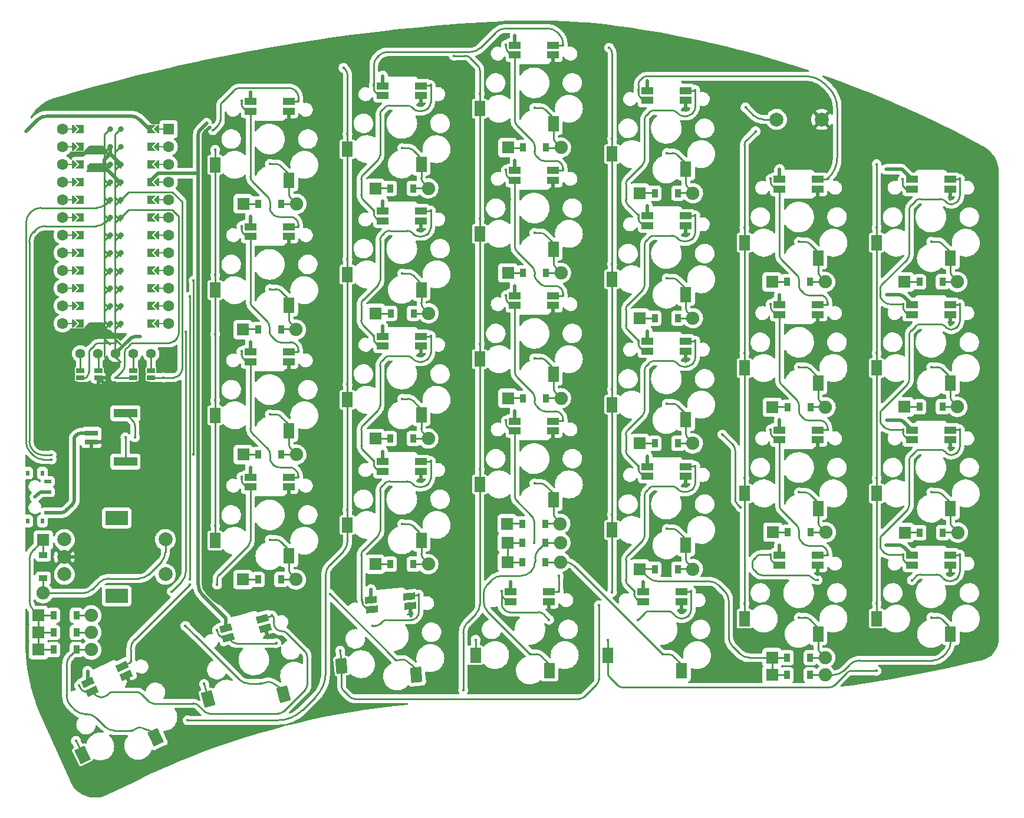
<source format=gbl>
G04 #@! TF.GenerationSoftware,KiCad,Pcbnew,6.0.2+dfsg-1*
G04 #@! TF.CreationDate,2022-11-14T21:07:20+00:00*
G04 #@! TF.ProjectId,Jocket_Split_LP,4a6f636b-6574-45f5-9370-6c69745f4c50,rev?*
G04 #@! TF.SameCoordinates,Original*
G04 #@! TF.FileFunction,Copper,L2,Bot*
G04 #@! TF.FilePolarity,Positive*
%FSLAX46Y46*%
G04 Gerber Fmt 4.6, Leading zero omitted, Abs format (unit mm)*
G04 Created by KiCad (PCBNEW 6.0.2+dfsg-1) date 2022-11-14 21:07:20*
%MOMM*%
%LPD*%
G01*
G04 APERTURE LIST*
G04 Aperture macros list*
%AMRotRect*
0 Rectangle, with rotation*
0 The origin of the aperture is its center*
0 $1 length*
0 $2 width*
0 $3 Rotation angle, in degrees counterclockwise*
0 Add horizontal line*
21,1,$1,$2,0,0,$3*%
%AMFreePoly0*
4,1,5,0.125000,-0.500000,-0.125000,-0.500000,-0.125000,0.500000,0.125000,0.500000,0.125000,-0.500000,0.125000,-0.500000,$1*%
%AMFreePoly1*
4,1,6,0.600000,0.200000,0.000000,-0.400000,-0.600000,0.200000,-0.600000,0.400000,0.600000,0.400000,0.600000,0.200000,0.600000,0.200000,$1*%
%AMFreePoly2*
4,1,49,0.004773,0.123721,0.009154,0.124665,0.028961,0.117240,0.062500,0.108253,0.068237,0.102516,0.075053,0.099961,0.087617,0.083136,0.108253,0.062500,0.111178,0.051584,0.117161,0.043572,0.118539,0.024114,0.125000,0.000000,0.121239,-0.014035,0.122131,-0.026629,0.113759,-0.041951,0.108253,-0.062500,0.095644,-0.075109,0.088389,-0.088388,-0.641000,-0.817776,-0.641000,-4.770224,
0.088389,-5.499612,0.109852,-5.528356,0.124665,-5.597154,0.099961,-5.663053,0.043572,-5.705161,-0.026629,-5.710131,-0.088388,-5.676389,-0.854388,-4.910388,-0.867707,-4.892552,-0.871189,-4.889530,-0.871982,-4.886826,-0.875852,-4.881644,-0.882331,-4.851549,-0.891000,-4.822000,-0.891000,-0.766000,-0.887805,-0.743969,-0.888131,-0.739371,-0.886780,-0.736898,-0.885852,-0.730498,-0.869151,-0.704632,
-0.854388,-0.677612,-0.088388,0.088389,-0.064606,0.106147,-0.062500,0.108253,-0.061385,0.108552,-0.059644,0.109852,-0.043806,0.113262,0.000000,0.125000,0.004773,0.123721,0.004773,0.123721,$1*%
%AMFreePoly3*
4,1,6,0.600000,-0.250000,-0.600000,-0.250000,-0.600000,1.000000,0.000000,0.400000,0.600000,1.000000,0.600000,-0.250000,0.600000,-0.250000,$1*%
G04 Aperture macros list end*
G04 #@! TA.AperFunction,SMDPad,CuDef*
%ADD10FreePoly0,90.000000*%
G04 #@! TD*
G04 #@! TA.AperFunction,SMDPad,CuDef*
%ADD11FreePoly1,270.000000*%
G04 #@! TD*
G04 #@! TA.AperFunction,ComponentPad*
%ADD12C,1.600000*%
G04 #@! TD*
G04 #@! TA.AperFunction,SMDPad,CuDef*
%ADD13FreePoly1,90.000000*%
G04 #@! TD*
G04 #@! TA.AperFunction,SMDPad,CuDef*
%ADD14FreePoly0,270.000000*%
G04 #@! TD*
G04 #@! TA.AperFunction,ComponentPad*
%ADD15R,1.600000X1.600000*%
G04 #@! TD*
G04 #@! TA.AperFunction,ComponentPad*
%ADD16C,0.800000*%
G04 #@! TD*
G04 #@! TA.AperFunction,SMDPad,CuDef*
%ADD17FreePoly2,270.000000*%
G04 #@! TD*
G04 #@! TA.AperFunction,SMDPad,CuDef*
%ADD18FreePoly3,90.000000*%
G04 #@! TD*
G04 #@! TA.AperFunction,SMDPad,CuDef*
%ADD19FreePoly3,270.000000*%
G04 #@! TD*
G04 #@! TA.AperFunction,SMDPad,CuDef*
%ADD20FreePoly2,90.000000*%
G04 #@! TD*
G04 #@! TA.AperFunction,ComponentPad*
%ADD21C,2.000000*%
G04 #@! TD*
G04 #@! TA.AperFunction,SMDPad,CuDef*
%ADD22R,0.900000X1.200000*%
G04 #@! TD*
G04 #@! TA.AperFunction,ComponentPad*
%ADD23R,1.778000X1.778000*%
G04 #@! TD*
G04 #@! TA.AperFunction,ComponentPad*
%ADD24C,1.905000*%
G04 #@! TD*
G04 #@! TA.AperFunction,SMDPad,CuDef*
%ADD25R,1.200000X0.900000*%
G04 #@! TD*
G04 #@! TA.AperFunction,SMDPad,CuDef*
%ADD26R,1.700000X1.000000*%
G04 #@! TD*
G04 #@! TA.AperFunction,SMDPad,CuDef*
%ADD27R,1.600000X2.200000*%
G04 #@! TD*
G04 #@! TA.AperFunction,SMDPad,CuDef*
%ADD28RotRect,1.700000X1.000000X205.000000*%
G04 #@! TD*
G04 #@! TA.AperFunction,SMDPad,CuDef*
%ADD29RotRect,1.600000X2.200000X205.000000*%
G04 #@! TD*
G04 #@! TA.AperFunction,SMDPad,CuDef*
%ADD30RotRect,1.700000X1.000000X185.000000*%
G04 #@! TD*
G04 #@! TA.AperFunction,SMDPad,CuDef*
%ADD31RotRect,1.600000X2.200000X185.000000*%
G04 #@! TD*
G04 #@! TA.AperFunction,ComponentPad*
%ADD32R,3.200000X2.000000*%
G04 #@! TD*
G04 #@! TA.AperFunction,SMDPad,CuDef*
%ADD33RotRect,1.700000X1.000000X195.000000*%
G04 #@! TD*
G04 #@! TA.AperFunction,SMDPad,CuDef*
%ADD34RotRect,1.600000X2.200000X195.000000*%
G04 #@! TD*
G04 #@! TA.AperFunction,ComponentPad*
%ADD35C,1.397000*%
G04 #@! TD*
G04 #@! TA.AperFunction,SMDPad,CuDef*
%ADD36R,1.000000X0.500000*%
G04 #@! TD*
G04 #@! TA.AperFunction,SMDPad,CuDef*
%ADD37R,0.500000X0.800000*%
G04 #@! TD*
G04 #@! TA.AperFunction,SMDPad,CuDef*
%ADD38R,1.900000X0.800000*%
G04 #@! TD*
G04 #@! TA.AperFunction,SMDPad,CuDef*
%ADD39R,3.350000X1.300000*%
G04 #@! TD*
G04 #@! TA.AperFunction,SMDPad,CuDef*
%ADD40R,1.143000X0.635000*%
G04 #@! TD*
G04 #@! TA.AperFunction,ViaPad*
%ADD41C,0.400000*%
G04 #@! TD*
G04 #@! TA.AperFunction,Conductor*
%ADD42C,0.250000*%
G04 #@! TD*
G04 #@! TA.AperFunction,Conductor*
%ADD43C,0.500000*%
G04 #@! TD*
G04 APERTURE END LIST*
D10*
X92050000Y-51660000D03*
D11*
X104242000Y-74520000D03*
D12*
X106020000Y-66900000D03*
D13*
X92558000Y-69440000D03*
D14*
X104750000Y-54200000D03*
D11*
X104242000Y-49120000D03*
D12*
X106020000Y-64360000D03*
X106020000Y-46580000D03*
X90780000Y-74520000D03*
D11*
X104242000Y-56740000D03*
D12*
X106020000Y-54200000D03*
X90780000Y-54200000D03*
D10*
X92050000Y-49120000D03*
X92050000Y-46580000D03*
D12*
X106020000Y-56740000D03*
D10*
X92050000Y-74520000D03*
D13*
X92558000Y-49120000D03*
D12*
X106020000Y-59280000D03*
D13*
X92558000Y-56740000D03*
D10*
X92050000Y-54200000D03*
X92050000Y-66900000D03*
D13*
X92558000Y-74520000D03*
D10*
X92050000Y-64360000D03*
D11*
X104242000Y-61820000D03*
D13*
X92558000Y-59280000D03*
D12*
X90780000Y-71980000D03*
D13*
X92558000Y-51660000D03*
D12*
X106020000Y-74520000D03*
D11*
X104242000Y-59280000D03*
D10*
X92050000Y-59280000D03*
D12*
X106020000Y-69440000D03*
X90780000Y-64360000D03*
X90780000Y-61820000D03*
D11*
X104242000Y-51660000D03*
D13*
X92558000Y-54200000D03*
D14*
X104750000Y-51660000D03*
D10*
X92050000Y-61820000D03*
D14*
X104750000Y-56740000D03*
D13*
X92558000Y-61820000D03*
D12*
X106020000Y-61820000D03*
D10*
X92050000Y-71980000D03*
D14*
X104750000Y-61820000D03*
D13*
X92558000Y-71980000D03*
D14*
X104750000Y-66900000D03*
D13*
X92558000Y-64360000D03*
D12*
X90780000Y-59280000D03*
D10*
X92050000Y-69440000D03*
D11*
X104242000Y-66900000D03*
D14*
X104750000Y-69440000D03*
D11*
X104242000Y-69440000D03*
X104242000Y-46580000D03*
D12*
X90780000Y-51660000D03*
X106020000Y-51660000D03*
X106020000Y-49120000D03*
X90780000Y-56740000D03*
D14*
X104750000Y-46580000D03*
X104750000Y-74520000D03*
D13*
X92558000Y-66900000D03*
X92558000Y-46580000D03*
D12*
X90780000Y-69440000D03*
X90780000Y-46580000D03*
X106020000Y-71980000D03*
D14*
X104750000Y-71980000D03*
D11*
X104242000Y-71980000D03*
D10*
X92050000Y-56740000D03*
D11*
X104242000Y-54200000D03*
D14*
X104750000Y-49120000D03*
D12*
X90780000Y-49120000D03*
D11*
X104242000Y-64360000D03*
D14*
X104750000Y-59280000D03*
D15*
X106020000Y-46580000D03*
D12*
X90780000Y-66900000D03*
D14*
X104750000Y-64360000D03*
D16*
X99162000Y-46580000D03*
D17*
X99162000Y-46580000D03*
D18*
X93574000Y-46580000D03*
D17*
X99162000Y-49120000D03*
D18*
X93574000Y-49120000D03*
D16*
X99162000Y-49120000D03*
D17*
X99162000Y-51660000D03*
D18*
X93574000Y-51660000D03*
D16*
X99162000Y-51660000D03*
D17*
X99162000Y-54200000D03*
D16*
X99162000Y-54200000D03*
D18*
X93574000Y-54200000D03*
D17*
X99162000Y-56740000D03*
D18*
X93574000Y-56740000D03*
D16*
X99162000Y-56740000D03*
X99162000Y-59280000D03*
D18*
X93574000Y-59280000D03*
D17*
X99162000Y-59280000D03*
D16*
X99162000Y-61820000D03*
D17*
X99162000Y-61820000D03*
D18*
X93574000Y-61820000D03*
D16*
X99162000Y-64360000D03*
D17*
X99162000Y-64360000D03*
D18*
X93574000Y-64360000D03*
X93574000Y-66900000D03*
D17*
X99162000Y-66900000D03*
D16*
X99162000Y-66900000D03*
D17*
X99162000Y-69440000D03*
D16*
X99162000Y-69440000D03*
D18*
X93574000Y-69440000D03*
D16*
X99162000Y-71980000D03*
D18*
X93574000Y-71980000D03*
D17*
X99162000Y-71980000D03*
D18*
X93574000Y-74520000D03*
D17*
X99162000Y-74520000D03*
D16*
X99162000Y-74520000D03*
D19*
X103226000Y-74520000D03*
D16*
X97638000Y-74520000D03*
D20*
X97638000Y-74520000D03*
D16*
X97638000Y-71980000D03*
D19*
X103226000Y-71980000D03*
D20*
X97638000Y-71980000D03*
D19*
X103226000Y-69440000D03*
D16*
X97638000Y-69440000D03*
D20*
X97638000Y-69440000D03*
D19*
X103226000Y-66900000D03*
D16*
X97638000Y-66900000D03*
D20*
X97638000Y-66900000D03*
D16*
X97638000Y-64360000D03*
D19*
X103226000Y-64360000D03*
D20*
X97638000Y-64360000D03*
X97638000Y-61820000D03*
D19*
X103226000Y-61820000D03*
D16*
X97638000Y-61820000D03*
D19*
X103226000Y-59280000D03*
D20*
X97638000Y-59280000D03*
D16*
X97638000Y-59280000D03*
X97638000Y-56740000D03*
D20*
X97638000Y-56740000D03*
D19*
X103226000Y-56740000D03*
X103226000Y-54200000D03*
D20*
X97638000Y-54200000D03*
D16*
X97638000Y-54200000D03*
X97638000Y-51660000D03*
D19*
X103226000Y-51660000D03*
D20*
X97638000Y-51660000D03*
X97638000Y-49120000D03*
D16*
X97638000Y-49120000D03*
D19*
X103226000Y-49120000D03*
X103226000Y-46580000D03*
D20*
X97638000Y-46580000D03*
D16*
X97638000Y-46580000D03*
D21*
X199825000Y-45200000D03*
X193325000Y-45200000D03*
D22*
X118900000Y-57325000D03*
D23*
X116740000Y-57325000D03*
D24*
X124360000Y-57325000D03*
D22*
X122200000Y-57325000D03*
D23*
X135690000Y-55100000D03*
D22*
X137850000Y-55100000D03*
X141150000Y-55100000D03*
D24*
X143310000Y-55100000D03*
D22*
X156900000Y-49250000D03*
D23*
X154740000Y-49250000D03*
D24*
X162360000Y-49250000D03*
D22*
X160200000Y-49250000D03*
X175850000Y-55800000D03*
D23*
X173690000Y-55800000D03*
D24*
X181310000Y-55800000D03*
D22*
X179150000Y-55800000D03*
D23*
X192690000Y-68550000D03*
D22*
X194850000Y-68550000D03*
X198150000Y-68550000D03*
D24*
X200310000Y-68550000D03*
D22*
X213850000Y-68550000D03*
D23*
X211690000Y-68550000D03*
D24*
X219310000Y-68550000D03*
D22*
X217150000Y-68550000D03*
D23*
X116690000Y-75400000D03*
D22*
X118850000Y-75400000D03*
X122150000Y-75400000D03*
D24*
X124310000Y-75400000D03*
D23*
X135740000Y-73050000D03*
D22*
X137900000Y-73050000D03*
X141200000Y-73050000D03*
D24*
X143360000Y-73050000D03*
D23*
X154740000Y-67250000D03*
D22*
X156900000Y-67250000D03*
X160200000Y-67250000D03*
D24*
X162360000Y-67250000D03*
D22*
X175850000Y-73750000D03*
D23*
X173690000Y-73750000D03*
D22*
X179150000Y-73750000D03*
D24*
X181310000Y-73750000D03*
D23*
X192740000Y-86550000D03*
D22*
X194900000Y-86550000D03*
X198200000Y-86550000D03*
D24*
X200360000Y-86550000D03*
D22*
X213850000Y-86500000D03*
D23*
X211690000Y-86500000D03*
D22*
X217150000Y-86500000D03*
D24*
X219310000Y-86500000D03*
D22*
X118900000Y-93350000D03*
D23*
X116740000Y-93350000D03*
D22*
X122200000Y-93350000D03*
D24*
X124360000Y-93350000D03*
D23*
X135690000Y-91050000D03*
D22*
X137850000Y-91050000D03*
X141150000Y-91050000D03*
D24*
X143310000Y-91050000D03*
D22*
X156900000Y-85250000D03*
D23*
X154740000Y-85250000D03*
D24*
X162360000Y-85250000D03*
D22*
X160200000Y-85250000D03*
D23*
X173690000Y-91750000D03*
D22*
X175850000Y-91750000D03*
X179150000Y-91750000D03*
D24*
X181310000Y-91750000D03*
D23*
X192790000Y-104500000D03*
D22*
X194950000Y-104500000D03*
D24*
X200410000Y-104500000D03*
D22*
X198250000Y-104500000D03*
D23*
X211740000Y-104550000D03*
D22*
X213900000Y-104550000D03*
D24*
X219360000Y-104550000D03*
D22*
X217200000Y-104550000D03*
X118850000Y-111300000D03*
D23*
X116690000Y-111300000D03*
D24*
X124310000Y-111300000D03*
D22*
X122150000Y-111300000D03*
D23*
X135690000Y-109100000D03*
D22*
X137850000Y-109100000D03*
X141150000Y-109100000D03*
D24*
X143310000Y-109100000D03*
D22*
X156800000Y-103300000D03*
D23*
X154640000Y-103300000D03*
D22*
X160100000Y-103300000D03*
D24*
X162260000Y-103300000D03*
D23*
X173690000Y-109800000D03*
D22*
X175850000Y-109800000D03*
X179150000Y-109800000D03*
D24*
X181310000Y-109800000D03*
D22*
X194850000Y-122525000D03*
D23*
X192690000Y-122525000D03*
D22*
X198150000Y-122525000D03*
D24*
X200310000Y-122525000D03*
D22*
X194850000Y-125000000D03*
D23*
X192690000Y-125000000D03*
D22*
X198150000Y-125000000D03*
D24*
X200310000Y-125000000D03*
D25*
X88000000Y-107800000D03*
D23*
X88000000Y-105640000D03*
D24*
X88000000Y-113260000D03*
D25*
X88000000Y-111100000D03*
D22*
X89475000Y-121375000D03*
D23*
X87315000Y-121375000D03*
D22*
X92775000Y-121375000D03*
D24*
X94935000Y-121375000D03*
D22*
X89475000Y-118900000D03*
D23*
X87315000Y-118900000D03*
D22*
X92775000Y-118900000D03*
D24*
X94935000Y-118900000D03*
D22*
X89475000Y-116450000D03*
D23*
X87315000Y-116450000D03*
D24*
X94935000Y-116450000D03*
D22*
X92775000Y-116450000D03*
D23*
X154665000Y-106000000D03*
D22*
X156825000Y-106000000D03*
D24*
X162285000Y-106000000D03*
D22*
X160125000Y-106000000D03*
D26*
X117750000Y-42620500D03*
X117750000Y-44020500D03*
X123250000Y-44020500D03*
X123250000Y-42620500D03*
D27*
X123300000Y-53919500D03*
X112700000Y-51719500D03*
D26*
X136750000Y-40370500D03*
X136750000Y-41770500D03*
X142250000Y-41770500D03*
X142250000Y-40370500D03*
D27*
X142300000Y-51669500D03*
X131700000Y-49469500D03*
D26*
X155750000Y-34551000D03*
X155750000Y-35951000D03*
X161250000Y-35951000D03*
X161250000Y-34551000D03*
D27*
X161300000Y-45850000D03*
X150700000Y-43650000D03*
D26*
X174750000Y-41070500D03*
X174750000Y-42470500D03*
X180250000Y-42470500D03*
X180250000Y-41070500D03*
D27*
X180300000Y-52369500D03*
X169700000Y-50169500D03*
D26*
X193750000Y-53820500D03*
X193750000Y-55220500D03*
X199250000Y-55220500D03*
X199250000Y-53820500D03*
D27*
X199300000Y-65119500D03*
X188700000Y-62919500D03*
D26*
X117750000Y-60620500D03*
X117750000Y-62020500D03*
X123250000Y-62020500D03*
X123250000Y-60620500D03*
D27*
X123300000Y-71919500D03*
X112700000Y-69719500D03*
D26*
X136750000Y-58370500D03*
X136750000Y-59770500D03*
X142250000Y-59770500D03*
X142250000Y-58370500D03*
D27*
X142300000Y-69669500D03*
X131700000Y-67469500D03*
D26*
X155750000Y-52541000D03*
X155750000Y-53941000D03*
X161250000Y-53941000D03*
X161250000Y-52541000D03*
D27*
X161300000Y-63840000D03*
X150700000Y-61640000D03*
D26*
X174750000Y-59070500D03*
X174750000Y-60470500D03*
X180250000Y-60470500D03*
X180250000Y-59070500D03*
D27*
X180300000Y-70369500D03*
X169700000Y-68169500D03*
D26*
X193750000Y-71820500D03*
X193750000Y-73220500D03*
X199250000Y-73220500D03*
X199250000Y-71820500D03*
D27*
X199300000Y-83119500D03*
X188700000Y-80919500D03*
D26*
X212750000Y-71820500D03*
X212750000Y-73220500D03*
X218250000Y-73220500D03*
X218250000Y-71820500D03*
D27*
X218300000Y-83119500D03*
X207700000Y-80919500D03*
D26*
X117750000Y-78620500D03*
X117750000Y-80020500D03*
X123250000Y-80020500D03*
X123250000Y-78620500D03*
D27*
X123300000Y-89919500D03*
X112700000Y-87719500D03*
D26*
X136750000Y-76370500D03*
X136750000Y-77770500D03*
X142250000Y-77770500D03*
X142250000Y-76370500D03*
D27*
X142300000Y-87669500D03*
X131700000Y-85469500D03*
D26*
X155750000Y-70541000D03*
X155750000Y-71941000D03*
X161250000Y-71941000D03*
X161250000Y-70541000D03*
D27*
X161300000Y-81840000D03*
X150700000Y-79640000D03*
D26*
X174750000Y-77070500D03*
X174750000Y-78470500D03*
X180250000Y-78470500D03*
X180250000Y-77070500D03*
D27*
X180300000Y-88369500D03*
X169700000Y-86169500D03*
D26*
X193750000Y-89820500D03*
X193750000Y-91220500D03*
X199250000Y-91220500D03*
X199250000Y-89820500D03*
D27*
X199300000Y-101119500D03*
X188700000Y-98919500D03*
D26*
X212750000Y-89820500D03*
X212750000Y-91220500D03*
X218250000Y-91220500D03*
X218250000Y-89820500D03*
D27*
X218300000Y-101119500D03*
X207700000Y-98919500D03*
D26*
X117750000Y-96620500D03*
X117750000Y-98020500D03*
X123250000Y-98020500D03*
X123250000Y-96620500D03*
D27*
X123300000Y-107919500D03*
X112700000Y-105719500D03*
D26*
X136750000Y-94370500D03*
X136750000Y-95770500D03*
X142250000Y-95770500D03*
X142250000Y-94370500D03*
D27*
X142300000Y-105669500D03*
X131700000Y-103469500D03*
D26*
X155750000Y-88541000D03*
X155750000Y-89941000D03*
X161250000Y-89941000D03*
X161250000Y-88541000D03*
D27*
X161300000Y-99840000D03*
X150700000Y-97640000D03*
D26*
X174750000Y-95070500D03*
X174750000Y-96470500D03*
X180250000Y-96470500D03*
X180250000Y-95070500D03*
D27*
X180300000Y-106369500D03*
X169700000Y-104169500D03*
D26*
X193750000Y-107820500D03*
X193750000Y-109220500D03*
X199250000Y-109220500D03*
X199250000Y-107820500D03*
D27*
X199300000Y-119119500D03*
X188700000Y-116919500D03*
D26*
X212762493Y-107820500D03*
X212762493Y-109220500D03*
X218262493Y-109220500D03*
X218262493Y-107820500D03*
D27*
X218312493Y-119119500D03*
X207712493Y-116919500D03*
D28*
X94375172Y-126088009D03*
X94966837Y-127356840D03*
X99951530Y-125032440D03*
X99359864Y-123763609D03*
D29*
X104180344Y-133982850D03*
X93643721Y-136468726D03*
D30*
X135087952Y-114205390D03*
X135209970Y-115600063D03*
X140689041Y-115120706D03*
X140567023Y-113726034D03*
D31*
X141601605Y-124977680D03*
X130850199Y-123709902D03*
D26*
X155150000Y-113060500D03*
X155150000Y-114460500D03*
X160650000Y-114460500D03*
X160650000Y-113060500D03*
D27*
X160700000Y-124359500D03*
X150100000Y-122159500D03*
D22*
X156825000Y-108775000D03*
D23*
X154665000Y-108775000D03*
D24*
X162285000Y-108775000D03*
D22*
X160125000Y-108775000D03*
D21*
X91050000Y-105550000D03*
X91050000Y-110550000D03*
X91050000Y-108050000D03*
D32*
X98550000Y-102450000D03*
X98550000Y-113650000D03*
D21*
X105550000Y-110550000D03*
X105550000Y-105550000D03*
D26*
X174150000Y-113070500D03*
X174150000Y-114470500D03*
X179650000Y-114470500D03*
X179650000Y-113070500D03*
D27*
X179700000Y-124369500D03*
X169100000Y-122169500D03*
D33*
X114200710Y-118333094D03*
X114563057Y-119685390D03*
X119875649Y-118261885D03*
X119513302Y-116909589D03*
D34*
X122485995Y-127810644D03*
X111677779Y-128429089D03*
D26*
X212750000Y-53820500D03*
X212750000Y-55220500D03*
X218250000Y-55220500D03*
X218250000Y-53820500D03*
D27*
X218300000Y-65119500D03*
X207700000Y-62919500D03*
D35*
X93335000Y-78850000D03*
X95875000Y-78850000D03*
X98415000Y-78850000D03*
X100955000Y-78850000D03*
X103495000Y-78850000D03*
D36*
X88675000Y-101700000D03*
X88675000Y-98700000D03*
X88675000Y-97200000D03*
D37*
X87875000Y-102900000D03*
X85775000Y-102900000D03*
X85775000Y-96000000D03*
X87875000Y-96000000D03*
D38*
X94925000Y-90260856D03*
X94925000Y-91510856D03*
D39*
X99800000Y-87410856D03*
X99800000Y-94360856D03*
D40*
X103500000Y-81274620D03*
X103500000Y-82275380D03*
X100950000Y-81299620D03*
X100950000Y-82300380D03*
X95900000Y-81299620D03*
X95900000Y-82300380D03*
X93325000Y-81299620D03*
X93325000Y-82300380D03*
D41*
X120550000Y-51600000D03*
X106475000Y-113025000D03*
X108475000Y-75750000D03*
X139550000Y-49329500D03*
X158550000Y-43529500D03*
X177550000Y-50029500D03*
X196550000Y-62779500D03*
X185550000Y-90475000D03*
X188175500Y-100925000D03*
X109600000Y-68350000D03*
X109600000Y-93350000D03*
X215550000Y-62779500D03*
X109025000Y-70650000D03*
X109025000Y-111300000D03*
X120550000Y-69579500D03*
X139550000Y-67329500D03*
X158550000Y-61504500D03*
X177550000Y-68029500D03*
X196550000Y-80779500D03*
X215550000Y-80779500D03*
X120550000Y-87579500D03*
X139550000Y-85329500D03*
X158550000Y-79504500D03*
X177550000Y-86029500D03*
X196550000Y-98779500D03*
X215550000Y-98779500D03*
X120550000Y-105579500D03*
X139550000Y-103329500D03*
X158550000Y-97504500D03*
X177550000Y-104029500D03*
X196550000Y-116754500D03*
X215550000Y-116754500D03*
X100681205Y-133010429D03*
X119228721Y-126245046D03*
X108425000Y-117950000D03*
X129175000Y-113400000D03*
X138645872Y-122860978D03*
X209050000Y-106350000D03*
X110275000Y-96350000D03*
X136750000Y-74900000D03*
X193750000Y-106350000D03*
X193750000Y-70350000D03*
X117750000Y-77150000D03*
X117750000Y-95150000D03*
X117750000Y-41275000D03*
X136750000Y-38925000D03*
X136750000Y-92900000D03*
X174750000Y-75600000D03*
X155750000Y-51100000D03*
X174150000Y-111600000D03*
X209075000Y-52375000D03*
X193750000Y-88350000D03*
X174750000Y-57600000D03*
X136750000Y-56900000D03*
X155750000Y-69075000D03*
X110275000Y-60375000D03*
X135100000Y-112725000D03*
X101925000Y-76425000D03*
X117750000Y-59150000D03*
X193750000Y-52375000D03*
X155750000Y-33100000D03*
X110275000Y-76425000D03*
X155750000Y-87075000D03*
X209150000Y-70375000D03*
X114200000Y-116825000D03*
X111475000Y-45750000D03*
X155150000Y-111600000D03*
X174750000Y-39625000D03*
X94375000Y-124475000D03*
X209150000Y-88375000D03*
X174750000Y-93600000D03*
X207700000Y-51625000D03*
X207700000Y-96729500D03*
X207700000Y-78729500D03*
X207700000Y-114704500D03*
X207675000Y-124425000D03*
X207700000Y-60729500D03*
X169100000Y-119979500D03*
X190300000Y-46900000D03*
X150100000Y-119954500D03*
X188700000Y-60729500D03*
X188700000Y-96729500D03*
X188700000Y-114704500D03*
X188700000Y-78729500D03*
X169300000Y-34900000D03*
X169700000Y-83979500D03*
X169700000Y-47979500D03*
X169700000Y-101979500D03*
X130647074Y-121502952D03*
X169700000Y-113100000D03*
X167800000Y-115000000D03*
X169700000Y-65979500D03*
X150700000Y-59454500D03*
X148325000Y-127175000D03*
X150700000Y-77454500D03*
X150700000Y-95454500D03*
X150700000Y-41479500D03*
X111115623Y-126296628D03*
X146975000Y-36050000D03*
X92700321Y-134470053D03*
X108750000Y-131525000D03*
X131125000Y-37775000D03*
X131700000Y-101279500D03*
X131700000Y-83279500D03*
X131700000Y-47279500D03*
X131700000Y-65279500D03*
X124650000Y-42549500D03*
X112375000Y-46775000D03*
X188866170Y-43469610D03*
X157950000Y-122004500D03*
X116475000Y-42550000D03*
X124650000Y-60529000D03*
X112700000Y-76050000D03*
X112700000Y-85529500D03*
X112700000Y-49550000D03*
X112700000Y-103529500D03*
X112700000Y-67529500D03*
X135475000Y-40279500D03*
X162650000Y-34479000D03*
X143650000Y-40279000D03*
X135475000Y-58279500D03*
X154475000Y-34479500D03*
X162650000Y-52454000D03*
X200650000Y-53729000D03*
X173475000Y-40979500D03*
X181650000Y-40979000D03*
X173475000Y-58979500D03*
X192475000Y-53729500D03*
X200650000Y-71729000D03*
X211450000Y-53825000D03*
X219650000Y-53729000D03*
X211475000Y-71729500D03*
X124650000Y-78529000D03*
X116475000Y-60529500D03*
X143650000Y-58279000D03*
X135475000Y-76279500D03*
X162650000Y-70454000D03*
X154475000Y-52454500D03*
X173475000Y-76979500D03*
X181650000Y-58979000D03*
X192475000Y-71729500D03*
X200650000Y-89729000D03*
X219650000Y-71729000D03*
X211475000Y-89729500D03*
X124650000Y-96529000D03*
X116475000Y-78529500D03*
X135475000Y-94279500D03*
X143650000Y-76279000D03*
X162650000Y-88454000D03*
X154475000Y-70454500D03*
X181650000Y-76979000D03*
X173475000Y-94979500D03*
X200650000Y-107704000D03*
X192475000Y-89729500D03*
X219650000Y-89729000D03*
X211475000Y-107704500D03*
X116475000Y-96529500D03*
X109025000Y-112025000D03*
X112975000Y-112025000D03*
X100572160Y-123075157D03*
X143650000Y-94279000D03*
X133797619Y-114200576D03*
X158475000Y-106050000D03*
X162050000Y-112954000D03*
X162050000Y-110800000D03*
X154475000Y-88454500D03*
X172875000Y-112979500D03*
X181650000Y-94979000D03*
X199225000Y-111375000D03*
X212750000Y-111400000D03*
X192475000Y-107704500D03*
X219650000Y-107704000D03*
X93163305Y-126530515D03*
X120846574Y-116441777D03*
X121475000Y-120450000D03*
X141941467Y-113487580D03*
X135300000Y-117950000D03*
X112950260Y-118558106D03*
X181050000Y-112979000D03*
X153875000Y-112954500D03*
X160650000Y-117075000D03*
X173425000Y-117075000D03*
X176950000Y-122029500D03*
X89200000Y-94050000D03*
X89200000Y-93425000D03*
X211550000Y-75675000D03*
X168525000Y-56825000D03*
X116875000Y-64900000D03*
X190325000Y-105275000D03*
X170825000Y-71875000D03*
X110975000Y-81450000D03*
X142250000Y-79204500D03*
X116875000Y-100725000D03*
X114500000Y-76775000D03*
X105975000Y-92650000D03*
X211600000Y-93700000D03*
X146400000Y-54900000D03*
X173575000Y-81050000D03*
X110975000Y-99450000D03*
X152050000Y-83925000D03*
X135575000Y-62200000D03*
X211650000Y-57725000D03*
X170825000Y-89725000D03*
X173575000Y-62900000D03*
X154975000Y-117250000D03*
X132825000Y-53075000D03*
X106450000Y-79575000D03*
X166900000Y-102575000D03*
X115025000Y-122600000D03*
X184750000Y-116300000D03*
X173625000Y-99125000D03*
X123250000Y-63454500D03*
X155000000Y-56650000D03*
X89950000Y-86800000D03*
X132450000Y-107750000D03*
X108775000Y-46600000D03*
X152925000Y-51225000D03*
X160650000Y-115879500D03*
X131050000Y-112425000D03*
X111125000Y-117200000D03*
X100525054Y-126325054D03*
X110975000Y-63450000D03*
X128125000Y-75325000D03*
X111925000Y-46300000D03*
X170675000Y-53725000D03*
X179650000Y-115904500D03*
X137025000Y-111550000D03*
X128375000Y-92875000D03*
X98425000Y-84475000D03*
X98425000Y-83075000D03*
X135575000Y-80275000D03*
X130600000Y-120000000D03*
X204825000Y-120750000D03*
X114200000Y-58725000D03*
X108825000Y-55050000D03*
X135600000Y-98325000D03*
X149500000Y-109875000D03*
X180250000Y-97904500D03*
X209750000Y-66175000D03*
X120251453Y-119629940D03*
X132775000Y-77900000D03*
X191450000Y-102400000D03*
X114025000Y-73200000D03*
X123250000Y-45475000D03*
X161250000Y-91379500D03*
X114075000Y-55100000D03*
X180250000Y-43904500D03*
X180250000Y-61904500D03*
X190600000Y-88050000D03*
X109075000Y-115100000D03*
X114075000Y-91200000D03*
X152075000Y-101725000D03*
X116800000Y-82700000D03*
X199250000Y-74654500D03*
X209100000Y-46900000D03*
X208625000Y-54400000D03*
X161250000Y-55379500D03*
X218250000Y-110629500D03*
X189600000Y-75350000D03*
X152125000Y-65875000D03*
X110975000Y-50400000D03*
X152275000Y-47475000D03*
X199250000Y-56654500D03*
X165500000Y-108425000D03*
X113950000Y-94625000D03*
X208425000Y-90925000D03*
X144250000Y-33750000D03*
X161250000Y-73379500D03*
X186050000Y-44150000D03*
X152250000Y-108175000D03*
X127050000Y-120850000D03*
X218250000Y-92654500D03*
X154900000Y-92650000D03*
X161150000Y-118875000D03*
X122875000Y-116150000D03*
X142250000Y-61204500D03*
X123250000Y-81454500D03*
X97275000Y-90875000D03*
X151625000Y-90350000D03*
X209175000Y-102525000D03*
X142250000Y-43204500D03*
X209900000Y-84125000D03*
X170725000Y-107650000D03*
X123250000Y-99454500D03*
X140801768Y-116523965D03*
X218250000Y-74654500D03*
X109075000Y-63825000D03*
X142250000Y-97204500D03*
X218250000Y-56654500D03*
X109900000Y-40325000D03*
X180250000Y-79904500D03*
X186775000Y-124525000D03*
X199250000Y-110629500D03*
X154975000Y-74600000D03*
X208500000Y-72600000D03*
X154875000Y-38500000D03*
X192975000Y-93750000D03*
X199250000Y-92654500D03*
X132800000Y-71275000D03*
X161250000Y-37404500D03*
X86825000Y-99450000D03*
X85550000Y-46900000D03*
X101175000Y-90875000D03*
X99800000Y-90875000D03*
X90000000Y-101700000D03*
X92475000Y-90850000D03*
X98425000Y-82300000D03*
X105250000Y-82275000D03*
X98400000Y-77350000D03*
D42*
X121410786Y-51600000D02*
X120550000Y-51600000D01*
X123592893Y-56557893D02*
X124360000Y-57325000D01*
X123300000Y-53919500D02*
X123300000Y-55850786D01*
X123007107Y-52782107D02*
X122117893Y-51892893D01*
X123300000Y-53919500D02*
X123300000Y-53489214D01*
X122200000Y-57325000D02*
X124360000Y-57325000D01*
X123007107Y-52782107D02*
G75*
G02*
X123300000Y-53489214I-707106J-707106D01*
G01*
X123300001Y-55850786D02*
G75*
G03*
X123592894Y-56557892I999993J-3D01*
G01*
X122117893Y-51892893D02*
G75*
G03*
X121410786Y-51600000I-707106J-707106D01*
G01*
X154665000Y-106000000D02*
X156825000Y-106000000D01*
X87315000Y-116450000D02*
X89475000Y-116450000D01*
X86025000Y-108443427D02*
X86025000Y-114331573D01*
X87315000Y-118900000D02*
X87315000Y-121375000D01*
X88000000Y-105640000D02*
X88000000Y-107800000D01*
X154665000Y-106000000D02*
X154665000Y-108775000D01*
X87315000Y-116450000D02*
X87315000Y-118900000D01*
X106475000Y-113025000D02*
X107889214Y-111610786D01*
X86610787Y-115745787D02*
X87315000Y-116450000D01*
X154665000Y-108775000D02*
X156825000Y-108775000D01*
X87315000Y-118900000D02*
X89475000Y-118900000D01*
X108475000Y-110196573D02*
X108475000Y-75750000D01*
X88000000Y-105640000D02*
X86610786Y-107029214D01*
X87315000Y-121375000D02*
X89475000Y-121375000D01*
X108474999Y-110196573D02*
G75*
G02*
X107889213Y-111610785I-1999999J0D01*
G01*
X86610787Y-115745787D02*
G75*
G02*
X86025000Y-114331573I1414213J1414214D01*
G01*
X86610786Y-107029214D02*
G75*
G03*
X86025000Y-108443427I1414214J-1414213D01*
G01*
X141200000Y-55054500D02*
X143360000Y-55054500D01*
X142592893Y-54287393D02*
X143360000Y-55054500D01*
X142007107Y-50511607D02*
X141117893Y-49622393D01*
X140410786Y-49329500D02*
X139550000Y-49329500D01*
X142300000Y-51649000D02*
X142300000Y-53580286D01*
X142300000Y-51649000D02*
X142300000Y-51218714D01*
X142007107Y-50511607D02*
G75*
G02*
X142300000Y-51218714I-707106J-707106D01*
G01*
X141117893Y-49622393D02*
G75*
G03*
X140410786Y-49329500I-707106J-707106D01*
G01*
X142300001Y-53580286D02*
G75*
G03*
X142592894Y-54287392I999993J-3D01*
G01*
X159410786Y-43529500D02*
X158550000Y-43529500D01*
X161300000Y-45849000D02*
X161300000Y-47780286D01*
X160200000Y-49254500D02*
X162360000Y-49254500D01*
X161592893Y-48487393D02*
X162360000Y-49254500D01*
X161300000Y-45849000D02*
X161300000Y-45418714D01*
X161007107Y-44711607D02*
X160117893Y-43822393D01*
X160117893Y-43822393D02*
G75*
G03*
X159410786Y-43529500I-707106J-707106D01*
G01*
X161007107Y-44711607D02*
G75*
G02*
X161300000Y-45418714I-707106J-707106D01*
G01*
X161300001Y-47780286D02*
G75*
G03*
X161592894Y-48487392I999993J-3D01*
G01*
X156900000Y-49254500D02*
X154740000Y-49254500D01*
X175900000Y-55754500D02*
X173740000Y-55754500D01*
X137900000Y-55054500D02*
X135740000Y-55054500D01*
X194900000Y-68504500D02*
X192740000Y-68504500D01*
X118900000Y-57325000D02*
X116740000Y-57325000D01*
X213900000Y-68504500D02*
X211740000Y-68504500D01*
X180007107Y-51211607D02*
X179117893Y-50322393D01*
X180592893Y-54987393D02*
X181360000Y-55754500D01*
X179200000Y-55754500D02*
X181360000Y-55754500D01*
X180300000Y-52349000D02*
X180300000Y-51918714D01*
X180300000Y-52349000D02*
X180300000Y-54280286D01*
X178410786Y-50029500D02*
X177550000Y-50029500D01*
X179117893Y-50322393D02*
G75*
G03*
X178410786Y-50029500I-707106J-707106D01*
G01*
X180007107Y-51211607D02*
G75*
G02*
X180300000Y-51918714I-707106J-707106D01*
G01*
X180300001Y-54280286D02*
G75*
G03*
X180592894Y-54987392I999993J-3D01*
G01*
X118900000Y-75304500D02*
X116740000Y-75304500D01*
X194900000Y-86504500D02*
X192740000Y-86504500D01*
X156900000Y-67229500D02*
X154740000Y-67229500D01*
X137900000Y-73054500D02*
X135740000Y-73054500D01*
X175900000Y-73754500D02*
X173740000Y-73754500D01*
X213900000Y-86504500D02*
X211740000Y-86504500D01*
X199007107Y-63961607D02*
X198117893Y-63072393D01*
X199592893Y-67737393D02*
X200360000Y-68504500D01*
X198200000Y-68504500D02*
X200360000Y-68504500D01*
X199300000Y-65099000D02*
X199300000Y-67030286D01*
X197410786Y-62779500D02*
X196550000Y-62779500D01*
X199300000Y-65099000D02*
X199300000Y-64668714D01*
X199007107Y-63961607D02*
G75*
G02*
X199300000Y-64668714I-707106J-707106D01*
G01*
X199300001Y-67030286D02*
G75*
G03*
X199592894Y-67737392I999993J-3D01*
G01*
X198117893Y-63072393D02*
G75*
G03*
X197410786Y-62779500I-707106J-707106D01*
G01*
X187082107Y-92007107D02*
X185550000Y-90475000D01*
X156900000Y-85229500D02*
X154740000Y-85229500D01*
X188175500Y-100925000D02*
X187667893Y-100417393D01*
X194900000Y-104504500D02*
X192740000Y-104504500D01*
X187375000Y-99710286D02*
X187375000Y-92714214D01*
X118900000Y-93304500D02*
X116740000Y-93304500D01*
X109600000Y-68350000D02*
X109600000Y-93350000D01*
X137900000Y-91054500D02*
X135740000Y-91054500D01*
X213900000Y-104504500D02*
X211740000Y-104504500D01*
X175900000Y-91754500D02*
X173740000Y-91754500D01*
X187374999Y-92714214D02*
G75*
G03*
X187082106Y-92007108I-999993J3D01*
G01*
X187375001Y-99710286D02*
G75*
G03*
X187667894Y-100417392I999993J-3D01*
G01*
X217200000Y-68504500D02*
X219360000Y-68504500D01*
X216410786Y-62779500D02*
X215550000Y-62779500D01*
X218300000Y-65099000D02*
X218300000Y-67030286D01*
X218592893Y-67737393D02*
X219360000Y-68504500D01*
X218007107Y-63961607D02*
X217117893Y-63072393D01*
X218300000Y-65099000D02*
X218300000Y-64668714D01*
X218007107Y-63961607D02*
G75*
G02*
X218300000Y-64668714I-707106J-707106D01*
G01*
X218300001Y-67030286D02*
G75*
G03*
X218592894Y-67737392I999993J-3D01*
G01*
X217117893Y-63072393D02*
G75*
G03*
X216410786Y-62779500I-707106J-707106D01*
G01*
X137900000Y-109054500D02*
X135740000Y-109054500D01*
X176268427Y-111550000D02*
X183621573Y-111550000D01*
X185035787Y-112135787D02*
X185864214Y-112964214D01*
X187035787Y-120960787D02*
X188014214Y-121939214D01*
X156900000Y-103229500D02*
X154740000Y-103229500D01*
X118900000Y-111304500D02*
X116740000Y-111304500D01*
X186450000Y-114378427D02*
X186450000Y-119546573D01*
X173690000Y-109800000D02*
X174854214Y-110964214D01*
X175900000Y-109754500D02*
X173740000Y-109754500D01*
X192690000Y-122525000D02*
X192690000Y-125000000D01*
X189428427Y-122525000D02*
X192690000Y-122525000D01*
X192690000Y-122525000D02*
X194850000Y-122525000D01*
X109025000Y-70650000D02*
X109025000Y-111300000D01*
X192690000Y-125000000D02*
X194850000Y-125000000D01*
X183621573Y-111550001D02*
G75*
G02*
X185035786Y-112135788I0J-1999999D01*
G01*
X176268427Y-111549999D02*
G75*
G02*
X174854215Y-110964213I0J1999999D01*
G01*
X186449999Y-114378427D02*
G75*
G03*
X185864213Y-112964215I-1999999J0D01*
G01*
X187035787Y-120960787D02*
G75*
G02*
X186450000Y-119546573I1414213J1414214D01*
G01*
X188014214Y-121939214D02*
G75*
G03*
X189428427Y-122525000I1414213J1414214D01*
G01*
X123007107Y-70761607D02*
X122117893Y-69872393D01*
X123592893Y-74537393D02*
X124360000Y-75304500D01*
X121410786Y-69579500D02*
X120550000Y-69579500D01*
X123300000Y-71899000D02*
X123300000Y-73830286D01*
X122200000Y-75304500D02*
X124360000Y-75304500D01*
X123300000Y-71899000D02*
X123300000Y-71468714D01*
X123300001Y-73830286D02*
G75*
G03*
X123592894Y-74537392I999993J-3D01*
G01*
X122117893Y-69872393D02*
G75*
G03*
X121410786Y-69579500I-707106J-707106D01*
G01*
X123007107Y-70761607D02*
G75*
G02*
X123300000Y-71468714I-707106J-707106D01*
G01*
X142592893Y-72287393D02*
X143360000Y-73054500D01*
X140410786Y-67329500D02*
X139550000Y-67329500D01*
X142300000Y-69649000D02*
X142300000Y-69218714D01*
X142007107Y-68511607D02*
X141117893Y-67622393D01*
X142300000Y-69649000D02*
X142300000Y-71580286D01*
X141200000Y-73054500D02*
X143360000Y-73054500D01*
X142007107Y-68511607D02*
G75*
G02*
X142300000Y-69218714I-707106J-707106D01*
G01*
X141117893Y-67622393D02*
G75*
G03*
X140410786Y-67329500I-707106J-707106D01*
G01*
X142300001Y-71580286D02*
G75*
G03*
X142592894Y-72287392I999993J-3D01*
G01*
X161592893Y-66462393D02*
X162360000Y-67229500D01*
X159410786Y-61504500D02*
X158550000Y-61504500D01*
X161300000Y-63824000D02*
X161300000Y-65755286D01*
X161300000Y-63824000D02*
X161300000Y-63393714D01*
X160200000Y-67229500D02*
X162360000Y-67229500D01*
X161007107Y-62686607D02*
X160117893Y-61797393D01*
X161007107Y-62686607D02*
G75*
G02*
X161300000Y-63393714I-707106J-707106D01*
G01*
X161300001Y-65755286D02*
G75*
G03*
X161592894Y-66462392I999993J-3D01*
G01*
X160117893Y-61797393D02*
G75*
G03*
X159410786Y-61504500I-707106J-707106D01*
G01*
X179200000Y-73754500D02*
X181360000Y-73754500D01*
X178410786Y-68029500D02*
X177550000Y-68029500D01*
X180007107Y-69211607D02*
X179117893Y-68322393D01*
X180592893Y-72987393D02*
X181360000Y-73754500D01*
X180300000Y-70349000D02*
X180300000Y-72280286D01*
X180300000Y-70349000D02*
X180300000Y-69918714D01*
X179117893Y-68322393D02*
G75*
G03*
X178410786Y-68029500I-707106J-707106D01*
G01*
X180300001Y-72280286D02*
G75*
G03*
X180592894Y-72987392I999993J-3D01*
G01*
X180007107Y-69211607D02*
G75*
G02*
X180300000Y-69918714I-707106J-707106D01*
G01*
X199007107Y-81961607D02*
X198117893Y-81072393D01*
X199592893Y-85737393D02*
X200360000Y-86504500D01*
X197410786Y-80779500D02*
X196550000Y-80779500D01*
X199300000Y-83099000D02*
X199300000Y-85030286D01*
X199300000Y-83099000D02*
X199300000Y-82668714D01*
X198200000Y-86504500D02*
X200360000Y-86504500D01*
X199007107Y-81961607D02*
G75*
G02*
X199300000Y-82668714I-707106J-707106D01*
G01*
X198117893Y-81072393D02*
G75*
G03*
X197410786Y-80779500I-707106J-707106D01*
G01*
X199300001Y-85030286D02*
G75*
G03*
X199592894Y-85737392I999993J-3D01*
G01*
X218300000Y-83099000D02*
X218300000Y-82668714D01*
X218592893Y-85737393D02*
X219360000Y-86504500D01*
X218300000Y-83099000D02*
X218300000Y-85030286D01*
X218007107Y-81961607D02*
X217117893Y-81072393D01*
X217200000Y-86504500D02*
X219360000Y-86504500D01*
X216410786Y-80779500D02*
X215550000Y-80779500D01*
X217117893Y-81072393D02*
G75*
G03*
X216410786Y-80779500I-707106J-707106D01*
G01*
X218007107Y-81961607D02*
G75*
G02*
X218300000Y-82668714I-707106J-707106D01*
G01*
X218300001Y-85030286D02*
G75*
G03*
X218592894Y-85737392I999993J-3D01*
G01*
X123592893Y-92537393D02*
X124360000Y-93304500D01*
X121410786Y-87579500D02*
X120550000Y-87579500D01*
X122200000Y-93304500D02*
X124360000Y-93304500D01*
X123300000Y-89899000D02*
X123300000Y-89468714D01*
X123007107Y-88761607D02*
X122117893Y-87872393D01*
X123300000Y-89899000D02*
X123300000Y-91830286D01*
X123300001Y-91830286D02*
G75*
G03*
X123592894Y-92537392I999993J-3D01*
G01*
X122117893Y-87872393D02*
G75*
G03*
X121410786Y-87579500I-707106J-707106D01*
G01*
X123007107Y-88761607D02*
G75*
G02*
X123300000Y-89468714I-707106J-707106D01*
G01*
X142592893Y-90287393D02*
X143360000Y-91054500D01*
X142300000Y-87649000D02*
X142300000Y-87218714D01*
X142300000Y-87649000D02*
X142300000Y-89580286D01*
X140410786Y-85329500D02*
X139550000Y-85329500D01*
X142007107Y-86511607D02*
X141117893Y-85622393D01*
X141200000Y-91054500D02*
X143360000Y-91054500D01*
X141117893Y-85622393D02*
G75*
G03*
X140410786Y-85329500I-707106J-707106D01*
G01*
X142007107Y-86511607D02*
G75*
G02*
X142300000Y-87218714I-707106J-707106D01*
G01*
X142300001Y-89580286D02*
G75*
G03*
X142592894Y-90287392I999993J-3D01*
G01*
X161007107Y-80686607D02*
X160117893Y-79797393D01*
X160200000Y-85229500D02*
X162360000Y-85229500D01*
X159410786Y-79504500D02*
X158550000Y-79504500D01*
X161592893Y-84462393D02*
X162360000Y-85229500D01*
X161300000Y-81824000D02*
X161300000Y-81393714D01*
X161300000Y-81824000D02*
X161300000Y-83755286D01*
X161300001Y-83755286D02*
G75*
G03*
X161592894Y-84462392I999993J-3D01*
G01*
X160117893Y-79797393D02*
G75*
G03*
X159410786Y-79504500I-707106J-707106D01*
G01*
X161007107Y-80686607D02*
G75*
G02*
X161300000Y-81393714I-707106J-707106D01*
G01*
X180300000Y-88349000D02*
X180300000Y-87918714D01*
X178410786Y-86029500D02*
X177550000Y-86029500D01*
X180592893Y-90987393D02*
X181360000Y-91754500D01*
X179200000Y-91754500D02*
X181360000Y-91754500D01*
X180007107Y-87211607D02*
X179117893Y-86322393D01*
X180300000Y-88349000D02*
X180300000Y-90280286D01*
X179117893Y-86322393D02*
G75*
G03*
X178410786Y-86029500I-707106J-707106D01*
G01*
X180300001Y-90280286D02*
G75*
G03*
X180592894Y-90987392I999993J-3D01*
G01*
X180007107Y-87211607D02*
G75*
G02*
X180300000Y-87918714I-707106J-707106D01*
G01*
X199592893Y-103737393D02*
X200360000Y-104504500D01*
X199300000Y-101099000D02*
X199300000Y-100668714D01*
X198200000Y-104504500D02*
X200360000Y-104504500D01*
X199300000Y-101099000D02*
X199300000Y-103030286D01*
X197410786Y-98779500D02*
X196550000Y-98779500D01*
X199007107Y-99961607D02*
X198117893Y-99072393D01*
X199007107Y-99961607D02*
G75*
G02*
X199300000Y-100668714I-707106J-707106D01*
G01*
X198117893Y-99072393D02*
G75*
G03*
X197410786Y-98779500I-707106J-707106D01*
G01*
X199300001Y-103030286D02*
G75*
G03*
X199592894Y-103737392I999993J-3D01*
G01*
X216410786Y-98779500D02*
X215550000Y-98779500D01*
X217200000Y-104504500D02*
X219360000Y-104504500D01*
X218300000Y-101099000D02*
X218300000Y-103030286D01*
X218592893Y-103737393D02*
X219360000Y-104504500D01*
X218300000Y-101099000D02*
X218300000Y-100668714D01*
X218007107Y-99961607D02*
X217117893Y-99072393D01*
X218007107Y-99961607D02*
G75*
G02*
X218300000Y-100668714I-707106J-707106D01*
G01*
X218300001Y-103030286D02*
G75*
G03*
X218592894Y-103737392I999993J-3D01*
G01*
X217117893Y-99072393D02*
G75*
G03*
X216410786Y-98779500I-707106J-707106D01*
G01*
X122200000Y-111304500D02*
X124360000Y-111304500D01*
X123007107Y-106761607D02*
X122117893Y-105872393D01*
X123300000Y-107899000D02*
X123300000Y-109830286D01*
X123592893Y-110537393D02*
X124360000Y-111304500D01*
X121410786Y-105579500D02*
X120550000Y-105579500D01*
X123300000Y-107899000D02*
X123300000Y-107468714D01*
X123300001Y-109830286D02*
G75*
G03*
X123592894Y-110537392I999993J-3D01*
G01*
X123007107Y-106761607D02*
G75*
G02*
X123300000Y-107468714I-707106J-707106D01*
G01*
X122117893Y-105872393D02*
G75*
G03*
X121410786Y-105579500I-707106J-707106D01*
G01*
X142300000Y-105649000D02*
X142300000Y-107580286D01*
X142300000Y-105649000D02*
X142300000Y-105218714D01*
X140410786Y-103329500D02*
X139550000Y-103329500D01*
X142592893Y-108287393D02*
X143360000Y-109054500D01*
X142007107Y-104511607D02*
X141117893Y-103622393D01*
X141200000Y-109054500D02*
X143360000Y-109054500D01*
X142300001Y-107580286D02*
G75*
G03*
X142592894Y-108287392I999993J-3D01*
G01*
X142007107Y-104511607D02*
G75*
G02*
X142300000Y-105218714I-707106J-707106D01*
G01*
X141117893Y-103622393D02*
G75*
G03*
X140410786Y-103329500I-707106J-707106D01*
G01*
X160200000Y-103229500D02*
X162360000Y-103229500D01*
X161300000Y-99824000D02*
X161300000Y-99393714D01*
X159410786Y-97504500D02*
X158550000Y-97504500D01*
X161300000Y-99824000D02*
X161300000Y-101755286D01*
X161007107Y-98686607D02*
X160117893Y-97797393D01*
X161592893Y-102462393D02*
X162360000Y-103229500D01*
X161007107Y-98686607D02*
G75*
G02*
X161300000Y-99393714I-707106J-707106D01*
G01*
X160117893Y-97797393D02*
G75*
G03*
X159410786Y-97504500I-707106J-707106D01*
G01*
X161300001Y-101755286D02*
G75*
G03*
X161592894Y-102462392I999993J-3D01*
G01*
X179200000Y-109754500D02*
X181360000Y-109754500D01*
X180592893Y-108987393D02*
X181360000Y-109754500D01*
X180007107Y-105211607D02*
X179117893Y-104322393D01*
X178410786Y-104029500D02*
X177550000Y-104029500D01*
X180300000Y-106349000D02*
X180300000Y-108280286D01*
X180300000Y-106349000D02*
X180300000Y-105918714D01*
X180007107Y-105211607D02*
G75*
G02*
X180300000Y-105918714I-707106J-707106D01*
G01*
X179117893Y-104322393D02*
G75*
G03*
X178410786Y-104029500I-707106J-707106D01*
G01*
X180300001Y-108280286D02*
G75*
G03*
X180592894Y-108987392I999993J-3D01*
G01*
X196550000Y-116754500D02*
X197410786Y-116754500D01*
X198117893Y-117047393D02*
X199007107Y-117936607D01*
X199300000Y-118643714D02*
X199300000Y-121005286D01*
X199592893Y-121807893D02*
X200310000Y-122525000D01*
X198150000Y-122525000D02*
X200310000Y-122525000D01*
X199300000Y-121005286D02*
X199300000Y-121100786D01*
X199300001Y-121100786D02*
G75*
G03*
X199592894Y-121807892I999993J-3D01*
G01*
X199299999Y-118643714D02*
G75*
G03*
X199007106Y-117936608I-999998J1D01*
G01*
X198117893Y-117047393D02*
G75*
G03*
X197410786Y-116754500I-707106J-707106D01*
G01*
X203839213Y-123510787D02*
X202935786Y-124414214D01*
X218007107Y-117936607D02*
X217117893Y-117047393D01*
X216410786Y-116754500D02*
X215550000Y-116754500D01*
X217726706Y-121798294D02*
X217185786Y-122339214D01*
X201521573Y-125000000D02*
X200310000Y-125000000D01*
X215771573Y-122925000D02*
X205253427Y-122925000D01*
X218312493Y-119119500D02*
X218312493Y-120384080D01*
X198150000Y-125000000D02*
X200310000Y-125000000D01*
X218300000Y-119074000D02*
X218300000Y-118643714D01*
X201521573Y-124999999D02*
G75*
G03*
X202935785Y-124414213I0J1999999D01*
G01*
X217185786Y-122339214D02*
G75*
G02*
X215771573Y-122925000I-1414213J1414214D01*
G01*
X217726706Y-121798294D02*
G75*
G03*
X218312493Y-120384080I-1414213J1414214D01*
G01*
X217117893Y-117047393D02*
G75*
G03*
X216410786Y-116754500I-707106J-707106D01*
G01*
X205253427Y-122925001D02*
G75*
G03*
X203839214Y-123510788I0J-1999999D01*
G01*
X218007107Y-117936607D02*
G75*
G02*
X218300000Y-118643714I-707106J-707106D01*
G01*
X92564213Y-130039213D02*
X91935786Y-129410786D01*
X103407679Y-133043365D02*
X102225980Y-132613262D01*
X100681205Y-133010429D02*
X98263856Y-133010429D01*
X92775000Y-121375000D02*
X94935000Y-121375000D01*
X101461341Y-132646647D02*
X100681205Y-133010429D01*
X91350000Y-127996573D02*
X91350000Y-123628427D01*
X96849642Y-132424642D02*
X95635786Y-131210786D01*
X91935787Y-122214213D02*
X92775000Y-121375000D01*
X94221573Y-130625000D02*
X93978427Y-130625000D01*
X104153813Y-133950410D02*
X103971967Y-133560440D01*
X91935786Y-129410786D02*
G75*
G02*
X91350000Y-127996573I1414214J1414213D01*
G01*
X98263856Y-133010428D02*
G75*
G02*
X96849643Y-132424641I0J1999999D01*
G01*
X103407679Y-133043365D02*
G75*
G02*
X103971967Y-133560440I-342026J-939699D01*
G01*
X94221573Y-130625001D02*
G75*
G02*
X95635785Y-131210787I0J-1999999D01*
G01*
X91935787Y-122214213D02*
G75*
G03*
X91350000Y-123628427I1414213J-1414214D01*
G01*
X102225980Y-132613263D02*
G75*
G03*
X101461341Y-132646648I-342021J-939673D01*
G01*
X92564213Y-130039213D02*
G75*
G03*
X93978427Y-130625000I1414214J1414213D01*
G01*
X121908055Y-126750928D02*
X120818994Y-126122159D01*
X122485346Y-127773759D02*
X122373980Y-127358135D01*
X109960786Y-119485786D02*
X109970130Y-119485786D01*
X120060175Y-126022259D02*
X119228721Y-126245046D01*
X92775000Y-118900000D02*
X94935000Y-118900000D01*
X117557817Y-126245046D02*
X119228721Y-126245046D01*
X109970130Y-119485786D02*
X116143603Y-125659259D01*
X108425000Y-117950000D02*
X109960786Y-119485786D01*
X120818994Y-126122159D02*
G75*
G03*
X120060175Y-126022259I-499998J-866016D01*
G01*
X121908055Y-126750928D02*
G75*
G02*
X122373980Y-127358135I-500003J-866026D01*
G01*
X117557817Y-126245045D02*
G75*
G02*
X116143604Y-125659258I0J1999999D01*
G01*
X129175000Y-113400000D02*
X138635978Y-122860978D01*
X139503382Y-122785956D02*
X138645872Y-122860978D01*
X138635978Y-122860978D02*
X138645872Y-122860978D01*
X141196656Y-123824436D02*
X140233326Y-123016106D01*
X92775000Y-116450000D02*
X94935000Y-116450000D01*
X141587565Y-124931974D02*
X141550063Y-124503325D01*
X141196656Y-123824436D02*
G75*
G02*
X141550062Y-124503325I-642796J-766048D01*
G01*
X140233326Y-123016107D02*
G75*
G03*
X139503382Y-122785956I-642787J-766041D01*
G01*
D43*
X174750000Y-59070500D02*
X174750000Y-57600000D01*
X210877779Y-106350000D02*
X209050000Y-106350000D01*
X212762493Y-107820500D02*
X211584886Y-106642893D01*
X94375172Y-126088009D02*
X94375172Y-124475172D01*
X212750000Y-53820500D02*
X211304500Y-52375000D01*
X135087952Y-114205390D02*
X135087952Y-112737048D01*
X110275000Y-108500000D02*
X110275000Y-112071573D01*
X103226000Y-54200000D02*
X104475511Y-52950489D01*
X110275481Y-52974519D02*
X110275000Y-60375000D01*
X155750000Y-70541000D02*
X155750000Y-69075000D01*
X136750000Y-76370500D02*
X136750000Y-74900000D01*
X193750000Y-71820500D02*
X193750000Y-70350000D01*
X110860787Y-113485787D02*
X114200000Y-116825000D01*
X210890286Y-88375000D02*
X209150000Y-88375000D01*
X136750000Y-40370500D02*
X136750000Y-38925000D01*
X110275481Y-47363733D02*
X110275481Y-52974519D01*
X98415000Y-78772507D02*
X100469614Y-76717893D01*
X212750000Y-89820500D02*
X211597393Y-88667893D01*
X101176721Y-76425000D02*
X101925000Y-76425000D01*
X136750000Y-58370500D02*
X136750000Y-56900000D01*
X174750000Y-77070500D02*
X174750000Y-75600000D01*
X193750000Y-107820500D02*
X193750000Y-106350000D01*
X193750000Y-53820500D02*
X193750000Y-52375000D01*
X98415000Y-78850000D02*
X98415000Y-78772507D01*
X155750000Y-88541000D02*
X155750000Y-87075000D01*
X155750000Y-34551000D02*
X155750000Y-33100000D01*
X174150000Y-113070500D02*
X174150000Y-111600000D01*
X117750000Y-78620500D02*
X117750000Y-77150000D01*
X212750000Y-71820500D02*
X211597393Y-70667893D01*
X114200710Y-116825710D02*
X114200000Y-116825000D01*
X210890286Y-70375000D02*
X209150000Y-70375000D01*
X110251451Y-52950489D02*
X110275481Y-52974519D01*
X193750000Y-89820500D02*
X193750000Y-88350000D01*
X155750000Y-52541000D02*
X155750000Y-51100000D01*
X110275481Y-108499519D02*
X110275000Y-108500000D01*
X111475000Y-45750000D02*
X110568374Y-46656626D01*
X117750000Y-96620500D02*
X117750000Y-95150000D01*
X110275000Y-60375000D02*
X110275481Y-108499519D01*
X211304500Y-52375000D02*
X209075000Y-52375000D01*
X104475511Y-52950489D02*
X110251451Y-52950489D01*
X117750000Y-42620500D02*
X117750000Y-41275000D01*
X114200710Y-118333094D02*
X114200710Y-116825710D01*
X94375172Y-124475172D02*
X94375000Y-124475000D01*
X174750000Y-95070500D02*
X174750000Y-93600000D01*
X117750000Y-60620500D02*
X117750000Y-59150000D01*
X155150000Y-113060500D02*
X155150000Y-111600000D01*
X174750000Y-41070500D02*
X174750000Y-39625000D01*
X136750000Y-94370500D02*
X136750000Y-92900000D01*
X101176721Y-76425001D02*
G75*
G03*
X100469615Y-76717894I-3J-999993D01*
G01*
X110275001Y-112071573D02*
G75*
G03*
X110860788Y-113485786I1999999J0D01*
G01*
X110568374Y-46656626D02*
G75*
G03*
X110275481Y-47363733I707106J-707106D01*
G01*
X211597393Y-70667893D02*
G75*
G03*
X210890286Y-70375000I-707106J-707106D01*
G01*
X210877779Y-106350001D02*
G75*
G02*
X211584885Y-106642894I3J-999993D01*
G01*
X210890286Y-88375001D02*
G75*
G02*
X211597392Y-88667894I3J-999993D01*
G01*
D42*
X207700000Y-60729500D02*
X207700000Y-51625000D01*
X207700000Y-62899000D02*
X207700000Y-60729500D01*
X170507107Y-126507107D02*
X169392893Y-125392893D01*
X169100000Y-124685786D02*
X169100000Y-122169500D01*
X200910786Y-126800000D02*
X171214214Y-126800000D01*
X203407107Y-124717893D02*
X201617893Y-126507107D01*
X207700000Y-78729500D02*
X207700000Y-62919500D01*
X207700000Y-114704500D02*
X207700000Y-98919500D01*
X207700000Y-96729500D02*
X207700000Y-80919500D01*
X207675000Y-124425000D02*
X204114214Y-124425000D01*
X207700000Y-98899000D02*
X207700000Y-96729500D01*
X207700000Y-116874000D02*
X207700000Y-114704500D01*
X169100000Y-122149000D02*
X169100000Y-119979500D01*
X207700000Y-80899000D02*
X207700000Y-78729500D01*
X170507107Y-126507107D02*
G75*
G03*
X171214214Y-126800000I707106J707106D01*
G01*
X169392893Y-125392893D02*
G75*
G02*
X169100000Y-124685786I707106J707106D01*
G01*
X201617893Y-126507107D02*
G75*
G02*
X200910786Y-126800000I-707106J707106D01*
G01*
X203407107Y-124717893D02*
G75*
G02*
X204114214Y-124425000I707106J-707106D01*
G01*
X188700000Y-98899000D02*
X188700000Y-96729500D01*
X188700000Y-62899000D02*
X188700000Y-60729500D01*
X188700000Y-80919500D02*
X188700000Y-96729500D01*
X190300000Y-46900000D02*
X188992893Y-48207107D01*
X188700000Y-116874000D02*
X188700000Y-114704500D01*
X150100000Y-122124000D02*
X150100000Y-119954500D01*
X188700000Y-98919500D02*
X188700000Y-116919500D01*
X188700000Y-80899000D02*
X188700000Y-78729500D01*
X188700000Y-48914214D02*
X188700000Y-60729500D01*
X188700000Y-62919500D02*
X188700000Y-78729500D01*
X188992893Y-48207107D02*
G75*
G03*
X188700000Y-48914214I707106J-707106D01*
G01*
X169700000Y-68169500D02*
X169700000Y-83979500D01*
X169700000Y-68149000D02*
X169700000Y-65979500D01*
X169700000Y-86169500D02*
X169700000Y-101979500D01*
X169700000Y-65979500D02*
X169700000Y-50169500D01*
X169700000Y-50149000D02*
X169700000Y-47979500D01*
X169407107Y-35007107D02*
X169300000Y-34900000D01*
X167507107Y-126367893D02*
X165742893Y-128132107D01*
X169700000Y-104149000D02*
X169700000Y-101979500D01*
X130836158Y-123664196D02*
X130647074Y-121502952D01*
X169700000Y-86149000D02*
X169700000Y-83979500D01*
X169700000Y-47979500D02*
X169700000Y-35714214D01*
X165035786Y-128425000D02*
X132689214Y-128425000D01*
X167800000Y-115000000D02*
X167800000Y-125660786D01*
X130850199Y-126585985D02*
X130850199Y-123709902D01*
X169700000Y-104169500D02*
X169700000Y-113100000D01*
X131982107Y-128132107D02*
X131143092Y-127293092D01*
X165742893Y-128132107D02*
G75*
G02*
X165035786Y-128425000I-707106J707106D01*
G01*
X167507107Y-126367893D02*
G75*
G03*
X167800000Y-125660786I-707106J707106D01*
G01*
X130850200Y-126585985D02*
G75*
G03*
X131143093Y-127293091I999993J-3D01*
G01*
X132689214Y-128424999D02*
G75*
G02*
X131982108Y-128132106I-3J999993D01*
G01*
X169699999Y-35714214D02*
G75*
G03*
X169407106Y-35007108I-999993J3D01*
G01*
X148325000Y-118903427D02*
X148325000Y-127175000D01*
X149317893Y-36342893D02*
X150407107Y-37432107D01*
X150700000Y-79640000D02*
X150700000Y-95454500D01*
X150700000Y-38139214D02*
X150700000Y-41479500D01*
X150700000Y-43649000D02*
X150700000Y-41479500D01*
X111677131Y-128392204D02*
X111115623Y-126296628D01*
X150114213Y-116285787D02*
X148910786Y-117489214D01*
X150700000Y-61624000D02*
X150700000Y-59454500D01*
X146975000Y-36050000D02*
X148610786Y-36050000D01*
X150700000Y-97624000D02*
X150700000Y-95454500D01*
X150700000Y-61640000D02*
X150700000Y-77454500D01*
X150700000Y-43650000D02*
X150700000Y-59454500D01*
X150700000Y-79624000D02*
X150700000Y-77454500D01*
X150700000Y-97640000D02*
X150700000Y-114871573D01*
X150114213Y-116285787D02*
G75*
G03*
X150700000Y-114871573I-1414213J1414214D01*
G01*
X148325001Y-118903427D02*
G75*
G02*
X148910787Y-117489215I1999999J0D01*
G01*
X148610786Y-36050001D02*
G75*
G02*
X149317892Y-36342894I3J-999993D01*
G01*
X150699999Y-38139214D02*
G75*
G03*
X150407106Y-37432108I-999993J3D01*
G01*
X131700000Y-67449000D02*
X131700000Y-65279500D01*
X108750000Y-131525000D02*
X121703932Y-131525000D01*
X131700000Y-49449000D02*
X131700000Y-47279500D01*
X131125000Y-37775000D02*
X131407107Y-38057107D01*
X131700000Y-38764214D02*
X131700000Y-47279500D01*
X131700000Y-103449000D02*
X131700000Y-101279500D01*
X131700000Y-101279500D02*
X131700000Y-85469500D01*
X131700000Y-85449000D02*
X131700000Y-83279500D01*
X129160787Y-109214213D02*
X131114214Y-107260786D01*
X128575000Y-124653932D02*
X128575000Y-110628427D01*
X93617191Y-136436287D02*
X92700321Y-134470053D01*
X131700000Y-83279500D02*
X131700000Y-67469500D01*
X125239466Y-130060534D02*
X127110534Y-128189466D01*
X131700000Y-65279500D02*
X131700000Y-49469500D01*
X131700000Y-105846573D02*
X131700000Y-103469500D01*
X128575001Y-110628427D02*
G75*
G02*
X129160788Y-109214214I1999999J0D01*
G01*
X121703932Y-131525000D02*
G75*
G03*
X125239466Y-130060534I1J4999998D01*
G01*
X127110534Y-128189466D02*
G75*
G03*
X128575000Y-124653932I-3535532J3535533D01*
G01*
X131699999Y-105846573D02*
G75*
G02*
X131114213Y-107260785I-1999999J0D01*
G01*
X131407107Y-38057107D02*
G75*
G02*
X131700000Y-38764214I-707106J-707106D01*
G01*
X124650000Y-42549500D02*
X124579000Y-42620500D01*
X124650000Y-42549500D02*
X124650000Y-41939214D01*
X115431627Y-40993373D02*
X113750000Y-42675000D01*
X124579000Y-42620500D02*
X123250000Y-42620500D01*
X113457107Y-43382107D02*
X113457107Y-45278679D01*
X113164214Y-45985786D02*
X112375000Y-46775000D01*
X124357107Y-41232107D02*
X124118373Y-40993373D01*
X123411266Y-40700480D02*
X116138734Y-40700480D01*
X124649999Y-41939214D02*
G75*
G03*
X124357106Y-41232108I-999993J3D01*
G01*
X113750000Y-42675000D02*
G75*
G03*
X113457107Y-43382107I707106J-707106D01*
G01*
X115431627Y-40993373D02*
G75*
G02*
X116138734Y-40700480I707106J-707106D01*
G01*
X113164214Y-45985786D02*
G75*
G03*
X113457107Y-45278679I-707106J707106D01*
G01*
X124118373Y-40993373D02*
G75*
G03*
X123411266Y-40700480I-707106J-707106D01*
G01*
X191424987Y-45200000D02*
X193325000Y-45200000D01*
X188866170Y-43469610D02*
X190010774Y-44614214D01*
X191424987Y-45199999D02*
G75*
G02*
X190010775Y-44614213I0J1999999D01*
G01*
X159235787Y-106889213D02*
X160125000Y-106000000D01*
X151835787Y-111964213D02*
X152439214Y-111360786D01*
X160407107Y-123186607D02*
X159517893Y-122297393D01*
X160700000Y-124324000D02*
X160700000Y-123893714D01*
X153853427Y-110775000D02*
X156596573Y-110775000D01*
X157950000Y-122004500D02*
X151835786Y-115890286D01*
X151250000Y-114476073D02*
X151250000Y-113378427D01*
X158650000Y-108721573D02*
X158650000Y-108303427D01*
X160125000Y-106000000D02*
X162285000Y-106000000D01*
X158810786Y-122004500D02*
X157950000Y-122004500D01*
X158010787Y-110189213D02*
X158064214Y-110135786D01*
X156596573Y-110774999D02*
G75*
G03*
X158010786Y-110189212I0J1999999D01*
G01*
X160407107Y-123186607D02*
G75*
G02*
X160700000Y-123893714I-707106J-707106D01*
G01*
X159235787Y-106889213D02*
G75*
G03*
X158650000Y-108303427I1414213J-1414214D01*
G01*
X151250001Y-114476073D02*
G75*
G03*
X151835787Y-115890285I1999999J0D01*
G01*
X158064214Y-110135786D02*
G75*
G03*
X158650000Y-108721573I-1414214J1414213D01*
G01*
X159517893Y-122297393D02*
G75*
G03*
X158810786Y-122004500I-707106J-707106D01*
G01*
X151835787Y-111964213D02*
G75*
G03*
X151250000Y-113378427I1414213J-1414214D01*
G01*
X153853427Y-110775001D02*
G75*
G03*
X152439215Y-111360787I0J-1999999D01*
G01*
X97453427Y-111150000D02*
X101746573Y-111150000D01*
X88000000Y-111100000D02*
X88000000Y-113260000D01*
X105550000Y-107346573D02*
X105550000Y-105550000D01*
X103160787Y-110564213D02*
X104964214Y-108760786D01*
X88000000Y-113260000D02*
X93686573Y-113260000D01*
X95100787Y-112674213D02*
X96039214Y-111735786D01*
X105549999Y-107346573D02*
G75*
G02*
X104964213Y-108760785I-1999999J0D01*
G01*
X101746573Y-111149999D02*
G75*
G03*
X103160786Y-110564212I0J1999999D01*
G01*
X95100787Y-112674213D02*
G75*
G02*
X93686573Y-113260000I-1414214J1414213D01*
G01*
X97453427Y-111150001D02*
G75*
G03*
X96039215Y-111735787I0J-1999999D01*
G01*
X117750000Y-44020500D02*
X117584714Y-44020500D01*
X124650000Y-60529000D02*
X124579000Y-60600000D01*
X120842893Y-58642893D02*
X121107107Y-58907107D01*
X116877607Y-43727607D02*
X116767893Y-43617893D01*
X124242893Y-59492893D02*
X124357107Y-59607107D01*
X124650000Y-60314214D02*
X124650000Y-60529000D01*
X118042893Y-54113367D02*
X120257107Y-56327581D01*
X117750000Y-44020500D02*
X117750000Y-53406260D01*
X121814214Y-59200000D02*
X123535786Y-59200000D01*
X116475000Y-42910786D02*
X116475000Y-42550000D01*
X120550000Y-57034688D02*
X120550000Y-57935786D01*
X124579000Y-60600000D02*
X123250000Y-60600000D01*
X124357107Y-59607107D02*
G75*
G02*
X124650000Y-60314214I-707106J-707106D01*
G01*
X118042893Y-54113367D02*
G75*
G02*
X117750000Y-53406260I707106J707106D01*
G01*
X121107107Y-58907107D02*
G75*
G03*
X121814214Y-59200000I707106J707106D01*
G01*
X124242893Y-59492893D02*
G75*
G03*
X123535786Y-59200000I-707106J-707106D01*
G01*
X120550001Y-57935786D02*
G75*
G03*
X120842894Y-58642892I999993J-3D01*
G01*
X120549999Y-57034688D02*
G75*
G03*
X120257106Y-56327582I-999993J3D01*
G01*
X116877607Y-43727607D02*
G75*
G03*
X117584714Y-44020500I707106J707106D01*
G01*
X116767893Y-43617893D02*
G75*
G02*
X116475000Y-42910786I707106J707106D01*
G01*
X112700000Y-51719500D02*
X112700000Y-69719500D01*
X112700000Y-87719500D02*
X112700000Y-105719500D01*
X112700000Y-69719500D02*
X112700000Y-87719500D01*
X112700000Y-87699000D02*
X112700000Y-85529500D01*
X112700000Y-69699000D02*
X112700000Y-67529500D01*
X112700000Y-51719500D02*
X112700000Y-49550000D01*
X112700000Y-105699000D02*
X112700000Y-103529500D01*
X136060787Y-36139213D02*
X136114214Y-36085786D01*
X150810787Y-34914213D02*
X153014214Y-32710786D01*
X162675000Y-34454000D02*
X162650000Y-34479000D01*
X135475000Y-40640286D02*
X135475000Y-40279500D01*
X135877607Y-41457107D02*
X135767893Y-41347393D01*
X162579000Y-34550000D02*
X161250000Y-34550000D01*
X162675000Y-34353427D02*
X162675000Y-34454000D01*
X137528427Y-35500000D02*
X149396573Y-35500000D01*
X154428427Y-32125000D02*
X160446573Y-32125000D01*
X135475000Y-40279500D02*
X135475000Y-37553427D01*
X162650000Y-34479000D02*
X162579000Y-34550000D01*
X136750000Y-41750000D02*
X136584714Y-41750000D01*
X161860787Y-32710787D02*
X162089214Y-32939214D01*
X136114214Y-36085786D02*
G75*
G02*
X137528427Y-35500000I1414213J-1414214D01*
G01*
X135877607Y-41457107D02*
G75*
G03*
X136584714Y-41750000I707106J707106D01*
G01*
X162674999Y-34353427D02*
G75*
G03*
X162089213Y-32939215I-1999999J0D01*
G01*
X136060787Y-36139213D02*
G75*
G03*
X135475000Y-37553427I1414213J-1414214D01*
G01*
X153014214Y-32710786D02*
G75*
G02*
X154428427Y-32125000I1414213J-1414214D01*
G01*
X135767893Y-41347393D02*
G75*
G02*
X135475000Y-40640286I707106J707106D01*
G01*
X150810787Y-34914213D02*
G75*
G02*
X149396573Y-35500000I-1414214J1414213D01*
G01*
X160446573Y-32125001D02*
G75*
G02*
X161860786Y-32710788I0J-1999999D01*
G01*
X135877607Y-59457107D02*
X135767893Y-59347393D01*
X142410786Y-43996000D02*
X141914214Y-43996000D01*
X143650000Y-40275000D02*
X143650000Y-42756786D01*
X133675000Y-53810214D02*
X133675000Y-56061286D01*
X136750000Y-59750000D02*
X136584714Y-59750000D01*
X133967893Y-56768393D02*
X135475000Y-58275500D01*
X135475000Y-58640286D02*
X135475000Y-58279500D01*
X143357107Y-43463893D02*
X143117893Y-43703107D01*
X136081628Y-50989372D02*
X133967893Y-53103107D01*
X143579000Y-40350000D02*
X142250000Y-40350000D01*
X143650000Y-40279000D02*
X143579000Y-40350000D01*
X141207107Y-43703107D02*
X140992893Y-43488893D01*
X140285786Y-43196000D02*
X137739214Y-43196000D01*
X136374521Y-44560693D02*
X136374521Y-50282265D01*
X137032107Y-43488893D02*
X136667414Y-43853586D01*
X136374520Y-50282265D02*
G75*
G02*
X136081627Y-50989371I-999993J-3D01*
G01*
X135767893Y-59347393D02*
G75*
G02*
X135475000Y-58640286I707106J707106D01*
G01*
X143649999Y-42756786D02*
G75*
G02*
X143357106Y-43463892I-999993J-3D01*
G01*
X135877607Y-59457107D02*
G75*
G03*
X136584714Y-59750000I707106J707106D01*
G01*
X133675001Y-56061286D02*
G75*
G03*
X133967894Y-56768392I999993J-3D01*
G01*
X141914214Y-43995999D02*
G75*
G02*
X141207108Y-43703106I-3J999993D01*
G01*
X143117893Y-43703107D02*
G75*
G02*
X142410786Y-43996000I-707106J707106D01*
G01*
X140992893Y-43488893D02*
G75*
G03*
X140285786Y-43196000I-707106J-707106D01*
G01*
X136374522Y-44560693D02*
G75*
G02*
X136667415Y-43853587I999993J3D01*
G01*
X137032107Y-43488893D02*
G75*
G02*
X137739214Y-43196000I707106J-707106D01*
G01*
X133675001Y-53810214D02*
G75*
G02*
X133967894Y-53103108I999993J3D01*
G01*
X162292893Y-51442893D02*
X162357107Y-51507107D01*
X154877607Y-35657107D02*
X154767893Y-35547393D01*
X155750000Y-35950000D02*
X155584714Y-35950000D01*
X158842893Y-50517893D02*
X159182107Y-50857107D01*
X155750000Y-35951000D02*
X155750000Y-45336760D01*
X162650000Y-52454000D02*
X162579000Y-52525000D01*
X156042893Y-46043867D02*
X158257107Y-48258081D01*
X162650000Y-52214214D02*
X162650000Y-52454000D01*
X162579000Y-52525000D02*
X161250000Y-52525000D01*
X158550000Y-48965188D02*
X158550000Y-49810786D01*
X154475000Y-34840286D02*
X154475000Y-34479500D01*
X159889214Y-51150000D02*
X161585786Y-51150000D01*
X158842893Y-50517893D02*
G75*
G02*
X158550000Y-49810786I707106J707106D01*
G01*
X158257107Y-48258081D02*
G75*
G02*
X158550000Y-48965188I-707106J-707106D01*
G01*
X159182107Y-50857107D02*
G75*
G03*
X159889214Y-51150000I707106J707106D01*
G01*
X154767893Y-35547393D02*
G75*
G02*
X154475000Y-34840286I707106J707106D01*
G01*
X161585786Y-51150001D02*
G75*
G02*
X162292892Y-51442894I3J-999993D01*
G01*
X154877607Y-35657107D02*
G75*
G03*
X155584714Y-35950000I707106J707106D01*
G01*
X155750001Y-45336760D02*
G75*
G03*
X156042894Y-46043866I999993J-3D01*
G01*
X162649999Y-52214214D02*
G75*
G03*
X162357106Y-51507108I-999993J3D01*
G01*
X200650000Y-53729000D02*
X200579000Y-53800000D01*
X200579000Y-53800000D02*
X199250000Y-53800000D01*
X173475000Y-41340286D02*
X173475000Y-40979500D01*
X173877607Y-42157107D02*
X173767893Y-42047393D01*
X174689214Y-39000000D02*
X197493146Y-39000000D01*
X173767893Y-39507107D02*
X173982107Y-39292893D01*
X174750000Y-42450000D02*
X174584714Y-42450000D01*
X202025000Y-43531854D02*
X202025000Y-50697146D01*
X173475000Y-40979500D02*
X173475000Y-40214214D01*
X200321573Y-40171573D02*
X200853427Y-40703427D01*
X200853427Y-53525573D02*
X200650000Y-53729000D01*
X197493146Y-39000000D02*
G75*
G02*
X200321573Y-40171573I0J-3999999D01*
G01*
X200853427Y-53525573D02*
G75*
G03*
X202025000Y-50697146I-2828426J2828427D01*
G01*
X173877607Y-42157107D02*
G75*
G03*
X174584714Y-42450000I707106J707106D01*
G01*
X173982107Y-39292893D02*
G75*
G02*
X174689214Y-39000000I707106J-707106D01*
G01*
X202025000Y-43531854D02*
G75*
G03*
X200853427Y-40703427I-3999999J0D01*
G01*
X173475001Y-40214214D02*
G75*
G02*
X173767894Y-39507108I999993J3D01*
G01*
X173767893Y-42047393D02*
G75*
G02*
X173475000Y-41340286I707106J707106D01*
G01*
X171675000Y-54514214D02*
X171675000Y-56765286D01*
X181357107Y-44167893D02*
X181117893Y-44407107D01*
X181650000Y-40979000D02*
X181579000Y-41050000D01*
X175032107Y-44192893D02*
X174667414Y-44557586D01*
X173877607Y-60157107D02*
X173767893Y-60047393D01*
X180410786Y-44700000D02*
X179914214Y-44700000D01*
X181579000Y-41050000D02*
X180250000Y-41050000D01*
X181650000Y-40979000D02*
X181650000Y-43460786D01*
X171967893Y-57472393D02*
X173475000Y-58979500D01*
X174750000Y-60450000D02*
X174584714Y-60450000D01*
X174081628Y-51693372D02*
X171967893Y-53807107D01*
X174374521Y-45264693D02*
X174374521Y-50986265D01*
X178285786Y-43900000D02*
X175739214Y-43900000D01*
X179207107Y-44407107D02*
X178992893Y-44192893D01*
X173475000Y-59340286D02*
X173475000Y-58979500D01*
X181649999Y-43460786D02*
G75*
G02*
X181357106Y-44167892I-999993J-3D01*
G01*
X171675001Y-56765286D02*
G75*
G03*
X171967894Y-57472392I999993J-3D01*
G01*
X175032107Y-44192893D02*
G75*
G02*
X175739214Y-43900000I707106J-707106D01*
G01*
X173767893Y-60047393D02*
G75*
G02*
X173475000Y-59340286I707106J707106D01*
G01*
X171675001Y-54514214D02*
G75*
G02*
X171967894Y-53807108I999993J3D01*
G01*
X178992893Y-44192893D02*
G75*
G03*
X178285786Y-43900000I-707106J-707106D01*
G01*
X174374522Y-45264693D02*
G75*
G02*
X174667415Y-44557587I999993J3D01*
G01*
X174374520Y-50986265D02*
G75*
G02*
X174081627Y-51693371I-999993J-3D01*
G01*
X173877607Y-60157107D02*
G75*
G03*
X174584714Y-60450000I707106J707106D01*
G01*
X179914214Y-44699999D02*
G75*
G02*
X179207108Y-44407106I-3J999993D01*
G01*
X181117893Y-44407107D02*
G75*
G02*
X180410786Y-44700000I-707106J707106D01*
G01*
X192475000Y-54090286D02*
X192475000Y-53729500D01*
X197889214Y-70449000D02*
X199585786Y-70449000D01*
X196550000Y-68264188D02*
X196550000Y-69109786D01*
X200650000Y-71729000D02*
X200579000Y-71800000D01*
X200579000Y-71800000D02*
X199250000Y-71800000D01*
X196842893Y-69816893D02*
X197182107Y-70156107D01*
X200292893Y-70741893D02*
X200357107Y-70806107D01*
X193750000Y-55200000D02*
X193584714Y-55200000D01*
X192877607Y-54907107D02*
X192767893Y-54797393D01*
X200650000Y-71513214D02*
X200650000Y-71753000D01*
X194042893Y-65342867D02*
X196257107Y-67557081D01*
X193750000Y-55250000D02*
X193750000Y-64635760D01*
X196257107Y-67557081D02*
G75*
G02*
X196550000Y-68264188I-707106J-707106D01*
G01*
X196842893Y-69816893D02*
G75*
G02*
X196550000Y-69109786I707106J707106D01*
G01*
X193750001Y-64635760D02*
G75*
G03*
X194042894Y-65342866I999993J-3D01*
G01*
X199585786Y-70449001D02*
G75*
G02*
X200292892Y-70741894I3J-999993D01*
G01*
X197182107Y-70156107D02*
G75*
G03*
X197889214Y-70449000I707106J707106D01*
G01*
X200649999Y-71513214D02*
G75*
G03*
X200357106Y-70806108I-999993J3D01*
G01*
X192767893Y-54797393D02*
G75*
G02*
X192475000Y-54090286I707106J707106D01*
G01*
X192877607Y-54907107D02*
G75*
G03*
X193584714Y-55200000I707106J707106D01*
G01*
X211450000Y-53825000D02*
X211450000Y-54700000D01*
X211970500Y-55220500D02*
X212750000Y-55220500D01*
X211450000Y-54700000D02*
X211970500Y-55220500D01*
X213257107Y-56917893D02*
X212667414Y-57507586D01*
X211877607Y-72907107D02*
X211767893Y-72797393D01*
X212374521Y-58214693D02*
X212374521Y-64586265D01*
X211475000Y-72090286D02*
X211475000Y-71729500D01*
X219650000Y-53729000D02*
X219650000Y-56185786D01*
X217707107Y-57107107D02*
X217517893Y-56917893D01*
X208492893Y-71117893D02*
X208811607Y-71436607D01*
X212750000Y-73200000D02*
X212584714Y-73200000D01*
X219579000Y-53800000D02*
X218250000Y-53800000D01*
X212081628Y-65293372D02*
X208492893Y-68882107D01*
X219357107Y-56892893D02*
X219142893Y-57107107D01*
X216810786Y-56625000D02*
X213964214Y-56625000D01*
X208200000Y-69589214D02*
X208200000Y-70410786D01*
X209518714Y-71729500D02*
X211475000Y-71729500D01*
X218435786Y-57400000D02*
X218414214Y-57400000D01*
X219650000Y-53729000D02*
X219579000Y-53800000D01*
X211877607Y-72907107D02*
G75*
G03*
X212584714Y-73200000I707106J707106D01*
G01*
X209518714Y-71729499D02*
G75*
G02*
X208811608Y-71436606I-3J999993D01*
G01*
X213964214Y-56625001D02*
G75*
G03*
X213257108Y-56917894I-3J-999993D01*
G01*
X218435786Y-57399999D02*
G75*
G03*
X219142892Y-57107106I3J999993D01*
G01*
X219649999Y-56185786D02*
G75*
G02*
X219357106Y-56892892I-999993J-3D01*
G01*
X217707107Y-57107107D02*
G75*
G03*
X218414214Y-57400000I707106J707106D01*
G01*
X212374522Y-58214693D02*
G75*
G02*
X212667415Y-57507587I999993J3D01*
G01*
X211767893Y-72797393D02*
G75*
G02*
X211475000Y-72090286I707106J707106D01*
G01*
X216810786Y-56625001D02*
G75*
G02*
X217517892Y-56917894I3J-999993D01*
G01*
X212374520Y-64586265D02*
G75*
G02*
X212081627Y-65293371I-999993J-3D01*
G01*
X208492893Y-68882107D02*
G75*
G03*
X208200000Y-69589214I707106J-707106D01*
G01*
X208492893Y-71117893D02*
G75*
G02*
X208200000Y-70410786I707106J707106D01*
G01*
X118042893Y-72113367D02*
X120207107Y-74277581D01*
X124579000Y-78600000D02*
X123250000Y-78600000D01*
X124242893Y-77492893D02*
X124357107Y-77607107D01*
X117750000Y-62020500D02*
X117750000Y-71406260D01*
X124650000Y-78529000D02*
X124579000Y-78600000D01*
X120792893Y-76367893D02*
X121332107Y-76907107D01*
X124650000Y-78314214D02*
X124650000Y-78529000D01*
X117750000Y-62000000D02*
X117584714Y-62000000D01*
X120500000Y-74984688D02*
X120500000Y-75660786D01*
X116877607Y-61707107D02*
X116767893Y-61597393D01*
X116475000Y-60890286D02*
X116475000Y-60529500D01*
X122039214Y-77200000D02*
X123535786Y-77200000D01*
X120500001Y-75660786D02*
G75*
G03*
X120792894Y-76367892I999993J-3D01*
G01*
X120207107Y-74277581D02*
G75*
G02*
X120500000Y-74984688I-707106J-707106D01*
G01*
X116767893Y-61597393D02*
G75*
G02*
X116475000Y-60890286I707106J707106D01*
G01*
X124649999Y-78314214D02*
G75*
G03*
X124357106Y-77607108I-999993J3D01*
G01*
X118042893Y-72113367D02*
G75*
G02*
X117750000Y-71406260I707106J707106D01*
G01*
X122039214Y-77199999D02*
G75*
G02*
X121332108Y-76907106I-3J999993D01*
G01*
X116877607Y-61707107D02*
G75*
G03*
X117584714Y-62000000I707106J707106D01*
G01*
X123535786Y-77200001D02*
G75*
G02*
X124242892Y-77492894I3J-999993D01*
G01*
X143579000Y-58350000D02*
X142250000Y-58350000D01*
X143357107Y-61463893D02*
X143117893Y-61703107D01*
X135475000Y-76640286D02*
X135475000Y-76279500D01*
X140285786Y-61196000D02*
X137739214Y-61196000D01*
X136081628Y-68989372D02*
X133967893Y-71103107D01*
X135877607Y-77457107D02*
X135767893Y-77347393D01*
X141207107Y-61703107D02*
X140992893Y-61488893D01*
X137032107Y-61488893D02*
X136667414Y-61853586D01*
X142410786Y-61996000D02*
X141914214Y-61996000D01*
X136374521Y-62560693D02*
X136374521Y-68282265D01*
X133675000Y-71810214D02*
X133675000Y-74061286D01*
X136750000Y-77750000D02*
X136584714Y-77750000D01*
X143650000Y-58275000D02*
X143650000Y-60756786D01*
X143650000Y-58279000D02*
X143579000Y-58350000D01*
X133967893Y-74768393D02*
X135475000Y-76275500D01*
X143649999Y-60756786D02*
G75*
G02*
X143357106Y-61463892I-999993J-3D01*
G01*
X133675001Y-71810214D02*
G75*
G02*
X133967894Y-71103108I999993J3D01*
G01*
X136374520Y-68282265D02*
G75*
G02*
X136081627Y-68989371I-999993J-3D01*
G01*
X136374522Y-62560693D02*
G75*
G02*
X136667415Y-61853587I999993J3D01*
G01*
X140992893Y-61488893D02*
G75*
G03*
X140285786Y-61196000I-707106J-707106D01*
G01*
X135767893Y-77347393D02*
G75*
G02*
X135475000Y-76640286I707106J707106D01*
G01*
X135877607Y-77457107D02*
G75*
G03*
X136584714Y-77750000I707106J707106D01*
G01*
X133675001Y-74061286D02*
G75*
G03*
X133967894Y-74768392I999993J-3D01*
G01*
X137032107Y-61488893D02*
G75*
G02*
X137739214Y-61196000I707106J-707106D01*
G01*
X143117893Y-61703107D02*
G75*
G02*
X142410786Y-61996000I-707106J707106D01*
G01*
X141914214Y-61995999D02*
G75*
G02*
X141207108Y-61703106I-3J999993D01*
G01*
X162579000Y-70525000D02*
X161250000Y-70525000D01*
X158842893Y-68242893D02*
X159457107Y-68857107D01*
X155750000Y-53941000D02*
X155750000Y-63460786D01*
X158550000Y-67089214D02*
X158550000Y-67535786D01*
X155750000Y-53925000D02*
X155584714Y-53925000D01*
X156042893Y-64167893D02*
X158257107Y-66382107D01*
X162650000Y-70454000D02*
X162579000Y-70525000D01*
X154877607Y-53632107D02*
X154767893Y-53522393D01*
X160164214Y-69150000D02*
X161635786Y-69150000D01*
X154475000Y-52815286D02*
X154475000Y-52454500D01*
X162342893Y-69442893D02*
X162357107Y-69457107D01*
X162650000Y-70164214D02*
X162650000Y-70454000D01*
X158257107Y-66382107D02*
G75*
G02*
X158550000Y-67089214I-707106J-707106D01*
G01*
X162342893Y-69442893D02*
G75*
G03*
X161635786Y-69150000I-707106J-707106D01*
G01*
X155750001Y-63460786D02*
G75*
G03*
X156042894Y-64167892I999993J-3D01*
G01*
X162357107Y-69457107D02*
G75*
G02*
X162650000Y-70164214I-707106J-707106D01*
G01*
X159457107Y-68857107D02*
G75*
G03*
X160164214Y-69150000I707106J707106D01*
G01*
X158550001Y-67535786D02*
G75*
G03*
X158842894Y-68242892I999993J-3D01*
G01*
X154767893Y-53522393D02*
G75*
G02*
X154475000Y-52815286I707106J707106D01*
G01*
X154877607Y-53632107D02*
G75*
G03*
X155584714Y-53925000I707106J707106D01*
G01*
X174081628Y-69689372D02*
X171967893Y-71803107D01*
X181579000Y-59050000D02*
X180250000Y-59050000D01*
X171967893Y-75468393D02*
X173475000Y-76975500D01*
X171675000Y-72510214D02*
X171675000Y-74761286D01*
X181650000Y-58975000D02*
X181650000Y-61456786D01*
X180410786Y-62696000D02*
X179914214Y-62696000D01*
X178285786Y-61896000D02*
X175739214Y-61896000D01*
X174750000Y-78450000D02*
X174584714Y-78450000D01*
X173475000Y-77340286D02*
X173475000Y-76979500D01*
X181650000Y-58979000D02*
X181579000Y-59050000D01*
X175032107Y-62188893D02*
X174667414Y-62553586D01*
X173877607Y-78157107D02*
X173767893Y-78047393D01*
X174374521Y-63260693D02*
X174374521Y-68982265D01*
X181357107Y-62163893D02*
X181117893Y-62403107D01*
X179207107Y-62403107D02*
X178992893Y-62188893D01*
X181649999Y-61456786D02*
G75*
G02*
X181357106Y-62163892I-999993J-3D01*
G01*
X175032107Y-62188893D02*
G75*
G02*
X175739214Y-61896000I707106J-707106D01*
G01*
X174374520Y-68982265D02*
G75*
G02*
X174081627Y-69689371I-999993J-3D01*
G01*
X181117893Y-62403107D02*
G75*
G02*
X180410786Y-62696000I-707106J707106D01*
G01*
X171675001Y-74761286D02*
G75*
G03*
X171967894Y-75468392I999993J-3D01*
G01*
X178992893Y-62188893D02*
G75*
G03*
X178285786Y-61896000I-707106J-707106D01*
G01*
X171675001Y-72510214D02*
G75*
G02*
X171967894Y-71803108I999993J3D01*
G01*
X173767893Y-78047393D02*
G75*
G02*
X173475000Y-77340286I707106J707106D01*
G01*
X173877607Y-78157107D02*
G75*
G03*
X174584714Y-78450000I707106J707106D01*
G01*
X179914214Y-62695999D02*
G75*
G02*
X179207108Y-62403106I-3J999993D01*
G01*
X174374522Y-63260693D02*
G75*
G02*
X174667415Y-62553587I999993J3D01*
G01*
X196842893Y-87816893D02*
X197182107Y-88156107D01*
X192877607Y-72907107D02*
X192767893Y-72797393D01*
X200650000Y-89729000D02*
X200579000Y-89800000D01*
X193750000Y-73250000D02*
X193750000Y-82635760D01*
X200650000Y-89513214D02*
X200650000Y-89753000D01*
X194042893Y-83342867D02*
X196257107Y-85557081D01*
X197889214Y-88449000D02*
X199585786Y-88449000D01*
X193750000Y-73200000D02*
X193584714Y-73200000D01*
X196550000Y-86264188D02*
X196550000Y-87109786D01*
X192475000Y-72090286D02*
X192475000Y-71729500D01*
X200579000Y-89800000D02*
X199250000Y-89800000D01*
X200292893Y-88741893D02*
X200357107Y-88806107D01*
X196842893Y-87816893D02*
G75*
G02*
X196550000Y-87109786I707106J707106D01*
G01*
X192877607Y-72907107D02*
G75*
G03*
X193584714Y-73200000I707106J707106D01*
G01*
X192767893Y-72797393D02*
G75*
G02*
X192475000Y-72090286I707106J707106D01*
G01*
X200649999Y-89513214D02*
G75*
G03*
X200357106Y-88806108I-999993J3D01*
G01*
X199585786Y-88449001D02*
G75*
G02*
X200292892Y-88741894I3J-999993D01*
G01*
X193750001Y-82635760D02*
G75*
G03*
X194042894Y-83342866I999993J-3D01*
G01*
X196257107Y-85557081D02*
G75*
G02*
X196550000Y-86264188I-707106J-707106D01*
G01*
X197182107Y-88156107D02*
G75*
G03*
X197889214Y-88449000I707106J707106D01*
G01*
X209518714Y-89725500D02*
X211475000Y-89725500D01*
X211475000Y-90090286D02*
X211475000Y-89729500D01*
X212374521Y-76210693D02*
X212374521Y-82582265D01*
X219357107Y-74888893D02*
X219142893Y-75103107D01*
X211877607Y-90907107D02*
X211767893Y-90797393D01*
X208200000Y-87585214D02*
X208200000Y-88406786D01*
X219650000Y-71725000D02*
X219650000Y-74181786D01*
X219650000Y-71729000D02*
X219579000Y-71800000D01*
X219579000Y-71800000D02*
X218250000Y-71800000D01*
X213257107Y-74913893D02*
X212667414Y-75503586D01*
X208492893Y-89113893D02*
X208811607Y-89432607D01*
X217707107Y-75103107D02*
X217517893Y-74913893D01*
X218435786Y-75396000D02*
X218414214Y-75396000D01*
X216810786Y-74621000D02*
X213964214Y-74621000D01*
X212081628Y-83289372D02*
X208492893Y-86878107D01*
X212750000Y-91200000D02*
X212584714Y-91200000D01*
X218435786Y-75395999D02*
G75*
G03*
X219142892Y-75103106I3J999993D01*
G01*
X213964214Y-74621001D02*
G75*
G03*
X213257108Y-74913894I-3J-999993D01*
G01*
X216810786Y-74621001D02*
G75*
G02*
X217517892Y-74913894I3J-999993D01*
G01*
X211767893Y-90797393D02*
G75*
G02*
X211475000Y-90090286I707106J707106D01*
G01*
X212374522Y-76210693D02*
G75*
G02*
X212667415Y-75503587I999993J3D01*
G01*
X208492893Y-89113893D02*
G75*
G02*
X208200000Y-88406786I707106J707106D01*
G01*
X211877607Y-90907107D02*
G75*
G03*
X212584714Y-91200000I707106J707106D01*
G01*
X217707107Y-75103107D02*
G75*
G03*
X218414214Y-75396000I707106J707106D01*
G01*
X212374520Y-82582265D02*
G75*
G02*
X212081627Y-83289371I-999993J-3D01*
G01*
X208492893Y-86878107D02*
G75*
G03*
X208200000Y-87585214I707106J-707106D01*
G01*
X209518714Y-89725499D02*
G75*
G02*
X208811608Y-89432606I-3J999993D01*
G01*
X219649999Y-74181786D02*
G75*
G02*
X219357106Y-74888892I-999993J-3D01*
G01*
X116475000Y-78890286D02*
X116475000Y-78529500D01*
X124650000Y-96389214D02*
X124650000Y-96529000D01*
X120867893Y-94592893D02*
X121182107Y-94907107D01*
X124579000Y-96600000D02*
X123250000Y-96600000D01*
X124650000Y-96529000D02*
X124579000Y-96600000D01*
X121889214Y-95200000D02*
X123460786Y-95200000D01*
X120575000Y-93264214D02*
X120575000Y-93885786D01*
X124167893Y-95492893D02*
X124357107Y-95682107D01*
X116877607Y-79707107D02*
X116767893Y-79597393D01*
X117750000Y-80000000D02*
X117584714Y-80000000D01*
X118042893Y-90317893D02*
X120282107Y-92557107D01*
X117750000Y-80020500D02*
X117750000Y-89610786D01*
X116767893Y-79597393D02*
G75*
G02*
X116475000Y-78890286I707106J707106D01*
G01*
X121182107Y-94907107D02*
G75*
G03*
X121889214Y-95200000I707106J707106D01*
G01*
X120574999Y-93264214D02*
G75*
G03*
X120282106Y-92557108I-999993J3D01*
G01*
X120575001Y-93885786D02*
G75*
G03*
X120867894Y-94592892I999993J-3D01*
G01*
X123460786Y-95200001D02*
G75*
G02*
X124167892Y-95492894I3J-999993D01*
G01*
X124649999Y-96389214D02*
G75*
G03*
X124357106Y-95682108I-999993J3D01*
G01*
X116877607Y-79707107D02*
G75*
G03*
X117584714Y-80000000I707106J707106D01*
G01*
X118042893Y-90317893D02*
G75*
G02*
X117750000Y-89610786I707106J707106D01*
G01*
X143357107Y-79463893D02*
X143117893Y-79703107D01*
X143579000Y-76350000D02*
X142250000Y-76350000D01*
X136750000Y-95750000D02*
X136584714Y-95750000D01*
X135877607Y-95457107D02*
X135767893Y-95347393D01*
X135475000Y-94640286D02*
X135475000Y-94279500D01*
X141207107Y-79703107D02*
X140992893Y-79488893D01*
X133675000Y-89810214D02*
X133675000Y-92061286D01*
X133967893Y-92768393D02*
X135475000Y-94275500D01*
X142410786Y-79996000D02*
X141914214Y-79996000D01*
X143650000Y-76275000D02*
X143650000Y-78756786D01*
X143650000Y-76279000D02*
X143579000Y-76350000D01*
X136374521Y-80560693D02*
X136374521Y-86282265D01*
X140285786Y-79196000D02*
X137739214Y-79196000D01*
X136081628Y-86989372D02*
X133967893Y-89103107D01*
X137032107Y-79488893D02*
X136667414Y-79853586D01*
X140992893Y-79488893D02*
G75*
G03*
X140285786Y-79196000I-707106J-707106D01*
G01*
X143117893Y-79703107D02*
G75*
G02*
X142410786Y-79996000I-707106J707106D01*
G01*
X135767893Y-95347393D02*
G75*
G02*
X135475000Y-94640286I707106J707106D01*
G01*
X141914214Y-79995999D02*
G75*
G02*
X141207108Y-79703106I-3J999993D01*
G01*
X143649999Y-78756786D02*
G75*
G02*
X143357106Y-79463892I-999993J-3D01*
G01*
X137032107Y-79488893D02*
G75*
G02*
X137739214Y-79196000I707106J-707106D01*
G01*
X133675001Y-89810214D02*
G75*
G02*
X133967894Y-89103108I999993J3D01*
G01*
X133675001Y-92061286D02*
G75*
G03*
X133967894Y-92768392I999993J-3D01*
G01*
X136374522Y-80560693D02*
G75*
G02*
X136667415Y-79853587I999993J3D01*
G01*
X136374520Y-86282265D02*
G75*
G02*
X136081627Y-86989371I-999993J-3D01*
G01*
X135877607Y-95457107D02*
G75*
G03*
X136584714Y-95750000I707106J707106D01*
G01*
X162650000Y-88454000D02*
X162579000Y-88525000D01*
X156042893Y-82192893D02*
X158257107Y-84407107D01*
X158550000Y-85114214D02*
X158550000Y-85660786D01*
X155750000Y-71925000D02*
X155584714Y-71925000D01*
X155750000Y-71941000D02*
X155750000Y-81485786D01*
X162579000Y-88525000D02*
X161250000Y-88525000D01*
X154877607Y-71632107D02*
X154767893Y-71522393D01*
X160014214Y-87125000D02*
X161560786Y-87125000D01*
X154475000Y-70815286D02*
X154475000Y-70454500D01*
X158842893Y-86367893D02*
X159307107Y-86832107D01*
X162650000Y-88214214D02*
X162650000Y-88454000D01*
X162267893Y-87417893D02*
X162357107Y-87507107D01*
X158549999Y-85114214D02*
G75*
G03*
X158257106Y-84407108I-999993J3D01*
G01*
X162357107Y-87507107D02*
G75*
G02*
X162650000Y-88214214I-707106J-707106D01*
G01*
X162267893Y-87417893D02*
G75*
G03*
X161560786Y-87125000I-707106J-707106D01*
G01*
X158842893Y-86367893D02*
G75*
G02*
X158550000Y-85660786I707106J707106D01*
G01*
X156042893Y-82192893D02*
G75*
G02*
X155750000Y-81485786I707106J707106D01*
G01*
X159307107Y-86832107D02*
G75*
G03*
X160014214Y-87125000I707106J707106D01*
G01*
X154767893Y-71522393D02*
G75*
G02*
X154475000Y-70815286I707106J707106D01*
G01*
X154877607Y-71632107D02*
G75*
G03*
X155584714Y-71925000I707106J707106D01*
G01*
X173475000Y-95340286D02*
X173475000Y-94979500D01*
X178285786Y-79896000D02*
X175739214Y-79896000D01*
X173877607Y-96157107D02*
X173767893Y-96047393D01*
X181579000Y-77050000D02*
X180250000Y-77050000D01*
X181650000Y-76979000D02*
X181579000Y-77050000D01*
X171967893Y-93468393D02*
X173475000Y-94975500D01*
X181650000Y-76975000D02*
X181650000Y-79456786D01*
X174374521Y-81260693D02*
X174374521Y-86982265D01*
X179207107Y-80403107D02*
X178992893Y-80188893D01*
X180410786Y-80696000D02*
X179914214Y-80696000D01*
X174081628Y-87689372D02*
X171967893Y-89803107D01*
X181357107Y-80163893D02*
X181117893Y-80403107D01*
X171675000Y-90510214D02*
X171675000Y-92761286D01*
X174750000Y-96450000D02*
X174584714Y-96450000D01*
X175032107Y-80188893D02*
X174667414Y-80553586D01*
X181117893Y-80403107D02*
G75*
G02*
X180410786Y-80696000I-707106J707106D01*
G01*
X178992893Y-80188893D02*
G75*
G03*
X178285786Y-79896000I-707106J-707106D01*
G01*
X175032107Y-80188893D02*
G75*
G02*
X175739214Y-79896000I707106J-707106D01*
G01*
X181649999Y-79456786D02*
G75*
G02*
X181357106Y-80163892I-999993J-3D01*
G01*
X179914214Y-80695999D02*
G75*
G02*
X179207108Y-80403106I-3J999993D01*
G01*
X173767893Y-96047393D02*
G75*
G02*
X173475000Y-95340286I707106J707106D01*
G01*
X174374520Y-86982265D02*
G75*
G02*
X174081627Y-87689371I-999993J-3D01*
G01*
X171675001Y-92761286D02*
G75*
G03*
X171967894Y-93468392I999993J-3D01*
G01*
X174374522Y-81260693D02*
G75*
G02*
X174667415Y-80553587I999993J3D01*
G01*
X173877607Y-96157107D02*
G75*
G03*
X174584714Y-96450000I707106J707106D01*
G01*
X171675001Y-90510214D02*
G75*
G02*
X171967894Y-89803108I999993J3D01*
G01*
X193750000Y-91250000D02*
X193750000Y-100635760D01*
X200650000Y-107704000D02*
X200579000Y-107775000D01*
X192877607Y-90907107D02*
X192767893Y-90797393D01*
X200292893Y-106741893D02*
X200357107Y-106806107D01*
X196550000Y-104264188D02*
X196550000Y-105109786D01*
X194042893Y-101342867D02*
X196257107Y-103557081D01*
X200650000Y-107513214D02*
X200650000Y-107753000D01*
X200579000Y-107775000D02*
X199250000Y-107775000D01*
X196842893Y-105816893D02*
X197182107Y-106156107D01*
X197889214Y-106449000D02*
X199585786Y-106449000D01*
X193750000Y-91200000D02*
X193584714Y-91200000D01*
X192475000Y-90090286D02*
X192475000Y-89729500D01*
X196257107Y-103557081D02*
G75*
G02*
X196550000Y-104264188I-707106J-707106D01*
G01*
X199585786Y-106449001D02*
G75*
G02*
X200292892Y-106741894I3J-999993D01*
G01*
X197182107Y-106156107D02*
G75*
G03*
X197889214Y-106449000I707106J707106D01*
G01*
X196842893Y-105816893D02*
G75*
G02*
X196550000Y-105109786I707106J707106D01*
G01*
X192877607Y-90907107D02*
G75*
G03*
X193584714Y-91200000I707106J707106D01*
G01*
X192767893Y-90797393D02*
G75*
G02*
X192475000Y-90090286I707106J707106D01*
G01*
X193750001Y-100635760D02*
G75*
G03*
X194042894Y-101342866I999993J-3D01*
G01*
X200649999Y-107513214D02*
G75*
G03*
X200357106Y-106806108I-999993J3D01*
G01*
X209518714Y-107750500D02*
X211475000Y-107750500D01*
X217707107Y-93128107D02*
X217517893Y-92938893D01*
X218435786Y-93421000D02*
X218414214Y-93421000D01*
X208492893Y-107138893D02*
X208811607Y-107457607D01*
X219357107Y-92913893D02*
X219142893Y-93128107D01*
X212750000Y-109175000D02*
X212584714Y-109175000D01*
X208200000Y-105610214D02*
X208200000Y-106431786D01*
X213257107Y-92938893D02*
X212667414Y-93528586D01*
X211475000Y-108065286D02*
X211475000Y-107704500D01*
X219650000Y-89729000D02*
X219579000Y-89800000D01*
X212374521Y-94235693D02*
X212374521Y-100607265D01*
X219650000Y-89750000D02*
X219650000Y-92206786D01*
X211877607Y-108882107D02*
X211767893Y-108772393D01*
X216810786Y-92646000D02*
X213964214Y-92646000D01*
X219579000Y-89800000D02*
X218250000Y-89800000D01*
X212081628Y-101314372D02*
X208492893Y-104903107D01*
X208492893Y-104903107D02*
G75*
G03*
X208200000Y-105610214I707106J-707106D01*
G01*
X212374520Y-100607265D02*
G75*
G02*
X212081627Y-101314371I-999993J-3D01*
G01*
X212374522Y-94235693D02*
G75*
G02*
X212667415Y-93528587I999993J3D01*
G01*
X211767893Y-108772393D02*
G75*
G02*
X211475000Y-108065286I707106J707106D01*
G01*
X218435786Y-93420999D02*
G75*
G03*
X219142892Y-93128106I3J999993D01*
G01*
X208492893Y-107138893D02*
G75*
G02*
X208200000Y-106431786I707106J707106D01*
G01*
X209518714Y-107750499D02*
G75*
G02*
X208811608Y-107457606I-3J999993D01*
G01*
X211877607Y-108882107D02*
G75*
G03*
X212584714Y-109175000I707106J707106D01*
G01*
X217707107Y-93128107D02*
G75*
G03*
X218414214Y-93421000I707106J707106D01*
G01*
X213964214Y-92646001D02*
G75*
G03*
X213257108Y-92938894I-3J-999993D01*
G01*
X216810786Y-92646001D02*
G75*
G02*
X217517892Y-92938894I3J-999993D01*
G01*
X219649999Y-92206786D02*
G75*
G02*
X219357106Y-92913892I-999993J-3D01*
G01*
X100572160Y-123075157D02*
X100572160Y-121306267D01*
X116877607Y-97707107D02*
X116767893Y-97597393D01*
X112975000Y-111309688D02*
X112975000Y-112025000D01*
X117457107Y-106413367D02*
X113267893Y-110602581D01*
X117750000Y-98020500D02*
X117750000Y-105706260D01*
X100572160Y-123075157D02*
X100537817Y-123169512D01*
X100537817Y-123169512D02*
X99333335Y-123731170D01*
X117750000Y-98000000D02*
X117584714Y-98000000D01*
X116475000Y-96890286D02*
X116475000Y-96529500D01*
X101157947Y-119892053D02*
X109025000Y-112025000D01*
X117457107Y-106413367D02*
G75*
G03*
X117750000Y-105706260I-707106J707106D01*
G01*
X100572161Y-121306267D02*
G75*
G02*
X101157948Y-119892054I1999999J0D01*
G01*
X116877607Y-97707107D02*
G75*
G03*
X117584714Y-98000000I707106J707106D01*
G01*
X116767893Y-97597393D02*
G75*
G02*
X116475000Y-96890286I707106J707106D01*
G01*
X112975001Y-111309688D02*
G75*
G02*
X113267894Y-110602582I999993J3D01*
G01*
X135195929Y-115554357D02*
X135031272Y-115568762D01*
X136374521Y-98560693D02*
X136374521Y-104282265D01*
X133675000Y-114077957D02*
X133797619Y-114200576D01*
X143650000Y-94279000D02*
X143579000Y-94350000D01*
X137032107Y-97488893D02*
X136667414Y-97853586D01*
X136081628Y-104989372D02*
X133967893Y-107103107D01*
X143357107Y-97463893D02*
X143117893Y-97703107D01*
X133675000Y-107810214D02*
X133675000Y-114077957D01*
X142410786Y-97996000D02*
X141914214Y-97996000D01*
X143579000Y-94350000D02*
X142250000Y-94350000D01*
X143650000Y-94275000D02*
X143650000Y-96756786D01*
X134301329Y-115338612D02*
X134182470Y-115238878D01*
X141207107Y-97703107D02*
X140992893Y-97488893D01*
X140285786Y-97196000D02*
X137739214Y-97196000D01*
X133829063Y-114559989D02*
X133797619Y-114200576D01*
X136081628Y-104989372D02*
G75*
G03*
X136374521Y-104282265I-707101J707104D01*
G01*
X134182470Y-115238877D02*
G75*
G02*
X133829063Y-114559989I642790J766045D01*
G01*
X141207107Y-97703107D02*
G75*
G03*
X141914214Y-97996000I707104J707101D01*
G01*
X143357107Y-97463893D02*
G75*
G03*
X143650000Y-96756786I-707101J707104D01*
G01*
X142410786Y-97995999D02*
G75*
G03*
X143117892Y-97703106I1J999998D01*
G01*
X137032107Y-97488893D02*
G75*
G02*
X137739214Y-97196000I707106J-707106D01*
G01*
X136374522Y-98560693D02*
G75*
G02*
X136667415Y-97853587I999993J3D01*
G01*
X133675001Y-107810214D02*
G75*
G02*
X133967894Y-107103108I999993J3D01*
G01*
X140285786Y-97196001D02*
G75*
G02*
X140992892Y-97488894I1J-999998D01*
G01*
X134301329Y-115338612D02*
G75*
G03*
X135031272Y-115568761I642785J766038D01*
G01*
X156042893Y-100033867D02*
X158182107Y-102173081D01*
X155750000Y-89941000D02*
X155750000Y-99326760D01*
X158475000Y-102880188D02*
X158475000Y-106050000D01*
X154877607Y-89632107D02*
X154767893Y-89522393D01*
X155750000Y-89925000D02*
X155584714Y-89925000D01*
X162050000Y-112954000D02*
X161979000Y-113025000D01*
X161979000Y-113025000D02*
X160650000Y-113025000D01*
X162050000Y-112954000D02*
X162050000Y-110800000D01*
X154475000Y-88815286D02*
X154475000Y-88454500D01*
X158474999Y-102880188D02*
G75*
G03*
X158182106Y-102173082I-999993J3D01*
G01*
X154877607Y-89632107D02*
G75*
G03*
X155584714Y-89925000I707106J707106D01*
G01*
X156042893Y-100033867D02*
G75*
G02*
X155750000Y-99326760I707106J707106D01*
G01*
X154767893Y-89522393D02*
G75*
G02*
X154475000Y-88815286I707106J707106D01*
G01*
X181650000Y-94975000D02*
X181650000Y-97456786D01*
X174374521Y-99260693D02*
X174374521Y-104982265D01*
X178285786Y-97896000D02*
X175739214Y-97896000D01*
X171675000Y-108510214D02*
X171675000Y-111365286D01*
X181579000Y-95050000D02*
X180250000Y-95050000D01*
X181357107Y-98163893D02*
X181117893Y-98403107D01*
X180410786Y-98696000D02*
X179914214Y-98696000D01*
X174081628Y-105689372D02*
X171967893Y-107803107D01*
X172875000Y-113340286D02*
X172875000Y-112979500D01*
X181650000Y-94979000D02*
X181579000Y-95050000D01*
X174150000Y-114450000D02*
X173984714Y-114450000D01*
X179207107Y-98403107D02*
X178992893Y-98188893D01*
X173277607Y-114157107D02*
X173167893Y-114047393D01*
X175032107Y-98188893D02*
X174667414Y-98553586D01*
X171967893Y-112072393D02*
X172875000Y-112979500D01*
X179207107Y-98403107D02*
G75*
G03*
X179914214Y-98696000I707104J707101D01*
G01*
X171967893Y-112072393D02*
G75*
G02*
X171675000Y-111365286I707106J707106D01*
G01*
X171675001Y-108510214D02*
G75*
G02*
X171967894Y-107803108I999993J3D01*
G01*
X178285786Y-97896001D02*
G75*
G02*
X178992892Y-98188894I1J-999998D01*
G01*
X180410786Y-98695999D02*
G75*
G03*
X181117892Y-98403106I1J999998D01*
G01*
X173167893Y-114047393D02*
G75*
G02*
X172875000Y-113340286I707106J707106D01*
G01*
X174374522Y-99260693D02*
G75*
G02*
X174667415Y-98553587I999993J3D01*
G01*
X173277607Y-114157107D02*
G75*
G03*
X173984714Y-114450000I707106J707106D01*
G01*
X174081628Y-105689372D02*
G75*
G03*
X174374521Y-104982265I-707101J707104D01*
G01*
X181357107Y-98163893D02*
G75*
G03*
X181650000Y-97456786I-707101J707104D01*
G01*
X175032107Y-98188893D02*
G75*
G02*
X175739214Y-97896000I707106J-707106D01*
G01*
X219650000Y-107704000D02*
X219579000Y-107775000D01*
X213282107Y-110867893D02*
X212750000Y-111400000D01*
X197635786Y-110675000D02*
X191214214Y-110675000D01*
X216310786Y-110575000D02*
X213989214Y-110575000D01*
X218089214Y-111525000D02*
X218335786Y-111525000D01*
X199209716Y-111359716D02*
X198898087Y-111359716D01*
X190142893Y-108282107D02*
X190427607Y-107997393D01*
X219042893Y-111232107D02*
X219357107Y-110917893D01*
X190507107Y-110382107D02*
X190142893Y-110017893D01*
X217017893Y-110867893D02*
X217382107Y-111232107D01*
X199225000Y-111375000D02*
X199209716Y-111359716D01*
X198482107Y-111107107D02*
X198342893Y-110967893D01*
X219650000Y-110210786D02*
X219650000Y-107704000D01*
X189850000Y-109310786D02*
X189850000Y-108989214D01*
X219579000Y-107775000D02*
X218250000Y-107775000D01*
X192877607Y-108882107D02*
X192767893Y-108772393D01*
X193750000Y-109175000D02*
X193584714Y-109175000D01*
X191134714Y-107704500D02*
X192475000Y-107704500D01*
X192475000Y-108065286D02*
X192475000Y-107704500D01*
X191134714Y-107704501D02*
G75*
G03*
X190427608Y-107997394I-1J-999998D01*
G01*
X217017893Y-110867893D02*
G75*
G03*
X216310786Y-110575000I-707106J-707106D01*
G01*
X219042893Y-111232107D02*
G75*
G02*
X218335786Y-111525000I-707106J707106D01*
G01*
X192767893Y-108772393D02*
G75*
G02*
X192475000Y-108065286I707106J707106D01*
G01*
X198482108Y-111107106D02*
G75*
G03*
X198898087Y-111359715I738575J747428D01*
G01*
X189850001Y-109310786D02*
G75*
G03*
X190142894Y-110017892I999993J-3D01*
G01*
X197635786Y-110675001D02*
G75*
G02*
X198342892Y-110967894I3J-999993D01*
G01*
X213989214Y-110575001D02*
G75*
G03*
X213282108Y-110867894I-3J-999993D01*
G01*
X192877607Y-108882107D02*
G75*
G03*
X193584714Y-109175000I707106J707106D01*
G01*
X219649999Y-110210786D02*
G75*
G02*
X219357106Y-110917892I-999993J-3D01*
G01*
X217382107Y-111232107D02*
G75*
G03*
X218089214Y-111525000I707106J707106D01*
G01*
X190507107Y-110382107D02*
G75*
G03*
X191214214Y-110675000I707104J707101D01*
G01*
X190142893Y-108282107D02*
G75*
G03*
X189850000Y-108989214I707101J-707104D01*
G01*
X94966837Y-127356840D02*
X95492104Y-127882107D01*
X125623258Y-121666720D02*
X122974431Y-119017893D01*
X122267324Y-118725000D02*
X122239214Y-118725000D01*
X125916151Y-126419635D02*
X125916151Y-122373827D01*
X111854928Y-130550000D02*
X121785786Y-130550000D01*
X98039214Y-127450000D02*
X101372944Y-127450000D01*
X94025868Y-127427639D02*
X93880067Y-127374572D01*
X121125000Y-117610786D02*
X121125000Y-116720203D01*
X120846574Y-116441777D02*
X120796369Y-116528735D01*
X103851372Y-129100000D02*
X109576500Y-129100000D01*
X97192893Y-127882107D02*
X97332107Y-127742893D01*
X110283607Y-129392893D02*
X111147821Y-130257107D01*
X102080051Y-127742893D02*
X103144265Y-128807107D01*
X120796369Y-116528735D02*
X119512654Y-116872705D01*
X121125000Y-116720203D02*
X120846574Y-116441777D01*
X122492893Y-130257107D02*
X125623258Y-127126742D01*
X93315779Y-126857498D02*
X93163305Y-126530515D01*
X94940307Y-127324401D02*
X94790507Y-127394254D01*
X121532107Y-118432107D02*
X121417893Y-118317893D01*
X96199211Y-128175000D02*
X96485786Y-128175000D01*
X96199211Y-128174999D02*
G75*
G02*
X95492105Y-127882106I-3J999993D01*
G01*
X125916150Y-126419635D02*
G75*
G02*
X125623257Y-127126741I-999993J-3D01*
G01*
X93880067Y-127374571D02*
G75*
G02*
X93315780Y-126857498I342020J939693D01*
G01*
X96485786Y-128174999D02*
G75*
G03*
X97192892Y-127882106I3J999993D01*
G01*
X111854928Y-130549999D02*
G75*
G02*
X111147822Y-130257106I-3J999993D01*
G01*
X125916150Y-122373827D02*
G75*
G03*
X125623257Y-121666721I-999993J3D01*
G01*
X94025868Y-127427638D02*
G75*
G03*
X94790507Y-127394253I342021J939686D01*
G01*
X122267324Y-118725001D02*
G75*
G02*
X122974430Y-119017894I3J-999993D01*
G01*
X121532107Y-118432107D02*
G75*
G03*
X122239214Y-118725000I707106J707106D01*
G01*
X103851372Y-129099999D02*
G75*
G02*
X103144266Y-128807106I-3J999993D01*
G01*
X121125001Y-117610786D02*
G75*
G03*
X121417894Y-118317892I999993J-3D01*
G01*
X109576500Y-129100001D02*
G75*
G02*
X110283606Y-129392894I3J-999993D01*
G01*
X98039214Y-127450001D02*
G75*
G03*
X97332108Y-127742894I-3J-999993D01*
G01*
X121785786Y-130549999D02*
G75*
G03*
X122492892Y-130257106I3J999993D01*
G01*
X101372944Y-127450001D02*
G75*
G02*
X102080050Y-127742894I3J-999993D01*
G01*
X113043638Y-118906598D02*
X112950260Y-118558106D01*
X121475000Y-120450000D02*
X121450000Y-120475000D01*
X141567893Y-116807107D02*
X141657107Y-116717893D01*
X115059774Y-120182107D02*
X114563057Y-119685390D01*
X141941467Y-113487580D02*
X141876925Y-113564498D01*
X141950000Y-116010786D02*
X141950000Y-113496113D01*
X136417893Y-117657107D02*
X136682107Y-117392893D01*
X114562408Y-119648505D02*
X114402754Y-119691284D01*
X141876925Y-113564498D02*
X140552982Y-113680328D01*
X135300000Y-117950000D02*
X135710786Y-117950000D01*
X137389214Y-117100000D02*
X140860786Y-117100000D01*
X141950000Y-113496113D02*
X141941467Y-113487580D01*
X121450000Y-120475000D02*
X115766881Y-120475000D01*
X113643935Y-119591384D02*
X113509564Y-119513805D01*
X113509564Y-119513805D02*
G75*
G02*
X113043638Y-118906598I499995J866021D01*
G01*
X136417893Y-117657107D02*
G75*
G02*
X135710786Y-117950000I-707106J707106D01*
G01*
X113643935Y-119591383D02*
G75*
G03*
X114402754Y-119691283I499998J866017D01*
G01*
X141567893Y-116807107D02*
G75*
G02*
X140860786Y-117100000I-707106J707106D01*
G01*
X115059774Y-120182107D02*
G75*
G03*
X115766881Y-120475000I707104J707101D01*
G01*
X136682107Y-117392893D02*
G75*
G02*
X137389214Y-117100000I707106J-707106D01*
G01*
X141949999Y-116010786D02*
G75*
G02*
X141657106Y-116717892I-999993J-3D01*
G01*
X181050000Y-112979000D02*
X180979000Y-113050000D01*
X154167893Y-115592893D02*
X154257107Y-115682107D01*
X181050000Y-115685786D02*
X181050000Y-112979000D01*
X154277607Y-114132107D02*
X154167893Y-114022393D01*
X159842893Y-116267893D02*
X160650000Y-117075000D01*
X154964214Y-115975000D02*
X159135786Y-115975000D01*
X178442893Y-116142893D02*
X178907107Y-116607107D01*
X153875000Y-113315286D02*
X153875000Y-112954500D01*
X175064214Y-115850000D02*
X177735786Y-115850000D01*
X155150000Y-114425000D02*
X154984714Y-114425000D01*
X179614214Y-116900000D02*
X179835786Y-116900000D01*
X173425000Y-117075000D02*
X174357107Y-116142893D01*
X153875000Y-112954500D02*
X153875000Y-114885786D01*
X180979000Y-113050000D02*
X179650000Y-113050000D01*
X180542893Y-116607107D02*
X180757107Y-116392893D01*
X181049999Y-115685786D02*
G75*
G02*
X180757106Y-116392892I-999993J-3D01*
G01*
X159842893Y-116267893D02*
G75*
G03*
X159135786Y-115975000I-707106J-707106D01*
G01*
X154167893Y-115592893D02*
G75*
G02*
X153875000Y-114885786I707106J707106D01*
G01*
X175064214Y-115850001D02*
G75*
G03*
X174357108Y-116142894I-3J-999993D01*
G01*
X154964214Y-115974999D02*
G75*
G02*
X154257108Y-115682106I-1J999998D01*
G01*
X179614214Y-116899999D02*
G75*
G02*
X178907108Y-116607106I-3J999993D01*
G01*
X154167893Y-114022393D02*
G75*
G02*
X153875000Y-113315286I707106J707106D01*
G01*
X154277607Y-114132107D02*
G75*
G03*
X154984714Y-114425000I707106J707106D01*
G01*
X179835786Y-116899999D02*
G75*
G03*
X180542892Y-116607106I3J999993D01*
G01*
X177735786Y-115850001D02*
G75*
G02*
X178442892Y-116142894I3J-999993D01*
G01*
X177810786Y-122029500D02*
X176950000Y-122029500D01*
X176950000Y-122029500D02*
X176950000Y-122025000D01*
X160125000Y-108775000D02*
X162285000Y-108775000D01*
X179700000Y-124349000D02*
X179700000Y-123918714D01*
X162871573Y-108775000D02*
X162285000Y-108775000D01*
X176950000Y-122025000D02*
X164285786Y-109360786D01*
X179407107Y-123211607D02*
X178517893Y-122322393D01*
X178517893Y-122322393D02*
G75*
G03*
X177810786Y-122029500I-707106J-707106D01*
G01*
X164285786Y-109360786D02*
G75*
G03*
X162871573Y-108775000I-1414213J-1414214D01*
G01*
X179407107Y-123211607D02*
G75*
G02*
X179700000Y-123918714I-707106J-707106D01*
G01*
X97063787Y-57314213D02*
X97638000Y-56740000D01*
X86135787Y-58589213D02*
X86239214Y-58485786D01*
X87653427Y-57900000D02*
X95649573Y-57900000D01*
X89200000Y-94050000D02*
X88003427Y-94050000D01*
X85550000Y-91596573D02*
X85550000Y-60003427D01*
X86589213Y-93464213D02*
X86135786Y-93010786D01*
X86589213Y-93464213D02*
G75*
G03*
X88003427Y-94050000I1414214J1414213D01*
G01*
X85550001Y-60003427D02*
G75*
G02*
X86135788Y-58589214I1999999J0D01*
G01*
X97063787Y-57314213D02*
G75*
G02*
X95649573Y-57900000I-1414214J1414213D01*
G01*
X85550001Y-91596573D02*
G75*
G03*
X86135787Y-93010785I1999999J0D01*
G01*
X87653427Y-57900001D02*
G75*
G03*
X86239215Y-58485787I0J-1999999D01*
G01*
X88253427Y-60525000D02*
X95564573Y-60525000D01*
X85999520Y-91410375D02*
X85999520Y-62778907D01*
X96978787Y-59939213D02*
X97638000Y-59280000D01*
X86585307Y-61364693D02*
X86839214Y-61110786D01*
X89200000Y-93425000D02*
X88014145Y-93425000D01*
X86599931Y-92839213D02*
X86585306Y-92824588D01*
X85999521Y-91410375D02*
G75*
G03*
X86585307Y-92824587I1999999J0D01*
G01*
X96978787Y-59939213D02*
G75*
G02*
X95564573Y-60525000I-1414214J1414213D01*
G01*
X86585307Y-61364693D02*
G75*
G03*
X85999520Y-62778907I1414213J-1414214D01*
G01*
X86599931Y-92839213D02*
G75*
G03*
X88014145Y-93425000I1414214J1414213D01*
G01*
X86839214Y-61110786D02*
G75*
G02*
X88253427Y-60525000I1414213J-1414214D01*
G01*
D43*
X96788489Y-52011880D02*
X98976609Y-54200000D01*
X95350000Y-101664214D02*
X95350000Y-105735786D01*
X95900000Y-82300380D02*
X96381727Y-82782107D01*
X140675000Y-115075000D02*
X140801768Y-116523965D01*
X110975000Y-111782303D02*
X110975000Y-63450000D01*
X142250000Y-95750000D02*
X142250000Y-97204500D01*
X110975000Y-47664214D02*
X110975000Y-50400000D01*
X180250000Y-42450000D02*
X180250000Y-43904500D01*
X186050000Y-44150000D02*
X186052503Y-44150000D01*
X142250000Y-41750000D02*
X142250000Y-43204500D01*
X97088834Y-83075000D02*
X98425000Y-83075000D01*
X98976609Y-54200000D02*
X99162000Y-54200000D01*
X161250000Y-35950000D02*
X161250000Y-37404500D01*
X111925000Y-46300000D02*
X111267893Y-46957107D01*
X122875000Y-116150000D02*
X122872497Y-116150000D01*
X98425000Y-84475000D02*
X98425000Y-84560786D01*
X180250000Y-78450000D02*
X180250000Y-79904500D01*
X142250000Y-77750000D02*
X142250000Y-79204500D01*
X119875000Y-118225000D02*
X120251453Y-119629940D01*
X94925000Y-91510856D02*
X96224930Y-91510856D01*
X122872497Y-116150000D02*
X122066925Y-115344428D01*
X98425000Y-83075000D02*
X98425000Y-84475000D01*
X110975000Y-50400000D02*
X110975000Y-63450000D01*
X188753427Y-42275000D02*
X196071573Y-42275000D01*
X97275000Y-90875000D02*
X97275000Y-86539214D01*
X95057107Y-106442893D02*
X93742893Y-107757107D01*
X161250000Y-71925000D02*
X161250000Y-73379500D01*
X123250000Y-80000000D02*
X123250000Y-81454500D01*
X161250000Y-89925000D02*
X161250000Y-91379500D01*
X97567893Y-85832107D02*
X98132107Y-85267893D01*
X120746573Y-114850000D02*
X114042697Y-114850000D01*
X218250000Y-55200000D02*
X218250000Y-56654500D01*
X161250000Y-53925000D02*
X161250000Y-55379500D01*
X199250000Y-73200000D02*
X199250000Y-74654500D01*
X180250000Y-96450000D02*
X180250000Y-97904500D01*
X97638000Y-49120000D02*
X97638000Y-50136000D01*
X96788489Y-50985511D02*
X96788489Y-51011511D01*
X199250000Y-109175000D02*
X199250000Y-110629500D01*
X96932037Y-91217963D02*
X97275000Y-90875000D01*
X180250000Y-60450000D02*
X180250000Y-61904500D01*
X96982107Y-99617893D02*
X95642893Y-100957107D01*
X123250000Y-62000000D02*
X123250000Y-63454500D01*
X93035786Y-108050000D02*
X91050000Y-108050000D01*
X112628484Y-114264214D02*
X111560787Y-113196517D01*
X96788489Y-51011511D02*
X96788489Y-52011880D01*
X218250000Y-73200000D02*
X218250000Y-74654500D01*
X123250000Y-44020500D02*
X123250000Y-45475000D01*
X97638000Y-50136000D02*
X96788489Y-50985511D01*
X197485786Y-42860786D02*
X199825000Y-45200000D01*
X186052503Y-44150000D02*
X187433075Y-42769428D01*
X142250000Y-59750000D02*
X142250000Y-61204500D01*
X218250000Y-109175000D02*
X218250000Y-110629500D01*
X199250000Y-91200000D02*
X199250000Y-92654500D01*
X123250000Y-98000000D02*
X123250000Y-99454500D01*
X218250000Y-91200000D02*
X218250000Y-92654500D01*
X179650000Y-114450000D02*
X179650000Y-115904500D01*
X199250000Y-55200000D02*
X199250000Y-56654500D01*
X97638000Y-50136000D02*
X99162000Y-51660000D01*
X160650000Y-114425000D02*
X160650000Y-115879500D01*
X97275000Y-90875000D02*
X97275000Y-98910786D01*
X99925000Y-125000000D02*
X100539698Y-126318226D01*
X98132107Y-85267893D02*
G75*
G03*
X98425000Y-84560786I-707106J707106D01*
G01*
X188753427Y-42275000D02*
G75*
G03*
X187433075Y-42769428I3606J-2019820D01*
G01*
X96932037Y-91217963D02*
G75*
G02*
X96224930Y-91510856I-707106J707106D01*
G01*
X97567893Y-85832107D02*
G75*
G03*
X97275000Y-86539214I707106J-707106D01*
G01*
X197485786Y-42860786D02*
G75*
G03*
X196071573Y-42275000I-1414213J-1414214D01*
G01*
X97274999Y-98910786D02*
G75*
G02*
X96982106Y-99617892I-999993J-3D01*
G01*
X111267893Y-46957107D02*
G75*
G03*
X110975000Y-47664214I707106J-707106D01*
G01*
X95349999Y-105735786D02*
G75*
G02*
X95057106Y-106442892I-999993J-3D01*
G01*
X95642893Y-100957107D02*
G75*
G03*
X95350000Y-101664214I707106J-707106D01*
G01*
X112628484Y-114264214D02*
G75*
G03*
X114042697Y-114850000I1414213J1414214D01*
G01*
X96381727Y-82782107D02*
G75*
G03*
X97088834Y-83075000I707106J707106D01*
G01*
X120746573Y-114850000D02*
G75*
G02*
X122066925Y-115344428I-3606J-2019820D01*
G01*
X93035786Y-108049999D02*
G75*
G03*
X93742892Y-107757106I3J999993D01*
G01*
X110975001Y-111782303D02*
G75*
G03*
X111560788Y-113196516I1999999J0D01*
G01*
X88578427Y-44700000D02*
X100517573Y-44700000D01*
X87282107Y-98992893D02*
X86825000Y-99450000D01*
X88675000Y-98700000D02*
X87989214Y-98700000D01*
X85550000Y-46900000D02*
X87164214Y-45285786D01*
X101931787Y-45285787D02*
X103226000Y-46580000D01*
X87282107Y-98992893D02*
G75*
G02*
X87989214Y-98700000I707106J-707106D01*
G01*
X100517573Y-44700001D02*
G75*
G02*
X101931786Y-45285788I0J-1999999D01*
G01*
X88578427Y-44700001D02*
G75*
G03*
X87164215Y-45285787I0J-1999999D01*
G01*
D42*
X93325000Y-78860000D02*
X93335000Y-78850000D01*
X93325000Y-81299620D02*
X93325000Y-78860000D01*
X95900000Y-81299620D02*
X95900000Y-78875000D01*
X95900000Y-78875000D02*
X95875000Y-78850000D01*
X100950000Y-78855000D02*
X100955000Y-78850000D01*
X100950000Y-81299620D02*
X100950000Y-78855000D01*
X99800000Y-87410856D02*
X100882107Y-88492963D01*
X101175000Y-89200070D02*
X101175000Y-90875000D01*
X101174999Y-89200070D02*
G75*
G03*
X100882106Y-88492964I-999993J3D01*
G01*
X99800000Y-94360856D02*
X99800000Y-90875000D01*
X103500000Y-78855000D02*
X103495000Y-78850000D01*
X103500000Y-81274620D02*
X103500000Y-78855000D01*
D43*
X92475000Y-90850000D02*
X92771251Y-90553749D01*
X92182107Y-100517893D02*
X91292893Y-101407107D01*
X93478358Y-90260856D02*
X94925000Y-90260856D01*
X92475000Y-90850000D02*
X92475000Y-99810786D01*
X90585786Y-101700000D02*
X88675000Y-101700000D01*
X92771251Y-90553749D02*
G75*
G02*
X93478358Y-90260856I707106J-707106D01*
G01*
X91292893Y-101407107D02*
G75*
G02*
X90585786Y-101700000I-707106J707106D01*
G01*
X92474999Y-99810786D02*
G75*
G02*
X92182106Y-100517892I-999993J-3D01*
G01*
D42*
X107475480Y-59145180D02*
X106485789Y-58155489D01*
X99992893Y-78007107D02*
X100382107Y-77617893D01*
X106485789Y-58155489D02*
X100286511Y-58155489D01*
X100286511Y-58155489D02*
X99162000Y-59280000D01*
X98425000Y-82300000D02*
X99407107Y-81317893D01*
X99700000Y-80610786D02*
X99700000Y-78714214D01*
X98425380Y-82300380D02*
X98425000Y-82300000D01*
X101089214Y-77325000D02*
X106061746Y-77325000D01*
X106768853Y-77032107D02*
X107182587Y-76618373D01*
X100950000Y-82300380D02*
X98425380Y-82300380D01*
X107475480Y-75911266D02*
X107475480Y-59145180D01*
X107475479Y-75911266D02*
G75*
G02*
X107182586Y-76618372I-999993J-3D01*
G01*
X99407107Y-81317893D02*
G75*
G03*
X99700000Y-80610786I-707106J707106D01*
G01*
X99992893Y-78007107D02*
G75*
G03*
X99700000Y-78714214I707106J-707106D01*
G01*
X101089214Y-77325001D02*
G75*
G03*
X100382108Y-77617894I-3J-999993D01*
G01*
X106061746Y-77324999D02*
G75*
G03*
X106768852Y-77032106I3J999993D01*
G01*
X107925000Y-57000000D02*
X107925000Y-81110786D01*
X99162000Y-56740000D02*
X100286511Y-55615489D01*
X103500000Y-82275380D02*
X105249620Y-82275380D01*
X107632107Y-81817893D02*
X107467893Y-81982107D01*
X100286511Y-55615489D02*
X106540489Y-55615489D01*
X106760786Y-82275000D02*
X105250000Y-82275000D01*
X106540489Y-55615489D02*
X107925000Y-57000000D01*
X105249620Y-82275380D02*
X105250000Y-82275000D01*
X107924999Y-81110786D02*
G75*
G02*
X107632106Y-81817892I-999993J-3D01*
G01*
X106760786Y-82274999D02*
G75*
G03*
X107467892Y-81982106I3J999993D01*
G01*
X95357107Y-77642893D02*
X94867893Y-78132107D01*
X94146500Y-82300380D02*
X93325000Y-82300380D01*
X98400000Y-77350000D02*
X96064214Y-77350000D01*
X94575000Y-78839214D02*
X94575000Y-81457666D01*
X94282107Y-82164773D02*
X94146500Y-82300380D01*
X96064214Y-77350001D02*
G75*
G03*
X95357108Y-77642894I-3J-999993D01*
G01*
X94282107Y-82164773D02*
G75*
G03*
X94575000Y-81457666I-707106J707106D01*
G01*
X94867893Y-78132107D02*
G75*
G03*
X94575000Y-78839214I707106J-707106D01*
G01*
G04 #@! TA.AperFunction,Conductor*
G36*
X146237105Y-36145502D02*
G01*
X146283598Y-36199158D01*
X146287727Y-36211234D01*
X146287999Y-36211135D01*
X146341809Y-36358176D01*
X146346266Y-36370356D01*
X146440830Y-36511083D01*
X146446442Y-36516190D01*
X146446445Y-36516193D01*
X146560612Y-36620077D01*
X146560616Y-36620080D01*
X146566233Y-36625191D01*
X146572906Y-36628814D01*
X146572910Y-36628817D01*
X146708558Y-36702467D01*
X146708560Y-36702468D01*
X146715235Y-36706092D01*
X146722584Y-36708020D01*
X146871883Y-36747188D01*
X146871885Y-36747188D01*
X146879233Y-36749116D01*
X146965609Y-36750473D01*
X147041161Y-36751660D01*
X147041164Y-36751660D01*
X147048760Y-36751779D01*
X147056165Y-36750083D01*
X147056166Y-36750083D01*
X147121498Y-36735120D01*
X147214029Y-36713928D01*
X147263723Y-36688935D01*
X147320336Y-36675500D01*
X148561303Y-36675500D01*
X148577749Y-36676578D01*
X148596659Y-36679068D01*
X148596663Y-36679068D01*
X148604190Y-36680059D01*
X148611739Y-36679226D01*
X148619334Y-36679305D01*
X148619334Y-36679339D01*
X148641725Y-36679574D01*
X148657450Y-36681644D01*
X148691265Y-36686096D01*
X148723038Y-36694609D01*
X148782711Y-36719327D01*
X148811195Y-36735771D01*
X148847614Y-36763718D01*
X148860928Y-36775518D01*
X148863081Y-36777717D01*
X148867708Y-36783746D01*
X148873636Y-36788495D01*
X148894729Y-36805394D01*
X148905043Y-36814633D01*
X149929820Y-37839411D01*
X149940687Y-37851802D01*
X149956923Y-37872961D01*
X149962850Y-37877710D01*
X149968166Y-37883138D01*
X149968141Y-37883162D01*
X149983806Y-37899158D01*
X150012180Y-37936135D01*
X150014226Y-37938801D01*
X150030672Y-37967284D01*
X150046264Y-38004925D01*
X150055392Y-38026962D01*
X150063904Y-38058733D01*
X150068726Y-38095356D01*
X150069894Y-38104230D01*
X150070965Y-38121995D01*
X150070933Y-38125082D01*
X150069941Y-38132614D01*
X150073552Y-38165321D01*
X150073739Y-38167017D01*
X150074500Y-38180843D01*
X150074500Y-41131620D01*
X150065893Y-41177389D01*
X150016524Y-41304013D01*
X150015532Y-41311546D01*
X150015532Y-41311547D01*
X149995962Y-41460204D01*
X149994394Y-41472111D01*
X150012999Y-41640635D01*
X150066826Y-41787723D01*
X150074500Y-41831024D01*
X150074500Y-42123500D01*
X150054498Y-42191621D01*
X150000842Y-42238114D01*
X149948500Y-42249500D01*
X149855354Y-42249500D01*
X149851650Y-42249941D01*
X149851647Y-42249941D01*
X149844254Y-42250821D01*
X149829154Y-42252618D01*
X149820514Y-42256456D01*
X149820513Y-42256456D01*
X149780163Y-42274379D01*
X149726847Y-42298061D01*
X149718628Y-42306294D01*
X149718627Y-42306295D01*
X149687142Y-42337835D01*
X149647759Y-42377287D01*
X149643056Y-42387924D01*
X149643055Y-42387926D01*
X149622287Y-42434903D01*
X149602494Y-42479673D01*
X149599500Y-42505354D01*
X149599500Y-44794646D01*
X149599941Y-44798350D01*
X149599941Y-44798353D01*
X149600460Y-44802711D01*
X149602618Y-44820846D01*
X149606456Y-44829486D01*
X149606456Y-44829487D01*
X149632795Y-44888785D01*
X149648061Y-44923153D01*
X149656294Y-44931372D01*
X149656295Y-44931373D01*
X149679051Y-44954089D01*
X149727287Y-45002241D01*
X149737924Y-45006944D01*
X149737926Y-45006945D01*
X149786683Y-45028500D01*
X149829673Y-45047506D01*
X149855354Y-45050500D01*
X149948500Y-45050500D01*
X150016621Y-45070502D01*
X150063114Y-45124158D01*
X150074500Y-45176500D01*
X150074500Y-59106620D01*
X150065893Y-59152389D01*
X150016524Y-59279013D01*
X150015532Y-59286546D01*
X150015532Y-59286547D01*
X150002031Y-59389102D01*
X149994394Y-59447111D01*
X150012999Y-59615635D01*
X150063283Y-59753041D01*
X150066826Y-59762723D01*
X150074500Y-59806024D01*
X150074500Y-60113500D01*
X150054498Y-60181621D01*
X150000842Y-60228114D01*
X149948500Y-60239500D01*
X149855354Y-60239500D01*
X149851650Y-60239941D01*
X149851647Y-60239941D01*
X149844254Y-60240821D01*
X149829154Y-60242618D01*
X149820514Y-60246456D01*
X149820513Y-60246456D01*
X149753658Y-60276152D01*
X149726847Y-60288061D01*
X149718628Y-60296294D01*
X149718627Y-60296295D01*
X149700496Y-60314458D01*
X149647759Y-60367287D01*
X149643056Y-60377924D01*
X149643055Y-60377926D01*
X149620113Y-60429820D01*
X149602494Y-60469673D01*
X149599500Y-60495354D01*
X149599500Y-62784646D01*
X149602618Y-62810846D01*
X149606456Y-62819486D01*
X149606456Y-62819487D01*
X149635984Y-62885964D01*
X149648061Y-62913153D01*
X149656294Y-62921372D01*
X149656295Y-62921373D01*
X149668029Y-62933086D01*
X149727287Y-62992241D01*
X149737924Y-62996944D01*
X149737926Y-62996945D01*
X149781195Y-63016074D01*
X149829673Y-63037506D01*
X149855354Y-63040500D01*
X149948500Y-63040500D01*
X150016621Y-63060502D01*
X150063114Y-63114158D01*
X150074500Y-63166500D01*
X150074500Y-77106620D01*
X150065893Y-77152389D01*
X150016524Y-77279013D01*
X150015532Y-77286546D01*
X150015532Y-77286547D01*
X150002031Y-77389102D01*
X149994394Y-77447111D01*
X150012999Y-77615635D01*
X150063283Y-77753041D01*
X150066826Y-77762723D01*
X150074500Y-77806024D01*
X150074500Y-78113500D01*
X150054498Y-78181621D01*
X150000842Y-78228114D01*
X149948500Y-78239500D01*
X149855354Y-78239500D01*
X149851650Y-78239941D01*
X149851647Y-78239941D01*
X149844254Y-78240821D01*
X149829154Y-78242618D01*
X149820514Y-78246456D01*
X149820513Y-78246456D01*
X149738117Y-78283055D01*
X149726847Y-78288061D01*
X149718628Y-78296294D01*
X149718627Y-78296295D01*
X149700496Y-78314458D01*
X149647759Y-78367287D01*
X149643056Y-78377924D01*
X149643055Y-78377926D01*
X149617866Y-78434903D01*
X149602494Y-78469673D01*
X149599500Y-78495354D01*
X149599500Y-80784646D01*
X149602618Y-80810846D01*
X149606456Y-80819486D01*
X149606456Y-80819487D01*
X149635984Y-80885964D01*
X149648061Y-80913153D01*
X149656294Y-80921372D01*
X149656295Y-80921373D01*
X149667181Y-80932240D01*
X149727287Y-80992241D01*
X149737924Y-80996944D01*
X149737926Y-80996945D01*
X149785979Y-81018189D01*
X149829673Y-81037506D01*
X149855354Y-81040500D01*
X149948500Y-81040500D01*
X150016621Y-81060502D01*
X150063114Y-81114158D01*
X150074500Y-81166500D01*
X150074500Y-95106620D01*
X150065893Y-95152389D01*
X150016524Y-95279013D01*
X150015532Y-95286546D01*
X150015532Y-95286547D01*
X150000919Y-95397549D01*
X149994394Y-95447111D01*
X150012999Y-95615635D01*
X150063283Y-95753041D01*
X150066826Y-95762723D01*
X150074500Y-95806024D01*
X150074500Y-96113500D01*
X150054498Y-96181621D01*
X150000842Y-96228114D01*
X149948500Y-96239500D01*
X149855354Y-96239500D01*
X149851650Y-96239941D01*
X149851647Y-96239941D01*
X149844254Y-96240821D01*
X149829154Y-96242618D01*
X149820514Y-96246456D01*
X149820513Y-96246456D01*
X149738117Y-96283055D01*
X149726847Y-96288061D01*
X149718628Y-96296294D01*
X149718627Y-96296295D01*
X149700496Y-96314458D01*
X149647759Y-96367287D01*
X149643056Y-96377924D01*
X149643055Y-96377926D01*
X149617866Y-96434903D01*
X149602494Y-96469673D01*
X149599500Y-96495354D01*
X149599500Y-98784646D01*
X149602618Y-98810846D01*
X149606456Y-98819486D01*
X149606456Y-98819487D01*
X149635979Y-98885952D01*
X149648061Y-98913153D01*
X149656294Y-98921372D01*
X149656295Y-98921373D01*
X149668029Y-98933086D01*
X149727287Y-98992241D01*
X149737924Y-98996944D01*
X149737926Y-98996945D01*
X149785979Y-99018189D01*
X149829673Y-99037506D01*
X149855354Y-99040500D01*
X149948500Y-99040500D01*
X150016621Y-99060502D01*
X150063114Y-99114158D01*
X150074500Y-99166500D01*
X150074500Y-114822088D01*
X150073422Y-114838534D01*
X150071055Y-114856517D01*
X150069941Y-114864975D01*
X150070774Y-114872521D01*
X150070774Y-114872529D01*
X150071857Y-114882337D01*
X150072348Y-114904401D01*
X150063281Y-115042739D01*
X150061130Y-115059080D01*
X150029276Y-115219220D01*
X150025010Y-115235139D01*
X149972526Y-115389753D01*
X149966223Y-115404972D01*
X149901191Y-115536844D01*
X149894005Y-115551416D01*
X149885764Y-115565689D01*
X149795054Y-115701446D01*
X149785021Y-115714522D01*
X149698287Y-115813423D01*
X149680263Y-115830304D01*
X149679390Y-115830974D01*
X149679386Y-115830978D01*
X149673360Y-115835602D01*
X149668610Y-115841531D01*
X149651717Y-115862617D01*
X149642478Y-115872932D01*
X148506269Y-117009140D01*
X148492827Y-117020805D01*
X148474671Y-117034437D01*
X148465242Y-117043670D01*
X148462691Y-117046924D01*
X148462007Y-117047687D01*
X148458156Y-117052285D01*
X148310796Y-117217181D01*
X148269067Y-117263876D01*
X148098423Y-117504377D01*
X148096714Y-117507469D01*
X148096711Y-117507474D01*
X147990732Y-117699229D01*
X147955780Y-117762471D01*
X147919190Y-117850806D01*
X147867795Y-117974886D01*
X147842930Y-118034914D01*
X147841951Y-118038311D01*
X147841951Y-118038312D01*
X147838401Y-118050635D01*
X147761294Y-118318278D01*
X147711899Y-118609001D01*
X147699886Y-118822904D01*
X147698494Y-118822826D01*
X147698690Y-118824408D01*
X147699500Y-118824408D01*
X147699500Y-118826243D01*
X147699408Y-118829543D01*
X147699500Y-118829548D01*
X147699500Y-118829781D01*
X147699439Y-118830459D01*
X147699455Y-118830587D01*
X147699242Y-118834369D01*
X147699242Y-118834372D01*
X147696589Y-118881613D01*
X147696234Y-118885397D01*
X147696359Y-118885707D01*
X147696325Y-118886317D01*
X147694941Y-118896829D01*
X147695467Y-118901593D01*
X147695364Y-118903427D01*
X147695669Y-118903427D01*
X147697815Y-118922865D01*
X147698739Y-118931234D01*
X147699500Y-118945061D01*
X147699500Y-126827120D01*
X147690893Y-126872889D01*
X147641524Y-126999513D01*
X147640532Y-127007046D01*
X147640532Y-127007047D01*
X147620707Y-127157638D01*
X147619394Y-127167611D01*
X147637999Y-127336135D01*
X147666642Y-127414406D01*
X147692589Y-127485307D01*
X147696266Y-127495356D01*
X147700502Y-127501659D01*
X147700502Y-127501660D01*
X147713574Y-127521113D01*
X147766926Y-127600509D01*
X147768750Y-127603224D01*
X147790142Y-127670921D01*
X147771538Y-127739437D01*
X147718845Y-127787018D01*
X147664168Y-127799500D01*
X132738697Y-127799500D01*
X132722251Y-127798422D01*
X132703341Y-127795932D01*
X132703337Y-127795932D01*
X132695810Y-127794941D01*
X132688261Y-127795774D01*
X132680666Y-127795695D01*
X132680666Y-127795661D01*
X132658275Y-127795426D01*
X132639908Y-127793008D01*
X132608735Y-127788904D01*
X132576962Y-127780391D01*
X132517289Y-127755673D01*
X132488804Y-127739228D01*
X132479584Y-127732153D01*
X132452386Y-127711282D01*
X132439072Y-127699482D01*
X132436919Y-127697283D01*
X132432292Y-127691254D01*
X132405276Y-127669610D01*
X132394962Y-127660371D01*
X131620379Y-126885788D01*
X131609512Y-126873397D01*
X131597901Y-126858265D01*
X131597900Y-126858264D01*
X131593276Y-126852238D01*
X131587349Y-126847489D01*
X131582033Y-126842061D01*
X131582058Y-126842037D01*
X131566393Y-126826041D01*
X131535972Y-126786396D01*
X131519526Y-126757913D01*
X131494806Y-126698234D01*
X131486294Y-126666463D01*
X131486288Y-126666412D01*
X131480305Y-126620968D01*
X131479234Y-126603204D01*
X131479266Y-126600117D01*
X131480258Y-126592585D01*
X131476460Y-126558182D01*
X131475699Y-126544356D01*
X131475699Y-125176485D01*
X131495701Y-125108364D01*
X131549357Y-125061871D01*
X131590716Y-125050964D01*
X131813692Y-125031457D01*
X131839521Y-125026067D01*
X131863601Y-125012747D01*
X131927301Y-124977511D01*
X131927303Y-124977510D01*
X131937478Y-124971881D01*
X131954102Y-124952034D01*
X132001889Y-124894983D01*
X132001890Y-124894981D01*
X132009360Y-124886063D01*
X132010215Y-124883558D01*
X132056896Y-124838103D01*
X132126465Y-124823937D01*
X132192649Y-124849631D01*
X132206972Y-124862511D01*
X132289743Y-124949278D01*
X132512224Y-125124667D01*
X132603947Y-125177944D01*
X132753351Y-125264725D01*
X132753357Y-125264728D01*
X132757198Y-125266959D01*
X132761321Y-125268629D01*
X132994638Y-125363132D01*
X133019776Y-125373314D01*
X133024089Y-125374385D01*
X133024094Y-125374387D01*
X133290400Y-125440538D01*
X133290405Y-125440539D01*
X133294721Y-125441611D01*
X133299149Y-125442065D01*
X133299151Y-125442065D01*
X133374851Y-125449821D01*
X133536334Y-125466366D01*
X133711714Y-125466366D01*
X133922137Y-125451467D01*
X133926492Y-125450529D01*
X133926495Y-125450529D01*
X134194744Y-125392777D01*
X134194746Y-125392777D01*
X134199091Y-125391841D01*
X134464881Y-125293786D01*
X134558389Y-125243332D01*
X134710288Y-125161372D01*
X134714204Y-125159259D01*
X134942084Y-124990944D01*
X134945434Y-124987647D01*
X135048625Y-124886063D01*
X135143974Y-124792200D01*
X135146675Y-124788660D01*
X135146681Y-124788654D01*
X135313146Y-124570533D01*
X135313149Y-124570529D01*
X135315848Y-124566992D01*
X135379728Y-124452925D01*
X135452096Y-124323703D01*
X135452099Y-124323698D01*
X135454274Y-124319813D01*
X135462219Y-124299278D01*
X135554885Y-124059751D01*
X135554887Y-124059745D01*
X135556492Y-124055596D01*
X135557875Y-124049632D01*
X135578788Y-123959406D01*
X135620462Y-123779613D01*
X135644907Y-123497369D01*
X135644663Y-123492930D01*
X135629584Y-123218939D01*
X135629583Y-123218932D01*
X135629339Y-123214496D01*
X135597635Y-123055111D01*
X135574940Y-122941012D01*
X135574939Y-122941007D01*
X135574070Y-122936640D01*
X135551167Y-122871422D01*
X135481680Y-122673550D01*
X135481679Y-122673547D01*
X135480202Y-122669342D01*
X135478149Y-122665389D01*
X135478146Y-122665383D01*
X135387870Y-122491596D01*
X135349608Y-122417938D01*
X135347025Y-122414323D01*
X135347021Y-122414317D01*
X135255948Y-122286874D01*
X135184893Y-122187442D01*
X135171511Y-122173414D01*
X134992420Y-121985677D01*
X134992417Y-121985674D01*
X134989345Y-121982454D01*
X134766864Y-121807065D01*
X134615254Y-121719003D01*
X134525737Y-121667007D01*
X134525731Y-121667004D01*
X134521890Y-121664773D01*
X134451028Y-121636071D01*
X134263438Y-121560089D01*
X134263435Y-121560088D01*
X134259312Y-121558418D01*
X134254999Y-121557347D01*
X134254994Y-121557345D01*
X133988688Y-121491194D01*
X133988683Y-121491193D01*
X133984367Y-121490121D01*
X133979939Y-121489667D01*
X133979937Y-121489667D01*
X133869226Y-121478324D01*
X133742754Y-121465366D01*
X133567374Y-121465366D01*
X133356951Y-121480265D01*
X133352596Y-121481203D01*
X133352593Y-121481203D01*
X133084344Y-121538955D01*
X133084342Y-121538955D01*
X133079997Y-121539891D01*
X132814207Y-121637946D01*
X132810289Y-121640060D01*
X132605717Y-121750441D01*
X132564884Y-121772473D01*
X132337004Y-121940788D01*
X132333825Y-121943917D01*
X132333822Y-121943920D01*
X132256486Y-122020051D01*
X132135114Y-122139532D01*
X132132407Y-122143079D01*
X131979506Y-122343426D01*
X131922277Y-122385443D01*
X131851418Y-122389851D01*
X131790437Y-122355813D01*
X131787172Y-122349911D01*
X131701355Y-122278029D01*
X131669502Y-122267154D01*
X131604379Y-122244921D01*
X131595413Y-122241860D01*
X131585947Y-122241587D01*
X131585944Y-122241587D01*
X131573216Y-122241221D01*
X131569569Y-122241116D01*
X131511039Y-122246237D01*
X131466812Y-122250106D01*
X131397207Y-122236117D01*
X131346214Y-122186717D01*
X131330309Y-122135566D01*
X131330153Y-122133774D01*
X131300312Y-121792690D01*
X131308926Y-121734712D01*
X131309157Y-121734139D01*
X131317688Y-121712918D01*
X131325840Y-121692639D01*
X131325841Y-121692637D01*
X131328675Y-121685586D01*
X131342004Y-121591929D01*
X131351983Y-121521814D01*
X131351983Y-121521811D01*
X131352564Y-121517730D01*
X131352719Y-121502952D01*
X131350914Y-121488032D01*
X131345031Y-121439426D01*
X131332350Y-121334632D01*
X131272419Y-121176029D01*
X131230834Y-121115523D01*
X131180688Y-121042560D01*
X131180687Y-121042559D01*
X131176386Y-121036301D01*
X131167093Y-121028021D01*
X131055466Y-120928564D01*
X131055462Y-120928562D01*
X131049795Y-120923512D01*
X131033300Y-120914778D01*
X130964081Y-120878129D01*
X130899955Y-120844176D01*
X130735515Y-120802871D01*
X130727917Y-120802831D01*
X130727915Y-120802831D01*
X130650742Y-120802427D01*
X130565969Y-120801983D01*
X130558582Y-120803757D01*
X130558578Y-120803757D01*
X130415236Y-120838172D01*
X130401106Y-120841564D01*
X130394362Y-120845045D01*
X130394359Y-120845046D01*
X130258338Y-120915252D01*
X130250443Y-120919327D01*
X130244721Y-120924319D01*
X130244719Y-120924320D01*
X130179384Y-120981315D01*
X130122678Y-121030783D01*
X130082755Y-121087588D01*
X130037641Y-121151779D01*
X130025187Y-121169499D01*
X129963598Y-121327465D01*
X129962606Y-121334998D01*
X129962606Y-121334999D01*
X129943323Y-121481474D01*
X129941468Y-121495563D01*
X129960073Y-121664087D01*
X129980170Y-121719003D01*
X130003638Y-121783132D01*
X130018340Y-121823308D01*
X130022576Y-121829611D01*
X130022576Y-121829612D01*
X130033425Y-121845757D01*
X130054364Y-121905052D01*
X130084070Y-122244599D01*
X130070081Y-122314203D01*
X130020681Y-122365196D01*
X129969531Y-122381101D01*
X129886706Y-122388347D01*
X129883051Y-122389110D01*
X129883049Y-122389110D01*
X129871841Y-122391449D01*
X129860877Y-122393737D01*
X129852607Y-122398312D01*
X129852606Y-122398312D01*
X129773097Y-122442293D01*
X129773095Y-122442294D01*
X129762920Y-122447923D01*
X129691038Y-122533741D01*
X129654869Y-122639682D01*
X129654124Y-122665527D01*
X129853649Y-124946107D01*
X129859039Y-124971936D01*
X129863613Y-124980205D01*
X129863614Y-124980207D01*
X129874867Y-125000550D01*
X129913226Y-125069893D01*
X129922145Y-125077364D01*
X129922146Y-125077365D01*
X129949973Y-125100673D01*
X129999043Y-125141775D01*
X130010052Y-125145534D01*
X130010053Y-125145534D01*
X130083108Y-125170475D01*
X130104985Y-125177944D01*
X130114454Y-125178217D01*
X130121120Y-125179422D01*
X130184595Y-125211227D01*
X130220798Y-125272299D01*
X130224699Y-125303411D01*
X130224699Y-126532556D01*
X130223442Y-126550310D01*
X130220243Y-126572787D01*
X130220105Y-126585983D01*
X130222106Y-126602517D01*
X130222746Y-126609392D01*
X130234348Y-126786398D01*
X130235148Y-126798609D01*
X130235952Y-126802649D01*
X130235952Y-126802652D01*
X130275593Y-127001939D01*
X130276718Y-127007597D01*
X130278043Y-127011501D01*
X130278044Y-127011504D01*
X130333544Y-127175000D01*
X130345211Y-127209371D01*
X130439454Y-127400479D01*
X130449372Y-127415322D01*
X130554254Y-127572287D01*
X130557837Y-127577650D01*
X130560551Y-127580744D01*
X130560555Y-127580750D01*
X130581519Y-127604654D01*
X130635044Y-127665687D01*
X130636119Y-127666913D01*
X130640894Y-127672701D01*
X130644922Y-127679512D01*
X130660254Y-127694844D01*
X130665880Y-127700849D01*
X130670685Y-127706328D01*
X130676695Y-127713731D01*
X130688316Y-127729208D01*
X130697549Y-127738637D01*
X130700800Y-127741186D01*
X130721666Y-127757547D01*
X130733016Y-127767606D01*
X131502036Y-128536627D01*
X131513700Y-128550069D01*
X131527329Y-128568221D01*
X131536562Y-128577650D01*
X131539805Y-128580193D01*
X131539814Y-128580201D01*
X131549666Y-128587926D01*
X131554992Y-128592344D01*
X131697549Y-128717362D01*
X131874720Y-128835745D01*
X132065828Y-128929988D01*
X132069733Y-128931313D01*
X132069734Y-128931314D01*
X132263695Y-128997155D01*
X132263698Y-128997156D01*
X132267602Y-128998481D01*
X132271641Y-128999284D01*
X132271647Y-128999286D01*
X132472547Y-129039247D01*
X132472550Y-129039247D01*
X132476590Y-129040051D01*
X132480701Y-129040320D01*
X132480705Y-129040321D01*
X132595045Y-129047815D01*
X132602536Y-129048533D01*
X132610195Y-129050500D01*
X132631887Y-129050500D01*
X132640126Y-129050770D01*
X132647359Y-129051244D01*
X132656867Y-129052230D01*
X132676020Y-129054956D01*
X132683062Y-129055030D01*
X132685095Y-129055051D01*
X132685096Y-129055051D01*
X132689216Y-129055094D01*
X132693304Y-129054599D01*
X132693309Y-129054599D01*
X132719634Y-129051413D01*
X132734771Y-129050500D01*
X140311952Y-129050500D01*
X140380073Y-129070502D01*
X140426566Y-129124158D01*
X140436670Y-129194432D01*
X140407176Y-129259012D01*
X140347450Y-129297396D01*
X140324595Y-129301864D01*
X138400667Y-129495895D01*
X138400624Y-129495900D01*
X138400066Y-129495956D01*
X138399514Y-129496022D01*
X138399502Y-129496023D01*
X136401892Y-129733700D01*
X136401866Y-129733703D01*
X136401331Y-129733767D01*
X135113822Y-129910397D01*
X134407692Y-130007269D01*
X134407670Y-130007272D01*
X134407176Y-130007340D01*
X132418241Y-130316586D01*
X130435164Y-130661408D01*
X128458582Y-131041695D01*
X128458040Y-131041809D01*
X128458027Y-131041812D01*
X126489619Y-131457219D01*
X126489582Y-131457227D01*
X126489128Y-131457323D01*
X124527435Y-131908161D01*
X122574131Y-132394063D01*
X122573591Y-132394208D01*
X122573547Y-132394219D01*
X121554912Y-132667078D01*
X120629844Y-132914873D01*
X120629355Y-132915014D01*
X120629324Y-132915022D01*
X120073195Y-133074720D01*
X118695198Y-133470425D01*
X117915282Y-133709587D01*
X116771443Y-134060346D01*
X116771395Y-134060361D01*
X116770812Y-134060540D01*
X116008664Y-134309273D01*
X114857846Y-134684851D01*
X114857801Y-134684866D01*
X114857305Y-134685028D01*
X114856825Y-134685194D01*
X114856784Y-134685208D01*
X112955826Y-135343504D01*
X112955789Y-135343517D01*
X112955290Y-135343690D01*
X112954768Y-135343881D01*
X112954738Y-135343892D01*
X111065890Y-136036126D01*
X111065854Y-136036140D01*
X111065378Y-136036314D01*
X111064921Y-136036491D01*
X111064894Y-136036501D01*
X109188686Y-136762480D01*
X109188660Y-136762490D01*
X109188175Y-136762678D01*
X107324284Y-137522549D01*
X107323815Y-137522750D01*
X106044714Y-138071132D01*
X105474301Y-138315682D01*
X105177465Y-138449287D01*
X103657221Y-139133543D01*
X103652167Y-139135578D01*
X103649826Y-139136213D01*
X103638554Y-139141242D01*
X103634464Y-139143887D01*
X103634463Y-139143888D01*
X103612227Y-139158271D01*
X103598004Y-139166217D01*
X100905668Y-140449283D01*
X97269472Y-142182158D01*
X97255334Y-142187874D01*
X97223111Y-142198680D01*
X97215741Y-142203810D01*
X97215739Y-142203811D01*
X97207203Y-142209752D01*
X97187845Y-142220821D01*
X96894000Y-142355885D01*
X96882976Y-142360335D01*
X96549940Y-142476816D01*
X96538546Y-142480207D01*
X96196024Y-142564779D01*
X96184360Y-142567082D01*
X95835370Y-142618998D01*
X95823541Y-142620190D01*
X95630913Y-142630465D01*
X95471232Y-142638982D01*
X95459355Y-142639055D01*
X95283084Y-142631806D01*
X95106819Y-142624557D01*
X95094976Y-142623508D01*
X94745396Y-142575851D01*
X94733706Y-142573691D01*
X94491989Y-142517126D01*
X94390174Y-142493299D01*
X94378741Y-142490048D01*
X94044314Y-142377635D01*
X94033236Y-142373320D01*
X93710885Y-142229885D01*
X93700264Y-142224545D01*
X93392873Y-142051372D01*
X93382802Y-142045054D01*
X93093099Y-141843678D01*
X93083668Y-141836440D01*
X92814233Y-141608655D01*
X92805526Y-141600559D01*
X92558763Y-141348398D01*
X92550858Y-141339518D01*
X92328960Y-141065222D01*
X92321927Y-141055638D01*
X92126854Y-140761628D01*
X92120764Y-140751435D01*
X91971606Y-140472737D01*
X91961949Y-140449283D01*
X91961299Y-140447104D01*
X91961298Y-140447102D01*
X91958734Y-140438503D01*
X91953860Y-140430969D01*
X91946202Y-140419132D01*
X91936875Y-140401915D01*
X87331413Y-130052004D01*
X87323753Y-130029092D01*
X87323180Y-130026609D01*
X87321164Y-130017866D01*
X87308305Y-129994937D01*
X87300466Y-129978181D01*
X87000683Y-129191568D01*
X86999228Y-129187547D01*
X86754598Y-128473756D01*
X86714562Y-128356936D01*
X86713246Y-128352873D01*
X86456929Y-127513068D01*
X86455750Y-127508958D01*
X86228075Y-126660924D01*
X86227037Y-126656775D01*
X86220558Y-126628894D01*
X86193811Y-126513804D01*
X86028289Y-125801572D01*
X86027391Y-125797391D01*
X85857760Y-124935846D01*
X85857006Y-124931637D01*
X85716723Y-124064911D01*
X85716111Y-124060678D01*
X85605313Y-123189629D01*
X85604846Y-123185378D01*
X85523676Y-122311115D01*
X85523353Y-122306851D01*
X85471899Y-121430346D01*
X85471720Y-121426073D01*
X85464014Y-121114120D01*
X85451119Y-120592078D01*
X85452436Y-120570543D01*
X85453824Y-120561153D01*
X85453824Y-120561152D01*
X85455137Y-120552270D01*
X85453517Y-120540580D01*
X85451194Y-120523827D01*
X85450000Y-120506525D01*
X85450000Y-115588663D01*
X85470002Y-115520542D01*
X85523658Y-115474049D01*
X85593932Y-115463945D01*
X85658512Y-115493439D01*
X85686278Y-115527714D01*
X85716866Y-115583059D01*
X85798423Y-115730625D01*
X85902262Y-115876971D01*
X85925500Y-115949882D01*
X85925501Y-116667171D01*
X85925501Y-117386376D01*
X85925870Y-117389770D01*
X85925870Y-117389776D01*
X85930508Y-117432469D01*
X85932149Y-117447580D01*
X85982474Y-117581824D01*
X85991827Y-117594303D01*
X85995672Y-117599434D01*
X86020521Y-117665940D01*
X86005469Y-117735323D01*
X85995672Y-117750566D01*
X85982474Y-117768176D01*
X85957910Y-117833701D01*
X85936204Y-117891604D01*
X85932149Y-117902420D01*
X85925500Y-117963623D01*
X85925501Y-119836376D01*
X85925870Y-119839770D01*
X85925870Y-119839776D01*
X85931072Y-119887663D01*
X85932149Y-119897580D01*
X85982474Y-120031824D01*
X85987854Y-120039003D01*
X85987856Y-120039006D01*
X86005041Y-120061935D01*
X86029889Y-120128441D01*
X86014836Y-120197824D01*
X86005041Y-120213065D01*
X85987856Y-120235994D01*
X85987854Y-120235997D01*
X85982474Y-120243176D01*
X85960539Y-120301688D01*
X85937024Y-120364417D01*
X85932149Y-120377420D01*
X85925500Y-120438623D01*
X85925501Y-122311376D01*
X85925870Y-122314770D01*
X85925870Y-122314776D01*
X85930491Y-122357314D01*
X85932149Y-122372580D01*
X85982474Y-122506824D01*
X85987854Y-122514003D01*
X85987856Y-122514006D01*
X86063072Y-122614365D01*
X86068454Y-122621546D01*
X86075635Y-122626928D01*
X86175994Y-122702144D01*
X86175997Y-122702146D01*
X86183176Y-122707526D01*
X86260295Y-122736436D01*
X86310025Y-122755079D01*
X86310027Y-122755079D01*
X86317420Y-122757851D01*
X86325270Y-122758704D01*
X86325271Y-122758704D01*
X86375217Y-122764130D01*
X86378623Y-122764500D01*
X87314863Y-122764500D01*
X88251376Y-122764499D01*
X88254770Y-122764130D01*
X88254776Y-122764130D01*
X88304722Y-122758705D01*
X88304726Y-122758704D01*
X88312580Y-122757851D01*
X88446824Y-122707526D01*
X88454003Y-122702146D01*
X88454006Y-122702144D01*
X88554365Y-122626928D01*
X88561546Y-122621546D01*
X88566928Y-122614365D01*
X88642144Y-122514006D01*
X88642146Y-122514003D01*
X88647526Y-122506824D01*
X88650676Y-122498422D01*
X88654988Y-122490545D01*
X88657380Y-122491854D01*
X88691557Y-122446362D01*
X88758119Y-122421665D01*
X88811121Y-122429377D01*
X88847277Y-122442931D01*
X88909025Y-122466079D01*
X88909027Y-122466079D01*
X88916420Y-122468851D01*
X88924270Y-122469704D01*
X88924271Y-122469704D01*
X88974217Y-122475130D01*
X88977623Y-122475500D01*
X89474927Y-122475500D01*
X89972376Y-122475499D01*
X89975770Y-122475130D01*
X89975776Y-122475130D01*
X90025722Y-122469705D01*
X90025726Y-122469704D01*
X90033580Y-122468851D01*
X90167824Y-122418526D01*
X90175003Y-122413146D01*
X90175006Y-122413144D01*
X90275365Y-122337928D01*
X90282546Y-122332546D01*
X90291989Y-122319946D01*
X90363144Y-122225006D01*
X90363146Y-122225003D01*
X90368526Y-122217824D01*
X90418851Y-122083580D01*
X90420861Y-122065083D01*
X90425131Y-122025774D01*
X90425131Y-122025773D01*
X90425500Y-122022377D01*
X90425499Y-120727624D01*
X90425130Y-120724224D01*
X90419705Y-120674278D01*
X90419704Y-120674274D01*
X90418851Y-120666420D01*
X90368526Y-120532176D01*
X90363146Y-120524997D01*
X90363144Y-120524994D01*
X90287928Y-120424635D01*
X90282546Y-120417454D01*
X90260796Y-120401153D01*
X90175006Y-120336856D01*
X90175003Y-120336854D01*
X90167824Y-120331474D01*
X90055110Y-120289220D01*
X90040975Y-120283921D01*
X90040973Y-120283921D01*
X90033580Y-120281149D01*
X90025730Y-120280296D01*
X90025729Y-120280296D01*
X89975774Y-120274869D01*
X89975773Y-120274869D01*
X89972377Y-120274500D01*
X89475073Y-120274500D01*
X88977624Y-120274501D01*
X88974230Y-120274870D01*
X88974224Y-120274870D01*
X88924278Y-120280295D01*
X88924274Y-120280296D01*
X88916420Y-120281149D01*
X88811121Y-120320623D01*
X88740315Y-120325806D01*
X88677946Y-120291885D01*
X88656495Y-120258630D01*
X88654988Y-120259455D01*
X88650676Y-120251578D01*
X88647526Y-120243176D01*
X88642146Y-120235997D01*
X88642144Y-120235994D01*
X88624959Y-120213065D01*
X88600111Y-120146559D01*
X88615164Y-120077176D01*
X88624959Y-120061935D01*
X88642144Y-120039006D01*
X88642146Y-120039003D01*
X88647526Y-120031824D01*
X88650676Y-120023422D01*
X88654988Y-120015545D01*
X88657380Y-120016854D01*
X88691557Y-119971362D01*
X88758119Y-119946665D01*
X88811121Y-119954377D01*
X88827020Y-119960337D01*
X88909025Y-119991079D01*
X88909027Y-119991079D01*
X88916420Y-119993851D01*
X88924270Y-119994704D01*
X88924271Y-119994704D01*
X88973361Y-120000037D01*
X88977623Y-120000500D01*
X89474927Y-120000500D01*
X89972376Y-120000499D01*
X89975770Y-120000130D01*
X89975776Y-120000130D01*
X90025722Y-119994705D01*
X90025726Y-119994704D01*
X90033580Y-119993851D01*
X90167824Y-119943526D01*
X90175003Y-119938146D01*
X90175006Y-119938144D01*
X90275365Y-119862928D01*
X90282546Y-119857546D01*
X90292976Y-119843630D01*
X90363144Y-119750006D01*
X90363146Y-119750003D01*
X90368526Y-119742824D01*
X90404720Y-119646276D01*
X90416079Y-119615975D01*
X90416079Y-119615973D01*
X90418851Y-119608580D01*
X90422322Y-119576635D01*
X90425131Y-119550774D01*
X90425131Y-119550773D01*
X90425500Y-119547377D01*
X90425499Y-118252624D01*
X90425102Y-118248965D01*
X90419705Y-118199278D01*
X90419704Y-118199274D01*
X90418851Y-118191420D01*
X90368526Y-118057176D01*
X90363146Y-118049997D01*
X90363144Y-118049994D01*
X90287928Y-117949635D01*
X90282546Y-117942454D01*
X90270539Y-117933455D01*
X90175006Y-117861856D01*
X90175003Y-117861854D01*
X90167824Y-117856474D01*
X90078439Y-117822966D01*
X90040975Y-117808921D01*
X90040973Y-117808921D01*
X90033580Y-117806149D01*
X90025731Y-117805296D01*
X90025730Y-117805296D01*
X89979394Y-117800262D01*
X89913832Y-117773019D01*
X89873406Y-117714656D01*
X89870952Y-117643701D01*
X89907248Y-117582684D01*
X89970770Y-117550976D01*
X89979390Y-117549737D01*
X89999396Y-117547564D01*
X90025721Y-117544705D01*
X90025724Y-117544704D01*
X90033580Y-117543851D01*
X90167824Y-117493526D01*
X90175003Y-117488146D01*
X90175006Y-117488144D01*
X90275365Y-117412928D01*
X90282546Y-117407546D01*
X90293925Y-117392363D01*
X90363144Y-117300006D01*
X90363146Y-117300003D01*
X90368526Y-117292824D01*
X90409486Y-117183561D01*
X90416079Y-117165975D01*
X90416079Y-117165973D01*
X90418851Y-117158580D01*
X90420043Y-117147613D01*
X90425131Y-117100774D01*
X90425131Y-117100773D01*
X90425500Y-117097377D01*
X90425499Y-115802624D01*
X90424037Y-115789164D01*
X90419705Y-115749278D01*
X90419704Y-115749274D01*
X90418851Y-115741420D01*
X90368526Y-115607176D01*
X90363146Y-115599997D01*
X90363144Y-115599994D01*
X90287928Y-115499635D01*
X90282546Y-115492454D01*
X90269913Y-115482986D01*
X90175006Y-115411856D01*
X90175003Y-115411854D01*
X90167824Y-115406474D01*
X90078439Y-115372966D01*
X90040975Y-115358921D01*
X90040973Y-115358921D01*
X90033580Y-115356149D01*
X90025730Y-115355296D01*
X90025729Y-115355296D01*
X89975774Y-115349869D01*
X89975773Y-115349869D01*
X89972377Y-115349500D01*
X89475073Y-115349500D01*
X88977624Y-115349501D01*
X88974230Y-115349870D01*
X88974224Y-115349870D01*
X88924278Y-115355295D01*
X88924274Y-115355296D01*
X88916420Y-115356149D01*
X88811121Y-115395623D01*
X88740315Y-115400806D01*
X88677946Y-115366885D01*
X88656495Y-115333630D01*
X88654988Y-115334455D01*
X88650676Y-115326578D01*
X88647526Y-115318176D01*
X88642146Y-115310997D01*
X88642144Y-115310994D01*
X88566928Y-115210635D01*
X88561546Y-115203454D01*
X88551265Y-115195749D01*
X88454006Y-115122856D01*
X88454003Y-115122854D01*
X88446824Y-115117474D01*
X88349854Y-115081122D01*
X88319975Y-115069921D01*
X88319973Y-115069921D01*
X88312580Y-115067149D01*
X88304730Y-115066296D01*
X88304729Y-115066296D01*
X88254774Y-115060869D01*
X88254773Y-115060869D01*
X88251377Y-115060500D01*
X88187653Y-115060500D01*
X86933553Y-115060501D01*
X86865432Y-115040499D01*
X86820547Y-114990229D01*
X86809178Y-114967175D01*
X86758779Y-114864975D01*
X86752474Y-114849753D01*
X86699990Y-114695139D01*
X86695724Y-114679220D01*
X86663870Y-114519080D01*
X86661719Y-114502740D01*
X86658203Y-114449103D01*
X86653352Y-114375093D01*
X86654193Y-114352980D01*
X86654062Y-114352970D01*
X86654325Y-114349514D01*
X86654341Y-114349089D01*
X86654376Y-114348846D01*
X86654376Y-114348841D01*
X86654956Y-114344769D01*
X86655094Y-114331573D01*
X86653078Y-114314909D01*
X86651413Y-114301155D01*
X86650500Y-114286018D01*
X86650500Y-114259312D01*
X86670502Y-114191191D01*
X86724158Y-114144698D01*
X86794432Y-114134594D01*
X86859012Y-114164088D01*
X86871735Y-114176812D01*
X86979905Y-114301687D01*
X87163737Y-114454307D01*
X87168189Y-114456909D01*
X87168194Y-114456912D01*
X87337135Y-114555633D01*
X87370028Y-114574854D01*
X87593237Y-114660089D01*
X87598305Y-114661120D01*
X87598308Y-114661121D01*
X87671515Y-114676015D01*
X87827369Y-114707724D01*
X87832542Y-114707914D01*
X87832545Y-114707914D01*
X88060974Y-114716290D01*
X88060978Y-114716290D01*
X88066138Y-114716479D01*
X88071258Y-114715823D01*
X88071260Y-114715823D01*
X88159650Y-114704500D01*
X88303131Y-114686120D01*
X88308082Y-114684635D01*
X88308085Y-114684634D01*
X88418772Y-114651426D01*
X88531983Y-114617461D01*
X88537160Y-114614925D01*
X88741905Y-114514621D01*
X88741909Y-114514619D01*
X88746548Y-114512346D01*
X88764325Y-114499666D01*
X88936863Y-114376596D01*
X88936866Y-114376593D01*
X88941064Y-114373599D01*
X88951496Y-114363204D01*
X89078641Y-114236502D01*
X89110308Y-114204946D01*
X89113324Y-114200748D01*
X89113328Y-114200744D01*
X89246715Y-114015115D01*
X89249733Y-114010915D01*
X89277036Y-113955672D01*
X89325148Y-113903466D01*
X89389992Y-113885500D01*
X93633146Y-113885500D01*
X93650900Y-113886757D01*
X93673377Y-113889956D01*
X93679208Y-113890017D01*
X93682440Y-113890051D01*
X93682443Y-113890051D01*
X93686573Y-113890094D01*
X93690682Y-113889597D01*
X93691728Y-113889539D01*
X93697666Y-113889014D01*
X93849388Y-113880493D01*
X93980999Y-113873102D01*
X94271723Y-113823706D01*
X94555087Y-113742070D01*
X94580504Y-113731542D01*
X94824262Y-113630575D01*
X94824267Y-113630572D01*
X94827530Y-113629221D01*
X94882461Y-113598862D01*
X94973486Y-113548554D01*
X95085625Y-113486577D01*
X95326125Y-113315932D01*
X95485876Y-113173170D01*
X95486804Y-113174208D01*
X95487780Y-113172956D01*
X95487207Y-113172383D01*
X95488486Y-113171104D01*
X95490960Y-113168765D01*
X95490896Y-113168694D01*
X95490989Y-113168601D01*
X95491108Y-113168495D01*
X95491546Y-113168130D01*
X95491615Y-113168042D01*
X95494465Y-113165495D01*
X95522952Y-113140038D01*
X95531247Y-113133237D01*
X95533600Y-113131470D01*
X95533607Y-113131464D01*
X95536902Y-113128990D01*
X95546331Y-113119757D01*
X95565241Y-113095640D01*
X95575300Y-113084290D01*
X96248316Y-112411275D01*
X96310628Y-112377250D01*
X96381444Y-112382315D01*
X96438279Y-112424862D01*
X96463090Y-112491382D01*
X96459993Y-112529519D01*
X96458923Y-112534019D01*
X96456149Y-112541420D01*
X96449500Y-112602623D01*
X96449501Y-114697376D01*
X96449870Y-114700770D01*
X96449870Y-114700776D01*
X96454819Y-114746333D01*
X96456149Y-114758580D01*
X96506474Y-114892824D01*
X96511854Y-114900003D01*
X96511856Y-114900006D01*
X96586919Y-115000161D01*
X96592454Y-115007546D01*
X96599635Y-115012928D01*
X96699994Y-115088144D01*
X96699997Y-115088146D01*
X96707176Y-115093526D01*
X96785415Y-115122856D01*
X96834025Y-115141079D01*
X96834027Y-115141079D01*
X96841420Y-115143851D01*
X96849270Y-115144704D01*
X96849271Y-115144704D01*
X96873747Y-115147363D01*
X96902623Y-115150500D01*
X98549759Y-115150500D01*
X100197376Y-115150499D01*
X100200770Y-115150130D01*
X100200776Y-115150130D01*
X100250722Y-115144705D01*
X100250726Y-115144704D01*
X100258580Y-115143851D01*
X100392824Y-115093526D01*
X100400003Y-115088146D01*
X100400006Y-115088144D01*
X100500365Y-115012928D01*
X100507546Y-115007546D01*
X100513081Y-115000161D01*
X100588144Y-114900006D01*
X100588146Y-114900003D01*
X100593526Y-114892824D01*
X100643851Y-114758580D01*
X100645182Y-114746333D01*
X100650131Y-114700774D01*
X100650131Y-114700773D01*
X100650500Y-114697377D01*
X100650499Y-112602624D01*
X100650062Y-112598601D01*
X100644705Y-112549278D01*
X100644704Y-112549273D01*
X100643851Y-112541420D01*
X100593526Y-112407176D01*
X100588146Y-112399997D01*
X100588144Y-112399994D01*
X100512928Y-112299635D01*
X100507546Y-112292454D01*
X100495017Y-112283064D01*
X100400006Y-112211856D01*
X100400003Y-112211854D01*
X100392824Y-112206474D01*
X100294795Y-112169725D01*
X100265975Y-112158921D01*
X100265973Y-112158921D01*
X100258580Y-112156149D01*
X100250730Y-112155296D01*
X100250729Y-112155296D01*
X100200774Y-112149869D01*
X100200773Y-112149869D01*
X100197377Y-112149500D01*
X99694174Y-112149500D01*
X96921580Y-112149501D01*
X96853459Y-112129499D01*
X96806966Y-112075843D01*
X96796862Y-112005569D01*
X96826356Y-111940989D01*
X96865852Y-111910495D01*
X96920027Y-111883779D01*
X96935254Y-111877472D01*
X97089857Y-111824992D01*
X97105776Y-111820726D01*
X97265921Y-111788871D01*
X97282263Y-111786720D01*
X97413526Y-111778117D01*
X97438204Y-111778924D01*
X97438868Y-111779011D01*
X97446829Y-111780059D01*
X97481232Y-111776261D01*
X97495058Y-111775500D01*
X101693146Y-111775500D01*
X101710900Y-111776757D01*
X101733377Y-111779956D01*
X101739263Y-111780018D01*
X101742441Y-111780051D01*
X101742444Y-111780051D01*
X101746573Y-111780094D01*
X101750664Y-111779599D01*
X101751713Y-111779541D01*
X101757679Y-111779012D01*
X102040999Y-111763101D01*
X102331722Y-111713705D01*
X102585600Y-111640564D01*
X102611689Y-111633048D01*
X102611690Y-111633048D01*
X102615087Y-111632069D01*
X102640939Y-111621361D01*
X102884262Y-111520574D01*
X102884267Y-111520571D01*
X102887530Y-111519220D01*
X102913028Y-111505128D01*
X103025175Y-111443146D01*
X103145624Y-111376576D01*
X103152236Y-111371885D01*
X103262196Y-111293864D01*
X103386125Y-111205932D01*
X103545873Y-111063172D01*
X103546805Y-111064214D01*
X103547783Y-111062959D01*
X103547207Y-111062383D01*
X103548488Y-111061102D01*
X103551067Y-111058663D01*
X103551001Y-111058589D01*
X103551189Y-111058421D01*
X103551555Y-111058116D01*
X103551611Y-111058044D01*
X103554454Y-111055504D01*
X103554461Y-111055498D01*
X103582955Y-111030034D01*
X103591246Y-111023237D01*
X103596902Y-111018990D01*
X103606331Y-111009757D01*
X103625241Y-110985640D01*
X103635300Y-110974290D01*
X103858850Y-110750741D01*
X103921162Y-110716716D01*
X103991978Y-110721781D01*
X104048813Y-110764328D01*
X104070862Y-110812136D01*
X104113255Y-111000249D01*
X104206084Y-111228861D01*
X104208789Y-111233276D01*
X104208790Y-111233277D01*
X104219451Y-111250674D01*
X104335006Y-111439241D01*
X104496557Y-111625741D01*
X104500532Y-111629041D01*
X104500535Y-111629044D01*
X104526655Y-111650729D01*
X104686399Y-111783351D01*
X104899433Y-111907838D01*
X104904253Y-111909678D01*
X104904258Y-111909681D01*
X105048299Y-111964684D01*
X105129939Y-111995859D01*
X105135007Y-111996890D01*
X105135010Y-111996891D01*
X105252978Y-112020892D01*
X105371726Y-112045052D01*
X105376899Y-112045242D01*
X105376902Y-112045242D01*
X105613136Y-112053904D01*
X105613140Y-112053904D01*
X105618300Y-112054093D01*
X105623420Y-112053437D01*
X105623422Y-112053437D01*
X105730046Y-112039778D01*
X105863041Y-112022741D01*
X105867990Y-112021256D01*
X105867996Y-112021255D01*
X106094424Y-111953323D01*
X106094423Y-111953323D01*
X106099374Y-111951838D01*
X106220706Y-111892398D01*
X106316303Y-111845566D01*
X106316308Y-111845563D01*
X106320954Y-111843287D01*
X106325164Y-111840284D01*
X106325169Y-111840281D01*
X106517617Y-111703009D01*
X106517622Y-111703005D01*
X106521829Y-111700004D01*
X106696605Y-111525837D01*
X106702490Y-111517648D01*
X106837570Y-111329663D01*
X106840588Y-111325463D01*
X106842903Y-111320780D01*
X106895568Y-111214220D01*
X106949911Y-111104264D01*
X106975071Y-111021452D01*
X107020135Y-110873132D01*
X107020136Y-110873126D01*
X107021639Y-110868180D01*
X107045066Y-110690235D01*
X107053408Y-110626872D01*
X107053409Y-110626866D01*
X107053845Y-110623550D01*
X107054614Y-110592085D01*
X107055561Y-110553364D01*
X107055561Y-110553360D01*
X107055643Y-110550000D01*
X107047341Y-110449019D01*
X107035849Y-110309240D01*
X107035848Y-110309234D01*
X107035425Y-110304089D01*
X106975316Y-110064783D01*
X106901710Y-109895502D01*
X106878993Y-109843256D01*
X106878993Y-109843255D01*
X106876928Y-109838507D01*
X106742905Y-109631339D01*
X106730608Y-109617824D01*
X106675136Y-109556862D01*
X106576846Y-109448842D01*
X106572795Y-109445643D01*
X106572791Y-109445639D01*
X106387264Y-109299119D01*
X106387259Y-109299116D01*
X106383210Y-109295918D01*
X106378694Y-109293425D01*
X106378691Y-109293423D01*
X106171722Y-109179170D01*
X106171718Y-109179168D01*
X106167198Y-109176673D01*
X106162329Y-109174949D01*
X106162325Y-109174947D01*
X105939485Y-109096035D01*
X105939481Y-109096034D01*
X105934610Y-109094309D01*
X105929517Y-109093402D01*
X105929514Y-109093401D01*
X105770347Y-109065049D01*
X105706789Y-109033411D01*
X105670426Y-108972434D01*
X105672803Y-108901477D01*
X105689679Y-108868094D01*
X105776577Y-108745623D01*
X105779089Y-108741079D01*
X105917510Y-108490623D01*
X105919220Y-108487529D01*
X106016090Y-108253664D01*
X106030716Y-108218355D01*
X106030716Y-108218354D01*
X106032070Y-108215086D01*
X106113706Y-107931722D01*
X106163101Y-107640999D01*
X106175114Y-107427097D01*
X106176504Y-107427175D01*
X106176308Y-107425592D01*
X106175500Y-107425592D01*
X106175500Y-107423754D01*
X106175599Y-107420232D01*
X106175500Y-107420226D01*
X106175512Y-107420012D01*
X106175557Y-107419521D01*
X106175545Y-107419421D01*
X106175830Y-107414352D01*
X106177901Y-107377457D01*
X106178961Y-107366759D01*
X106179376Y-107363845D01*
X106179376Y-107363842D01*
X106179956Y-107359769D01*
X106180035Y-107352248D01*
X106180051Y-107350694D01*
X106180051Y-107350693D01*
X106180094Y-107346573D01*
X106178164Y-107330619D01*
X106176413Y-107316155D01*
X106175500Y-107301018D01*
X106175500Y-106993125D01*
X106195502Y-106925004D01*
X106246068Y-106879973D01*
X106247032Y-106879501D01*
X106320954Y-106843287D01*
X106379916Y-106801230D01*
X106517617Y-106703009D01*
X106517622Y-106703005D01*
X106521829Y-106700004D01*
X106696605Y-106525837D01*
X106700258Y-106520754D01*
X106837570Y-106329663D01*
X106840588Y-106325463D01*
X106846558Y-106313385D01*
X106897092Y-106211135D01*
X106949911Y-106104264D01*
X106970649Y-106036009D01*
X107020135Y-105873132D01*
X107020136Y-105873126D01*
X107021639Y-105868180D01*
X107036482Y-105755435D01*
X107053408Y-105626872D01*
X107053409Y-105626866D01*
X107053845Y-105623550D01*
X107054407Y-105600556D01*
X107055561Y-105553364D01*
X107055561Y-105553360D01*
X107055643Y-105550000D01*
X107044260Y-105411547D01*
X107035849Y-105309240D01*
X107035848Y-105309234D01*
X107035425Y-105304089D01*
X106975316Y-105064783D01*
X106907545Y-104908921D01*
X106878993Y-104843256D01*
X106878993Y-104843255D01*
X106876928Y-104838507D01*
X106742905Y-104631339D01*
X106733700Y-104621222D01*
X106665841Y-104546647D01*
X106576846Y-104448842D01*
X106572795Y-104445643D01*
X106572791Y-104445639D01*
X106387264Y-104299119D01*
X106387259Y-104299116D01*
X106383210Y-104295918D01*
X106378694Y-104293425D01*
X106378691Y-104293423D01*
X106171722Y-104179170D01*
X106171718Y-104179168D01*
X106167198Y-104176673D01*
X106162329Y-104174949D01*
X106162325Y-104174947D01*
X105939485Y-104096035D01*
X105939481Y-104096034D01*
X105934610Y-104094309D01*
X105929517Y-104093402D01*
X105929514Y-104093401D01*
X105696783Y-104051945D01*
X105696777Y-104051944D01*
X105691694Y-104051039D01*
X105612324Y-104050069D01*
X105450142Y-104048088D01*
X105450140Y-104048088D01*
X105444972Y-104048025D01*
X105201070Y-104085347D01*
X104966540Y-104162003D01*
X104953237Y-104168928D01*
X104778442Y-104259921D01*
X104747679Y-104275935D01*
X104743546Y-104279038D01*
X104743543Y-104279040D01*
X104559992Y-104416854D01*
X104550364Y-104424083D01*
X104546792Y-104427821D01*
X104427794Y-104552346D01*
X104379896Y-104602468D01*
X104376982Y-104606740D01*
X104376981Y-104606741D01*
X104330061Y-104675523D01*
X104240851Y-104806300D01*
X104194503Y-104906149D01*
X104139742Y-105024122D01*
X104136965Y-105030104D01*
X104071026Y-105267871D01*
X104044806Y-105513214D01*
X104045103Y-105518366D01*
X104045103Y-105518370D01*
X104053590Y-105665545D01*
X104059010Y-105759545D01*
X104060147Y-105764591D01*
X104060148Y-105764597D01*
X104086534Y-105881680D01*
X104113255Y-106000249D01*
X104206084Y-106228861D01*
X104208789Y-106233276D01*
X104208790Y-106233277D01*
X104241144Y-106286074D01*
X104335006Y-106439241D01*
X104496557Y-106625741D01*
X104500532Y-106629041D01*
X104500535Y-106629044D01*
X104550669Y-106670666D01*
X104686399Y-106783351D01*
X104862072Y-106886006D01*
X104910794Y-106937644D01*
X104924500Y-106994793D01*
X104924500Y-107297088D01*
X104923422Y-107313534D01*
X104921173Y-107330619D01*
X104919941Y-107339975D01*
X104921857Y-107357334D01*
X104922348Y-107379388D01*
X104919440Y-107423754D01*
X104913280Y-107517737D01*
X104911129Y-107534077D01*
X104879274Y-107694223D01*
X104875008Y-107710143D01*
X104822528Y-107864746D01*
X104816221Y-107879974D01*
X104744003Y-108026416D01*
X104735762Y-108040689D01*
X104645052Y-108176447D01*
X104635019Y-108189522D01*
X104548284Y-108288425D01*
X104530256Y-108305310D01*
X104529390Y-108305975D01*
X104523360Y-108310602D01*
X104511042Y-108325977D01*
X104501712Y-108337623D01*
X104492473Y-108347937D01*
X102753483Y-110086926D01*
X102741092Y-110097793D01*
X102725961Y-110109403D01*
X102725959Y-110109405D01*
X102719933Y-110114029D01*
X102709015Y-110127657D01*
X102693761Y-110143605D01*
X102589525Y-110235017D01*
X102576450Y-110245050D01*
X102440689Y-110335763D01*
X102426415Y-110344004D01*
X102378289Y-110367737D01*
X102281273Y-110415580D01*
X102279979Y-110416218D01*
X102264752Y-110422525D01*
X102110139Y-110475009D01*
X102094220Y-110479275D01*
X101934080Y-110511129D01*
X101917738Y-110513280D01*
X101786474Y-110521883D01*
X101761796Y-110521076D01*
X101761127Y-110520988D01*
X101753171Y-110519941D01*
X101720104Y-110523592D01*
X101718768Y-110523739D01*
X101704942Y-110524500D01*
X97506854Y-110524500D01*
X97489100Y-110523243D01*
X97489031Y-110523233D01*
X97466623Y-110520044D01*
X97460737Y-110519982D01*
X97457559Y-110519949D01*
X97457556Y-110519949D01*
X97453427Y-110519906D01*
X97449336Y-110520401D01*
X97448287Y-110520459D01*
X97442321Y-110520988D01*
X97159001Y-110536899D01*
X96868278Y-110586294D01*
X96727429Y-110626872D01*
X96600017Y-110663579D01*
X96584914Y-110667930D01*
X96581646Y-110669284D01*
X96581645Y-110669284D01*
X96541045Y-110686101D01*
X96312471Y-110780780D01*
X96309377Y-110782490D01*
X96057474Y-110921711D01*
X96057469Y-110921714D01*
X96054377Y-110923423D01*
X95813876Y-111094067D01*
X95654130Y-111236825D01*
X95653204Y-111235789D01*
X95652223Y-111237046D01*
X95652793Y-111237616D01*
X95651503Y-111238906D01*
X95648950Y-111241321D01*
X95649015Y-111241394D01*
X95648997Y-111241412D01*
X95648846Y-111241547D01*
X95648463Y-111241866D01*
X95648402Y-111241944D01*
X95645559Y-111244485D01*
X95645555Y-111244488D01*
X95617046Y-111269966D01*
X95608755Y-111276762D01*
X95603099Y-111281009D01*
X95593670Y-111290242D01*
X95591128Y-111293484D01*
X95574755Y-111314365D01*
X95564696Y-111325713D01*
X94693483Y-112196926D01*
X94681092Y-112207793D01*
X94659933Y-112224029D01*
X94655183Y-112229958D01*
X94655181Y-112229960D01*
X94649012Y-112237660D01*
X94633754Y-112253613D01*
X94589499Y-112292423D01*
X94529526Y-112345018D01*
X94516451Y-112355051D01*
X94380689Y-112445764D01*
X94366419Y-112454003D01*
X94219972Y-112526223D01*
X94204753Y-112532526D01*
X94050139Y-112585010D01*
X94034220Y-112589276D01*
X93874080Y-112621130D01*
X93857739Y-112623281D01*
X93726482Y-112631884D01*
X93701800Y-112631077D01*
X93701260Y-112631006D01*
X93700700Y-112630932D01*
X93700698Y-112630932D01*
X93693171Y-112629941D01*
X93660104Y-112633592D01*
X93658768Y-112633739D01*
X93644942Y-112634500D01*
X89393884Y-112634500D01*
X89325763Y-112614498D01*
X89285347Y-112570756D01*
X89284923Y-112571030D01*
X89282111Y-112566683D01*
X89157953Y-112374765D01*
X89157949Y-112374759D01*
X89155142Y-112370421D01*
X89148947Y-112363612D01*
X89087965Y-112296594D01*
X88994340Y-112193701D01*
X88982602Y-112184431D01*
X88919030Y-112134224D01*
X88877968Y-112076307D01*
X88874736Y-112005384D01*
X88910362Y-111943973D01*
X88921549Y-111934525D01*
X88957546Y-111907546D01*
X88967893Y-111893740D01*
X89038144Y-111800006D01*
X89038146Y-111800003D01*
X89043526Y-111792824D01*
X89081981Y-111690243D01*
X89091079Y-111665975D01*
X89091079Y-111665973D01*
X89093851Y-111658580D01*
X89100500Y-111597377D01*
X89100499Y-110602624D01*
X89100130Y-110599224D01*
X89094705Y-110549278D01*
X89094704Y-110549274D01*
X89093851Y-110541420D01*
X89083277Y-110513214D01*
X89544806Y-110513214D01*
X89545103Y-110518366D01*
X89545103Y-110518370D01*
X89555859Y-110704904D01*
X89559010Y-110759545D01*
X89560147Y-110764591D01*
X89560148Y-110764597D01*
X89592017Y-110906009D01*
X89613255Y-111000249D01*
X89706084Y-111228861D01*
X89708789Y-111233276D01*
X89708790Y-111233277D01*
X89719451Y-111250674D01*
X89835006Y-111439241D01*
X89996557Y-111625741D01*
X90000532Y-111629041D01*
X90000535Y-111629044D01*
X90026655Y-111650729D01*
X90186399Y-111783351D01*
X90399433Y-111907838D01*
X90404253Y-111909678D01*
X90404258Y-111909681D01*
X90548299Y-111964684D01*
X90629939Y-111995859D01*
X90635007Y-111996890D01*
X90635010Y-111996891D01*
X90752978Y-112020892D01*
X90871726Y-112045052D01*
X90876899Y-112045242D01*
X90876902Y-112045242D01*
X91113136Y-112053904D01*
X91113140Y-112053904D01*
X91118300Y-112054093D01*
X91123420Y-112053437D01*
X91123422Y-112053437D01*
X91230046Y-112039778D01*
X91363041Y-112022741D01*
X91367990Y-112021256D01*
X91367996Y-112021255D01*
X91594424Y-111953323D01*
X91594423Y-111953323D01*
X91599374Y-111951838D01*
X91720706Y-111892398D01*
X91816303Y-111845566D01*
X91816308Y-111845563D01*
X91820954Y-111843287D01*
X91825164Y-111840284D01*
X91825169Y-111840281D01*
X92017617Y-111703009D01*
X92017622Y-111703005D01*
X92021829Y-111700004D01*
X92196605Y-111525837D01*
X92202490Y-111517648D01*
X92337570Y-111329663D01*
X92340588Y-111325463D01*
X92342903Y-111320780D01*
X92395568Y-111214220D01*
X92449911Y-111104264D01*
X92475071Y-111021452D01*
X92520135Y-110873132D01*
X92520136Y-110873126D01*
X92521639Y-110868180D01*
X92545066Y-110690235D01*
X92553408Y-110626872D01*
X92553409Y-110626866D01*
X92553845Y-110623550D01*
X92554614Y-110592085D01*
X92555561Y-110553364D01*
X92555561Y-110553360D01*
X92555643Y-110550000D01*
X92547341Y-110449019D01*
X92535849Y-110309240D01*
X92535848Y-110309234D01*
X92535425Y-110304089D01*
X92475316Y-110064783D01*
X92401710Y-109895502D01*
X92378993Y-109843256D01*
X92378993Y-109843255D01*
X92376928Y-109838507D01*
X92242905Y-109631339D01*
X92230608Y-109617824D01*
X92175136Y-109556862D01*
X92076846Y-109448842D01*
X92072795Y-109445643D01*
X92072791Y-109445639D01*
X91969842Y-109364335D01*
X91932226Y-109315329D01*
X91914124Y-109273334D01*
X91062812Y-108422022D01*
X91048868Y-108414408D01*
X91047035Y-108414539D01*
X91040420Y-108418790D01*
X90188920Y-109270290D01*
X90167330Y-109309829D01*
X90164135Y-109324515D01*
X90129199Y-109364892D01*
X90074891Y-109405668D01*
X90050364Y-109424083D01*
X90015705Y-109460352D01*
X89891728Y-109590087D01*
X89879896Y-109602468D01*
X89876982Y-109606740D01*
X89876981Y-109606741D01*
X89828888Y-109677243D01*
X89740851Y-109806300D01*
X89692483Y-109910500D01*
X89639638Y-110024346D01*
X89636965Y-110030104D01*
X89571026Y-110267871D01*
X89544806Y-110513214D01*
X89083277Y-110513214D01*
X89043526Y-110407176D01*
X89038146Y-110399997D01*
X89038144Y-110399994D01*
X88962928Y-110299635D01*
X88957546Y-110292454D01*
X88944449Y-110282638D01*
X88850006Y-110211856D01*
X88850003Y-110211854D01*
X88842824Y-110206474D01*
X88737995Y-110167176D01*
X88715975Y-110158921D01*
X88715973Y-110158921D01*
X88708580Y-110156149D01*
X88700730Y-110155296D01*
X88700729Y-110155296D01*
X88650774Y-110149869D01*
X88650773Y-110149869D01*
X88647377Y-110149500D01*
X88000095Y-110149500D01*
X87352624Y-110149501D01*
X87349230Y-110149870D01*
X87349224Y-110149870D01*
X87299278Y-110155295D01*
X87299274Y-110155296D01*
X87291420Y-110156149D01*
X87157176Y-110206474D01*
X87149997Y-110211854D01*
X87149994Y-110211856D01*
X87055551Y-110282638D01*
X87042454Y-110292454D01*
X87037072Y-110299635D01*
X86961856Y-110399994D01*
X86961854Y-110399997D01*
X86956474Y-110407176D01*
X86928105Y-110482851D01*
X86911885Y-110526120D01*
X86906149Y-110541420D01*
X86905296Y-110549269D01*
X86905296Y-110549270D01*
X86901763Y-110581793D01*
X86874521Y-110647354D01*
X86816157Y-110687780D01*
X86745203Y-110690235D01*
X86684186Y-110653940D01*
X86652477Y-110590417D01*
X86650500Y-110568184D01*
X86650500Y-108496854D01*
X86651757Y-108479100D01*
X86654375Y-108460704D01*
X86654956Y-108456623D01*
X86655094Y-108443427D01*
X86653525Y-108430461D01*
X86652882Y-108407084D01*
X86655590Y-108365770D01*
X86680005Y-108299103D01*
X86736586Y-108256219D01*
X86807371Y-108250733D01*
X86869884Y-108284387D01*
X86903903Y-108344866D01*
X86905296Y-108350723D01*
X86906149Y-108358580D01*
X86956474Y-108492824D01*
X86961854Y-108500003D01*
X86961856Y-108500006D01*
X87026019Y-108585617D01*
X87042454Y-108607546D01*
X87049635Y-108612928D01*
X87149994Y-108688144D01*
X87149997Y-108688146D01*
X87157176Y-108693526D01*
X87219842Y-108717018D01*
X87284025Y-108741079D01*
X87284027Y-108741079D01*
X87291420Y-108743851D01*
X87299270Y-108744704D01*
X87299271Y-108744704D01*
X87349217Y-108750130D01*
X87352623Y-108750500D01*
X87999905Y-108750500D01*
X88647376Y-108750499D01*
X88650770Y-108750130D01*
X88650776Y-108750130D01*
X88700722Y-108744705D01*
X88700726Y-108744704D01*
X88708580Y-108743851D01*
X88842824Y-108693526D01*
X88850003Y-108688146D01*
X88850006Y-108688144D01*
X88950365Y-108612928D01*
X88957546Y-108607546D01*
X88973981Y-108585617D01*
X89038144Y-108500006D01*
X89038146Y-108500003D01*
X89043526Y-108492824D01*
X89085179Y-108381712D01*
X89091079Y-108365975D01*
X89091079Y-108365973D01*
X89093851Y-108358580D01*
X89095541Y-108343029D01*
X89100131Y-108300774D01*
X89100131Y-108300773D01*
X89100500Y-108297377D01*
X89100500Y-108054930D01*
X89537725Y-108054930D01*
X89555572Y-108281699D01*
X89557115Y-108291446D01*
X89610217Y-108512627D01*
X89613266Y-108522012D01*
X89700313Y-108732163D01*
X89704795Y-108740958D01*
X89807432Y-108908445D01*
X89817890Y-108917907D01*
X89826666Y-108914124D01*
X90677978Y-108062812D01*
X90684356Y-108051132D01*
X91414408Y-108051132D01*
X91414539Y-108052965D01*
X91418790Y-108059580D01*
X92270290Y-108911080D01*
X92282670Y-108917840D01*
X92290320Y-108912113D01*
X92395205Y-108740958D01*
X92399687Y-108732163D01*
X92486734Y-108522012D01*
X92489783Y-108512627D01*
X92542885Y-108291446D01*
X92544428Y-108281699D01*
X92562275Y-108054930D01*
X92562275Y-108045070D01*
X92544428Y-107818301D01*
X92542885Y-107808554D01*
X92489783Y-107587373D01*
X92486734Y-107577988D01*
X92399687Y-107367837D01*
X92395205Y-107359042D01*
X92292568Y-107191555D01*
X92282110Y-107182093D01*
X92273334Y-107185876D01*
X91422022Y-108037188D01*
X91414408Y-108051132D01*
X90684356Y-108051132D01*
X90685592Y-108048868D01*
X90685461Y-108047035D01*
X90681210Y-108040420D01*
X89829710Y-107188920D01*
X89817330Y-107182160D01*
X89809680Y-107187887D01*
X89704795Y-107359042D01*
X89700313Y-107367837D01*
X89613266Y-107577988D01*
X89610217Y-107587373D01*
X89557115Y-107808554D01*
X89555572Y-107818301D01*
X89537725Y-108045070D01*
X89537725Y-108054930D01*
X89100500Y-108054930D01*
X89100499Y-107302624D01*
X89100130Y-107299224D01*
X89094705Y-107249278D01*
X89094704Y-107249274D01*
X89093851Y-107241420D01*
X89054377Y-107136121D01*
X89049194Y-107065315D01*
X89083115Y-107002946D01*
X89116370Y-106981495D01*
X89115545Y-106979988D01*
X89123422Y-106975676D01*
X89131824Y-106972526D01*
X89139003Y-106967146D01*
X89139006Y-106967144D01*
X89239365Y-106891928D01*
X89246546Y-106886546D01*
X89266131Y-106860414D01*
X89327144Y-106779006D01*
X89327146Y-106779003D01*
X89332526Y-106771824D01*
X89377933Y-106650699D01*
X89380079Y-106644975D01*
X89380079Y-106644973D01*
X89382851Y-106637580D01*
X89384753Y-106620077D01*
X89389131Y-106579774D01*
X89389131Y-106579773D01*
X89389500Y-106576377D01*
X89389500Y-106094415D01*
X89409502Y-106026294D01*
X89463158Y-105979801D01*
X89533432Y-105969697D01*
X89598012Y-105999191D01*
X89632243Y-106047011D01*
X89704108Y-106223994D01*
X89706084Y-106228861D01*
X89708789Y-106233276D01*
X89708790Y-106233277D01*
X89741144Y-106286074D01*
X89835006Y-106439241D01*
X89996557Y-106625741D01*
X90000532Y-106629041D01*
X90000535Y-106629044D01*
X90133250Y-106739226D01*
X90168472Y-106786291D01*
X90185877Y-106826667D01*
X91037188Y-107677978D01*
X91051132Y-107685592D01*
X91052965Y-107685461D01*
X91059580Y-107681210D01*
X91911080Y-106829710D01*
X91933282Y-106789052D01*
X91935954Y-106776764D01*
X91973376Y-106734565D01*
X92021829Y-106700004D01*
X92196605Y-106525837D01*
X92200258Y-106520754D01*
X92337570Y-106329663D01*
X92340588Y-106325463D01*
X92346558Y-106313385D01*
X92397092Y-106211135D01*
X92449911Y-106104264D01*
X92470649Y-106036009D01*
X92520135Y-105873132D01*
X92520136Y-105873126D01*
X92521639Y-105868180D01*
X92536482Y-105755435D01*
X92553408Y-105626872D01*
X92553409Y-105626866D01*
X92553845Y-105623550D01*
X92554407Y-105600556D01*
X92555561Y-105553364D01*
X92555561Y-105553360D01*
X92555643Y-105550000D01*
X92544260Y-105411547D01*
X92535849Y-105309240D01*
X92535848Y-105309234D01*
X92535425Y-105304089D01*
X92475316Y-105064783D01*
X92407545Y-104908921D01*
X92378993Y-104843256D01*
X92378993Y-104843255D01*
X92376928Y-104838507D01*
X92242905Y-104631339D01*
X92233700Y-104621222D01*
X92165841Y-104546647D01*
X92076846Y-104448842D01*
X92072795Y-104445643D01*
X92072791Y-104445639D01*
X91887264Y-104299119D01*
X91887259Y-104299116D01*
X91883210Y-104295918D01*
X91878694Y-104293425D01*
X91878691Y-104293423D01*
X91671722Y-104179170D01*
X91671718Y-104179168D01*
X91667198Y-104176673D01*
X91662329Y-104174949D01*
X91662325Y-104174947D01*
X91439485Y-104096035D01*
X91439481Y-104096034D01*
X91434610Y-104094309D01*
X91429517Y-104093402D01*
X91429514Y-104093401D01*
X91196783Y-104051945D01*
X91196777Y-104051944D01*
X91191694Y-104051039D01*
X91112324Y-104050069D01*
X90950142Y-104048088D01*
X90950140Y-104048088D01*
X90944972Y-104048025D01*
X90701070Y-104085347D01*
X90466540Y-104162003D01*
X90453237Y-104168928D01*
X90278442Y-104259921D01*
X90247679Y-104275935D01*
X90243546Y-104279038D01*
X90243543Y-104279040D01*
X90059992Y-104416854D01*
X90050364Y-104424083D01*
X90046792Y-104427821D01*
X89927794Y-104552346D01*
X89879896Y-104602468D01*
X89876982Y-104606740D01*
X89876981Y-104606741D01*
X89830061Y-104675523D01*
X89740851Y-104806300D01*
X89694503Y-104906149D01*
X89639742Y-105024122D01*
X89636965Y-105030104D01*
X89635581Y-105035095D01*
X89633800Y-105039936D01*
X89631476Y-105039081D01*
X89599343Y-105090662D01*
X89535183Y-105121061D01*
X89464774Y-105111947D01*
X89410470Y-105066213D01*
X89389499Y-104996608D01*
X89389499Y-104703624D01*
X89389130Y-104700224D01*
X89383705Y-104650278D01*
X89383704Y-104650274D01*
X89382851Y-104642420D01*
X89332526Y-104508176D01*
X89327146Y-104500997D01*
X89327144Y-104500994D01*
X89251928Y-104400635D01*
X89246546Y-104393454D01*
X89213747Y-104368872D01*
X89139006Y-104312856D01*
X89139003Y-104312854D01*
X89131824Y-104307474D01*
X89041320Y-104273546D01*
X89004975Y-104259921D01*
X89004973Y-104259921D01*
X88997580Y-104257149D01*
X88989730Y-104256296D01*
X88989729Y-104256296D01*
X88939774Y-104250869D01*
X88939773Y-104250869D01*
X88936377Y-104250500D01*
X88000138Y-104250500D01*
X87063624Y-104250501D01*
X87060230Y-104250870D01*
X87060224Y-104250870D01*
X87010278Y-104256295D01*
X87010274Y-104256296D01*
X87002420Y-104257149D01*
X86868176Y-104307474D01*
X86860997Y-104312854D01*
X86860994Y-104312856D01*
X86786253Y-104368872D01*
X86753454Y-104393454D01*
X86748072Y-104400635D01*
X86672856Y-104500994D01*
X86672854Y-104500997D01*
X86667474Y-104508176D01*
X86642594Y-104574544D01*
X86622738Y-104627512D01*
X86617149Y-104642420D01*
X86616296Y-104650270D01*
X86616296Y-104650271D01*
X86614427Y-104667474D01*
X86610500Y-104703623D01*
X86610501Y-105423381D01*
X86610501Y-106092718D01*
X86590499Y-106160839D01*
X86573596Y-106181813D01*
X86206269Y-106549140D01*
X86192827Y-106560805D01*
X86174671Y-106574437D01*
X86165242Y-106583670D01*
X86162698Y-106586915D01*
X86161998Y-106587696D01*
X86158157Y-106592282D01*
X85971431Y-106801230D01*
X85971426Y-106801236D01*
X85969067Y-106803876D01*
X85959938Y-106816742D01*
X85800472Y-107041486D01*
X85800468Y-107041493D01*
X85798422Y-107044376D01*
X85686309Y-107247231D01*
X85686278Y-107247287D01*
X85635821Y-107297233D01*
X85566371Y-107311971D01*
X85499978Y-107286821D01*
X85457721Y-107229769D01*
X85450000Y-107186339D01*
X85450000Y-103926500D01*
X85470002Y-103858379D01*
X85523658Y-103811886D01*
X85576000Y-103800500D01*
X86052406Y-103800499D01*
X86072376Y-103800499D01*
X86075770Y-103800130D01*
X86075776Y-103800130D01*
X86125722Y-103794705D01*
X86125726Y-103794704D01*
X86133580Y-103793851D01*
X86267824Y-103743526D01*
X86275003Y-103738146D01*
X86275006Y-103738144D01*
X86375365Y-103662928D01*
X86382546Y-103657546D01*
X86407590Y-103624130D01*
X86463144Y-103550006D01*
X86463146Y-103550003D01*
X86468526Y-103542824D01*
X86502050Y-103453397D01*
X86516079Y-103415975D01*
X86516079Y-103415973D01*
X86518851Y-103408580D01*
X86519838Y-103399500D01*
X86525131Y-103350774D01*
X86525131Y-103350773D01*
X86525500Y-103347377D01*
X86525499Y-102452624D01*
X86525130Y-102449224D01*
X86519705Y-102399278D01*
X86519704Y-102399274D01*
X86518851Y-102391420D01*
X86468526Y-102257176D01*
X86463146Y-102249997D01*
X86463144Y-102249994D01*
X86387928Y-102149635D01*
X86382546Y-102142454D01*
X86375365Y-102137072D01*
X86275006Y-102061856D01*
X86275003Y-102061854D01*
X86267824Y-102056474D01*
X86178439Y-102022966D01*
X86140975Y-102008921D01*
X86140973Y-102008921D01*
X86133580Y-102006149D01*
X86125730Y-102005296D01*
X86125729Y-102005296D01*
X86075774Y-101999869D01*
X86075773Y-101999869D01*
X86072377Y-101999500D01*
X86052418Y-101999500D01*
X85575999Y-101999501D01*
X85507879Y-101979499D01*
X85461386Y-101925844D01*
X85450000Y-101873501D01*
X85450000Y-101047274D01*
X85899500Y-101047274D01*
X85900872Y-101053727D01*
X85900872Y-101053731D01*
X85925538Y-101169775D01*
X85939949Y-101237571D01*
X85942635Y-101243604D01*
X85942636Y-101243607D01*
X86014957Y-101406042D01*
X86019078Y-101415299D01*
X86022958Y-101420640D01*
X86022959Y-101420641D01*
X86080756Y-101500191D01*
X86133431Y-101572692D01*
X86138333Y-101577105D01*
X86138334Y-101577107D01*
X86268894Y-101694664D01*
X86278008Y-101702870D01*
X86283729Y-101706173D01*
X86438033Y-101795260D01*
X86446492Y-101800144D01*
X86499552Y-101817384D01*
X86616616Y-101855420D01*
X86631518Y-101860262D01*
X86638081Y-101860952D01*
X86638082Y-101860952D01*
X86661307Y-101863393D01*
X86776496Y-101875500D01*
X86873504Y-101875500D01*
X86988693Y-101863393D01*
X87011918Y-101860952D01*
X87011919Y-101860952D01*
X87018482Y-101860262D01*
X87033385Y-101855420D01*
X87150448Y-101817384D01*
X87203508Y-101800144D01*
X87211968Y-101795260D01*
X87366271Y-101706173D01*
X87371992Y-101702870D01*
X87376901Y-101698450D01*
X87376905Y-101698447D01*
X87464191Y-101619855D01*
X87528198Y-101589137D01*
X87598652Y-101597902D01*
X87653183Y-101643365D01*
X87674501Y-101713491D01*
X87674501Y-101875923D01*
X87654499Y-101944044D01*
X87600843Y-101990537D01*
X87562108Y-102001186D01*
X87524278Y-102005295D01*
X87524274Y-102005296D01*
X87516420Y-102006149D01*
X87382176Y-102056474D01*
X87374997Y-102061854D01*
X87374994Y-102061856D01*
X87274635Y-102137072D01*
X87267454Y-102142454D01*
X87262072Y-102149635D01*
X87186856Y-102249994D01*
X87186854Y-102249997D01*
X87181474Y-102257176D01*
X87151523Y-102337072D01*
X87138939Y-102370641D01*
X87131149Y-102391420D01*
X87130296Y-102399270D01*
X87130296Y-102399271D01*
X87124869Y-102449224D01*
X87124500Y-102452623D01*
X87124501Y-103347376D01*
X87124870Y-103350770D01*
X87124870Y-103350776D01*
X87130231Y-103400125D01*
X87131149Y-103408580D01*
X87181474Y-103542824D01*
X87186854Y-103550003D01*
X87186856Y-103550006D01*
X87242410Y-103624130D01*
X87267454Y-103657546D01*
X87274635Y-103662928D01*
X87374994Y-103738144D01*
X87374997Y-103738146D01*
X87382176Y-103743526D01*
X87471561Y-103777034D01*
X87509025Y-103791079D01*
X87509027Y-103791079D01*
X87516420Y-103793851D01*
X87524270Y-103794704D01*
X87524271Y-103794704D01*
X87549999Y-103797499D01*
X87577623Y-103800500D01*
X87874956Y-103800500D01*
X88172376Y-103800499D01*
X88175770Y-103800130D01*
X88175776Y-103800130D01*
X88225722Y-103794705D01*
X88225726Y-103794704D01*
X88233580Y-103793851D01*
X88367824Y-103743526D01*
X88375003Y-103738146D01*
X88375006Y-103738144D01*
X88475365Y-103662928D01*
X88482546Y-103657546D01*
X88507590Y-103624130D01*
X88563144Y-103550006D01*
X88563146Y-103550003D01*
X88568526Y-103542824D01*
X88602050Y-103453397D01*
X88616079Y-103415975D01*
X88616079Y-103415973D01*
X88618851Y-103408580D01*
X88619838Y-103399500D01*
X88625131Y-103350774D01*
X88625131Y-103350773D01*
X88625500Y-103347377D01*
X88625499Y-102576500D01*
X88645501Y-102508379D01*
X88699157Y-102461886D01*
X88751499Y-102450500D01*
X90524186Y-102450500D01*
X90541722Y-102451726D01*
X90560775Y-102454404D01*
X90560778Y-102454404D01*
X90564697Y-102454955D01*
X90580308Y-102455173D01*
X90581838Y-102455194D01*
X90585785Y-102455249D01*
X90589705Y-102454809D01*
X90589712Y-102454809D01*
X90604199Y-102453184D01*
X90610001Y-102452669D01*
X90810647Y-102439518D01*
X90810651Y-102439517D01*
X90814762Y-102439248D01*
X90818802Y-102438444D01*
X90818805Y-102438444D01*
X90919131Y-102418488D01*
X91039820Y-102394482D01*
X91043724Y-102393157D01*
X91043727Y-102393156D01*
X91253205Y-102322048D01*
X91253206Y-102322047D01*
X91257111Y-102320722D01*
X91368928Y-102265580D01*
X91459210Y-102221058D01*
X91459215Y-102221055D01*
X91462914Y-102219231D01*
X91653710Y-102091745D01*
X91741584Y-102014682D01*
X91749977Y-102007933D01*
X91752249Y-102006261D01*
X91757053Y-102003346D01*
X91761407Y-101999501D01*
X91763872Y-101997323D01*
X91765345Y-101996022D01*
X91780017Y-101981350D01*
X91793282Y-101969818D01*
X91795814Y-101967910D01*
X91811815Y-101955852D01*
X91826935Y-101941149D01*
X91849126Y-101913351D01*
X91858502Y-101902865D01*
X92358744Y-101402623D01*
X96449500Y-101402623D01*
X96449501Y-103497376D01*
X96449870Y-103500770D01*
X96449870Y-103500776D01*
X96455218Y-103550006D01*
X96456149Y-103558580D01*
X96506474Y-103692824D01*
X96511854Y-103700003D01*
X96511856Y-103700006D01*
X96580368Y-103791420D01*
X96592454Y-103807546D01*
X96599635Y-103812928D01*
X96699994Y-103888144D01*
X96699997Y-103888146D01*
X96707176Y-103893526D01*
X96796561Y-103927034D01*
X96834025Y-103941079D01*
X96834027Y-103941079D01*
X96841420Y-103943851D01*
X96849270Y-103944704D01*
X96849271Y-103944704D01*
X96873876Y-103947377D01*
X96902623Y-103950500D01*
X98549759Y-103950500D01*
X100197376Y-103950499D01*
X100200770Y-103950130D01*
X100200776Y-103950130D01*
X100250722Y-103944705D01*
X100250726Y-103944704D01*
X100258580Y-103943851D01*
X100392824Y-103893526D01*
X100400003Y-103888146D01*
X100400006Y-103888144D01*
X100500365Y-103812928D01*
X100507546Y-103807546D01*
X100519632Y-103791420D01*
X100588144Y-103700006D01*
X100588146Y-103700003D01*
X100593526Y-103692824D01*
X100637465Y-103575615D01*
X100641079Y-103565975D01*
X100641079Y-103565973D01*
X100643851Y-103558580D01*
X100644783Y-103550006D01*
X100650131Y-103500774D01*
X100650131Y-103500773D01*
X100650500Y-103497377D01*
X100650499Y-101402624D01*
X100650130Y-101399224D01*
X100644705Y-101349278D01*
X100644704Y-101349274D01*
X100643851Y-101341420D01*
X100593526Y-101207176D01*
X100588146Y-101199997D01*
X100588144Y-101199994D01*
X100512928Y-101099635D01*
X100507546Y-101092454D01*
X100500365Y-101087072D01*
X100400006Y-101011856D01*
X100400003Y-101011854D01*
X100392824Y-101006474D01*
X100303439Y-100972966D01*
X100265975Y-100958921D01*
X100265973Y-100958921D01*
X100258580Y-100956149D01*
X100250730Y-100955296D01*
X100250729Y-100955296D01*
X100200774Y-100949869D01*
X100200773Y-100949869D01*
X100197377Y-100949500D01*
X98550242Y-100949500D01*
X96902624Y-100949501D01*
X96899230Y-100949870D01*
X96899224Y-100949870D01*
X96849278Y-100955295D01*
X96849274Y-100955296D01*
X96841420Y-100956149D01*
X96707176Y-101006474D01*
X96699997Y-101011854D01*
X96699994Y-101011856D01*
X96599635Y-101087072D01*
X96592454Y-101092454D01*
X96587072Y-101099635D01*
X96511856Y-101199994D01*
X96511854Y-101199997D01*
X96506474Y-101207176D01*
X96480154Y-101277385D01*
X96468159Y-101309384D01*
X96456149Y-101341420D01*
X96449500Y-101402623D01*
X92358744Y-101402623D01*
X92669231Y-101092136D01*
X92682499Y-101080602D01*
X92697861Y-101069026D01*
X92697866Y-101069022D01*
X92701028Y-101066639D01*
X92716148Y-101051936D01*
X92718609Y-101048853D01*
X92718621Y-101048840D01*
X92727714Y-101037449D01*
X92731452Y-101032981D01*
X92735051Y-101028877D01*
X92866744Y-100878710D01*
X92869243Y-100874971D01*
X92987225Y-100698398D01*
X92994230Y-100687914D01*
X92998942Y-100678360D01*
X93072218Y-100529770D01*
X93095721Y-100482110D01*
X93106382Y-100450705D01*
X93168155Y-100268727D01*
X93168156Y-100268724D01*
X93169481Y-100264820D01*
X93177588Y-100224066D01*
X93191854Y-100152345D01*
X93214248Y-100039761D01*
X93216283Y-100008717D01*
X93220406Y-99945787D01*
X93221890Y-99923155D01*
X93223052Y-99912448D01*
X93223480Y-99909634D01*
X93224815Y-99904180D01*
X93225500Y-99893138D01*
X93225500Y-99872383D01*
X93226726Y-99854845D01*
X93228673Y-99840994D01*
X93229955Y-99831872D01*
X93230134Y-99819064D01*
X93230194Y-99814746D01*
X93230194Y-99814742D01*
X93230249Y-99810784D01*
X93226285Y-99775444D01*
X93225500Y-99761399D01*
X93225500Y-93663479D01*
X97624500Y-93663479D01*
X97624501Y-95058232D01*
X97624870Y-95061626D01*
X97624870Y-95061632D01*
X97630107Y-95109841D01*
X97631149Y-95119436D01*
X97681474Y-95253680D01*
X97686854Y-95260859D01*
X97686856Y-95260862D01*
X97761325Y-95360224D01*
X97767454Y-95368402D01*
X97774635Y-95373784D01*
X97874994Y-95449000D01*
X97874997Y-95449002D01*
X97882176Y-95454382D01*
X97961234Y-95484019D01*
X98009025Y-95501935D01*
X98009027Y-95501935D01*
X98016420Y-95504707D01*
X98024270Y-95505560D01*
X98024271Y-95505560D01*
X98074217Y-95510986D01*
X98077623Y-95511356D01*
X99799748Y-95511356D01*
X101522376Y-95511355D01*
X101525770Y-95510986D01*
X101525776Y-95510986D01*
X101575722Y-95505561D01*
X101575726Y-95505560D01*
X101583580Y-95504707D01*
X101717824Y-95454382D01*
X101725003Y-95449002D01*
X101725006Y-95449000D01*
X101825365Y-95373784D01*
X101832546Y-95368402D01*
X101838675Y-95360224D01*
X101913144Y-95260862D01*
X101913146Y-95260859D01*
X101918526Y-95253680D01*
X101961884Y-95138022D01*
X101966079Y-95126831D01*
X101966079Y-95126829D01*
X101968851Y-95119436D01*
X101970295Y-95106149D01*
X101975131Y-95061630D01*
X101975131Y-95061629D01*
X101975500Y-95058233D01*
X101975499Y-93663480D01*
X101975130Y-93660080D01*
X101969705Y-93610134D01*
X101969704Y-93610130D01*
X101968851Y-93602276D01*
X101918526Y-93468032D01*
X101913146Y-93460853D01*
X101913144Y-93460850D01*
X101837928Y-93360491D01*
X101832546Y-93353310D01*
X101819757Y-93343725D01*
X101725006Y-93272712D01*
X101725003Y-93272710D01*
X101717824Y-93267330D01*
X101597558Y-93222245D01*
X101590975Y-93219777D01*
X101590973Y-93219777D01*
X101583580Y-93217005D01*
X101575730Y-93216152D01*
X101575729Y-93216152D01*
X101525774Y-93210725D01*
X101525773Y-93210725D01*
X101522377Y-93210356D01*
X100551500Y-93210356D01*
X100483379Y-93190354D01*
X100436886Y-93136698D01*
X100425500Y-93084356D01*
X100425500Y-91424028D01*
X100445502Y-91355907D01*
X100499158Y-91309414D01*
X100569432Y-91299310D01*
X100634012Y-91328804D01*
X100639908Y-91334711D01*
X100640830Y-91336083D01*
X100645704Y-91340518D01*
X100645706Y-91340520D01*
X100760612Y-91445077D01*
X100760616Y-91445080D01*
X100766233Y-91450191D01*
X100772906Y-91453814D01*
X100772910Y-91453817D01*
X100908558Y-91527467D01*
X100908560Y-91527468D01*
X100915235Y-91531092D01*
X100922584Y-91533020D01*
X101071883Y-91572188D01*
X101071885Y-91572188D01*
X101079233Y-91574116D01*
X101165609Y-91575473D01*
X101241161Y-91576660D01*
X101241164Y-91576660D01*
X101248760Y-91576779D01*
X101256165Y-91575083D01*
X101256166Y-91575083D01*
X101355123Y-91552419D01*
X101414029Y-91538928D01*
X101565498Y-91462747D01*
X101662432Y-91379957D01*
X101688651Y-91357564D01*
X101688652Y-91357563D01*
X101694423Y-91352634D01*
X101793361Y-91214947D01*
X101797145Y-91205535D01*
X101853766Y-91064687D01*
X101853767Y-91064685D01*
X101856601Y-91057634D01*
X101872062Y-90948999D01*
X101879909Y-90893862D01*
X101879909Y-90893859D01*
X101880490Y-90889778D01*
X101880645Y-90875000D01*
X101879407Y-90864765D01*
X101875346Y-90831215D01*
X101860276Y-90706680D01*
X101824119Y-90610994D01*
X101808634Y-90570013D01*
X101800500Y-90525475D01*
X101800500Y-89253499D01*
X101801757Y-89235745D01*
X101804375Y-89217349D01*
X101804956Y-89213268D01*
X101805028Y-89206426D01*
X101805051Y-89204193D01*
X101805051Y-89204192D01*
X101805094Y-89200072D01*
X101803093Y-89183538D01*
X101802453Y-89176663D01*
X101790321Y-88991561D01*
X101790320Y-88991557D01*
X101790051Y-88987446D01*
X101789247Y-88983403D01*
X101749286Y-88782503D01*
X101749284Y-88782497D01*
X101748481Y-88778458D01*
X101742811Y-88761753D01*
X101697468Y-88628178D01*
X101694512Y-88557243D01*
X101730375Y-88495971D01*
X101741215Y-88486851D01*
X101742285Y-88486049D01*
X101832546Y-88418402D01*
X101837928Y-88411221D01*
X101913144Y-88310862D01*
X101913146Y-88310859D01*
X101918526Y-88303680D01*
X101960767Y-88191000D01*
X101966079Y-88176831D01*
X101966079Y-88176829D01*
X101968851Y-88169436D01*
X101972986Y-88131379D01*
X101975131Y-88111630D01*
X101975131Y-88111629D01*
X101975500Y-88108233D01*
X101975499Y-86713480D01*
X101975130Y-86710080D01*
X101969705Y-86660134D01*
X101969704Y-86660130D01*
X101968851Y-86652276D01*
X101918526Y-86518032D01*
X101913146Y-86510853D01*
X101913144Y-86510850D01*
X101837928Y-86410491D01*
X101832546Y-86403310D01*
X101825365Y-86397928D01*
X101725006Y-86322712D01*
X101725003Y-86322710D01*
X101717824Y-86317330D01*
X101611269Y-86277385D01*
X101590975Y-86269777D01*
X101590973Y-86269777D01*
X101583580Y-86267005D01*
X101575730Y-86266152D01*
X101575729Y-86266152D01*
X101525774Y-86260725D01*
X101525773Y-86260725D01*
X101522377Y-86260356D01*
X99800253Y-86260356D01*
X98077624Y-86260357D01*
X98074230Y-86260726D01*
X98074224Y-86260726D01*
X98024278Y-86266151D01*
X98024274Y-86266152D01*
X98016420Y-86267005D01*
X97882176Y-86317330D01*
X97874997Y-86322710D01*
X97874994Y-86322712D01*
X97774635Y-86397928D01*
X97767454Y-86403310D01*
X97762072Y-86410491D01*
X97686856Y-86510850D01*
X97686854Y-86510853D01*
X97681474Y-86518032D01*
X97662791Y-86567869D01*
X97645186Y-86614833D01*
X97631149Y-86652276D01*
X97624500Y-86713479D01*
X97624501Y-88108232D01*
X97624870Y-88111626D01*
X97624870Y-88111632D01*
X97629759Y-88156638D01*
X97631149Y-88169436D01*
X97681474Y-88303680D01*
X97686854Y-88310859D01*
X97686856Y-88310862D01*
X97762072Y-88411221D01*
X97767454Y-88418402D01*
X97774635Y-88423784D01*
X97874994Y-88499000D01*
X97874997Y-88499002D01*
X97882176Y-88504382D01*
X97944202Y-88527634D01*
X98009025Y-88551935D01*
X98009027Y-88551935D01*
X98016420Y-88554707D01*
X98024270Y-88555560D01*
X98024271Y-88555560D01*
X98039763Y-88557243D01*
X98077623Y-88561356D01*
X98199799Y-88561356D01*
X100013718Y-88561355D01*
X100081839Y-88581357D01*
X100102813Y-88598260D01*
X100404824Y-88900271D01*
X100415685Y-88912655D01*
X100431923Y-88933817D01*
X100437851Y-88938566D01*
X100443166Y-88943994D01*
X100443141Y-88944018D01*
X100458806Y-88960014D01*
X100487896Y-88997924D01*
X100489226Y-88999657D01*
X100505672Y-89028140D01*
X100526715Y-89078940D01*
X100530392Y-89087818D01*
X100538904Y-89119589D01*
X100544894Y-89165086D01*
X100545965Y-89182851D01*
X100545933Y-89185938D01*
X100544941Y-89193470D01*
X100547075Y-89212802D01*
X100548739Y-89227873D01*
X100549500Y-89241699D01*
X100549500Y-90326034D01*
X100529498Y-90394155D01*
X100475842Y-90440648D01*
X100405568Y-90450752D01*
X100340988Y-90421258D01*
X100332189Y-90412536D01*
X100329312Y-90408349D01*
X100271334Y-90356692D01*
X100208392Y-90300612D01*
X100208388Y-90300610D01*
X100202721Y-90295560D01*
X100187531Y-90287517D01*
X100129627Y-90256859D01*
X100052881Y-90216224D01*
X99888441Y-90174919D01*
X99880843Y-90174879D01*
X99880841Y-90174879D01*
X99803668Y-90174475D01*
X99718895Y-90174031D01*
X99711508Y-90175805D01*
X99711504Y-90175805D01*
X99580839Y-90207176D01*
X99554032Y-90213612D01*
X99547288Y-90217093D01*
X99547285Y-90217094D01*
X99431321Y-90276948D01*
X99403369Y-90291375D01*
X99397647Y-90296367D01*
X99397645Y-90296368D01*
X99341616Y-90345245D01*
X99275604Y-90402831D01*
X99249026Y-90440648D01*
X99184036Y-90533120D01*
X99178113Y-90541547D01*
X99116524Y-90699513D01*
X99115532Y-90707046D01*
X99115532Y-90707047D01*
X99096898Y-90848593D01*
X99094394Y-90867611D01*
X99112999Y-91036135D01*
X99158645Y-91160867D01*
X99166826Y-91183223D01*
X99174500Y-91226524D01*
X99174500Y-93084357D01*
X99154498Y-93152478D01*
X99100842Y-93198971D01*
X99048500Y-93210357D01*
X98077624Y-93210357D01*
X98074230Y-93210726D01*
X98074224Y-93210726D01*
X98024278Y-93216151D01*
X98024274Y-93216152D01*
X98016420Y-93217005D01*
X97882176Y-93267330D01*
X97874997Y-93272710D01*
X97874994Y-93272712D01*
X97780243Y-93343725D01*
X97767454Y-93353310D01*
X97762072Y-93360491D01*
X97686856Y-93460850D01*
X97686854Y-93460853D01*
X97681474Y-93468032D01*
X97654002Y-93541315D01*
X97635465Y-93590764D01*
X97631149Y-93602276D01*
X97630296Y-93610126D01*
X97630296Y-93610127D01*
X97628110Y-93630252D01*
X97624500Y-93663479D01*
X93225500Y-93663479D01*
X93225500Y-92047350D01*
X93245502Y-91979229D01*
X93299158Y-91932736D01*
X93369432Y-91922632D01*
X93434012Y-91952126D01*
X93474083Y-92018206D01*
X93476521Y-92028459D01*
X93521676Y-92148910D01*
X93530214Y-92164505D01*
X93606715Y-92266580D01*
X93619276Y-92279141D01*
X93721351Y-92355642D01*
X93736946Y-92364180D01*
X93857394Y-92409334D01*
X93872649Y-92412961D01*
X93923514Y-92418487D01*
X93930328Y-92418856D01*
X94652885Y-92418856D01*
X94668124Y-92414381D01*
X94669329Y-92412991D01*
X94671000Y-92405308D01*
X94671000Y-92400740D01*
X95179000Y-92400740D01*
X95183475Y-92415979D01*
X95184865Y-92417184D01*
X95192548Y-92418855D01*
X95919669Y-92418855D01*
X95926490Y-92418485D01*
X95977352Y-92412961D01*
X95992604Y-92409335D01*
X96113054Y-92364180D01*
X96128649Y-92355642D01*
X96230724Y-92279141D01*
X96243285Y-92266580D01*
X96319786Y-92164505D01*
X96328324Y-92148910D01*
X96373478Y-92028462D01*
X96377105Y-92013207D01*
X96382631Y-91962342D01*
X96383000Y-91955528D01*
X96383000Y-91782971D01*
X96378525Y-91767732D01*
X96377135Y-91766527D01*
X96369452Y-91764856D01*
X95197115Y-91764856D01*
X95181876Y-91769331D01*
X95180671Y-91770721D01*
X95179000Y-91778404D01*
X95179000Y-92400740D01*
X94671000Y-92400740D01*
X94671000Y-91382856D01*
X94691002Y-91314735D01*
X94744658Y-91268242D01*
X94797000Y-91256856D01*
X96364884Y-91256856D01*
X96380123Y-91252381D01*
X96381328Y-91250991D01*
X96382999Y-91243308D01*
X96382999Y-91066187D01*
X96382629Y-91059366D01*
X96377105Y-91008504D01*
X96373478Y-90993249D01*
X96345794Y-90919400D01*
X96340611Y-90848593D01*
X96345793Y-90830943D01*
X96368851Y-90769436D01*
X96375500Y-90708233D01*
X96375499Y-89813480D01*
X96374410Y-89803454D01*
X96369705Y-89760134D01*
X96369704Y-89760130D01*
X96368851Y-89752276D01*
X96318526Y-89618032D01*
X96313146Y-89610853D01*
X96313144Y-89610850D01*
X96237928Y-89510491D01*
X96232546Y-89503310D01*
X96223086Y-89496220D01*
X96125006Y-89422712D01*
X96125003Y-89422710D01*
X96117824Y-89417330D01*
X96013713Y-89378301D01*
X95990975Y-89369777D01*
X95990973Y-89369777D01*
X95983580Y-89367005D01*
X95975730Y-89366152D01*
X95975729Y-89366152D01*
X95925774Y-89360725D01*
X95925773Y-89360725D01*
X95922377Y-89360356D01*
X94925146Y-89360356D01*
X93927624Y-89360357D01*
X93924230Y-89360726D01*
X93924224Y-89360726D01*
X93874278Y-89366151D01*
X93874274Y-89366152D01*
X93866420Y-89367005D01*
X93732176Y-89417330D01*
X93724997Y-89422710D01*
X93724994Y-89422712D01*
X93641642Y-89485182D01*
X93575136Y-89510030D01*
X93566077Y-89510356D01*
X93539958Y-89510356D01*
X93522422Y-89509130D01*
X93503369Y-89506452D01*
X93503366Y-89506452D01*
X93499447Y-89505901D01*
X93483836Y-89505683D01*
X93482306Y-89505662D01*
X93478359Y-89505607D01*
X93474439Y-89506047D01*
X93474432Y-89506047D01*
X93459945Y-89507672D01*
X93454143Y-89508187D01*
X93253497Y-89521338D01*
X93253493Y-89521339D01*
X93249382Y-89521608D01*
X93245342Y-89522412D01*
X93245339Y-89522412D01*
X93182804Y-89534851D01*
X93024324Y-89566374D01*
X93020420Y-89567699D01*
X93020417Y-89567700D01*
X92829516Y-89632502D01*
X92807033Y-89640134D01*
X92746631Y-89669921D01*
X92604934Y-89739798D01*
X92604929Y-89739801D01*
X92601230Y-89741625D01*
X92410434Y-89869111D01*
X92345903Y-89925703D01*
X92322561Y-89946173D01*
X92314167Y-89952923D01*
X92311895Y-89954595D01*
X92307091Y-89957510D01*
X92298799Y-89964834D01*
X92284127Y-89979506D01*
X92270862Y-89991038D01*
X92252329Y-90005004D01*
X92237209Y-90019707D01*
X92223972Y-90036289D01*
X92215018Y-90047505D01*
X92205642Y-90057991D01*
X91991311Y-90272322D01*
X91976898Y-90284709D01*
X91965575Y-90293041D01*
X91965571Y-90293045D01*
X91959676Y-90297383D01*
X91925849Y-90337200D01*
X91918929Y-90344704D01*
X91913330Y-90350303D01*
X91895886Y-90372351D01*
X91893117Y-90375727D01*
X91851108Y-90425175D01*
X91851106Y-90425178D01*
X91846368Y-90430755D01*
X91843040Y-90437274D01*
X91839765Y-90442184D01*
X91836664Y-90447204D01*
X91832119Y-90452949D01*
X91829017Y-90459587D01*
X91829016Y-90459588D01*
X91801556Y-90518343D01*
X91799628Y-90522289D01*
X91766781Y-90586616D01*
X91765042Y-90593725D01*
X91762983Y-90599260D01*
X91761117Y-90604868D01*
X91758021Y-90611493D01*
X91756532Y-90618653D01*
X91756531Y-90618655D01*
X91743315Y-90682193D01*
X91742344Y-90686482D01*
X91725185Y-90756606D01*
X91724838Y-90762206D01*
X91724837Y-90762210D01*
X91724603Y-90765986D01*
X91724500Y-90767648D01*
X91724468Y-90767646D01*
X91724221Y-90771776D01*
X91723875Y-90775656D01*
X91722382Y-90782831D01*
X91722580Y-90790152D01*
X91722580Y-90790153D01*
X91724454Y-90859400D01*
X91724500Y-90862808D01*
X91724500Y-99755304D01*
X91723507Y-99771094D01*
X91719825Y-99800243D01*
X91720512Y-99807250D01*
X91720512Y-99807256D01*
X91721001Y-99812241D01*
X91720524Y-99840981D01*
X91718163Y-99858915D01*
X91709649Y-99890688D01*
X91697419Y-99920213D01*
X91680979Y-99948691D01*
X91674012Y-99957771D01*
X91661891Y-99971400D01*
X91661145Y-99972126D01*
X91655575Y-99976446D01*
X91650840Y-99982211D01*
X91629067Y-100008717D01*
X91620798Y-100017835D01*
X90801442Y-100837191D01*
X90789580Y-100847649D01*
X90766360Y-100865661D01*
X90761890Y-100871103D01*
X90761888Y-100871105D01*
X90758713Y-100874971D01*
X90738048Y-100894963D01*
X90723694Y-100905977D01*
X90695208Y-100922423D01*
X90665686Y-100934651D01*
X90633917Y-100943164D01*
X90622578Y-100944657D01*
X90604368Y-100945723D01*
X90603323Y-100945708D01*
X90596332Y-100944825D01*
X90554782Y-100948899D01*
X90542487Y-100949500D01*
X88631178Y-100949500D01*
X88631175Y-100949501D01*
X88127624Y-100949501D01*
X88124230Y-100949870D01*
X88124224Y-100949870D01*
X88074278Y-100955295D01*
X88074274Y-100955296D01*
X88066420Y-100956149D01*
X87933058Y-101006143D01*
X87933055Y-101006144D01*
X87932176Y-101006474D01*
X87932128Y-101006347D01*
X87867650Y-101020448D01*
X87801103Y-100995711D01*
X87758493Y-100938922D01*
X87750500Y-100894759D01*
X87750500Y-100852726D01*
X87748703Y-100844269D01*
X87715468Y-100687914D01*
X87710051Y-100662429D01*
X87707364Y-100656393D01*
X87633608Y-100490733D01*
X87633606Y-100490730D01*
X87630922Y-100484701D01*
X87622369Y-100472928D01*
X87520448Y-100332647D01*
X87516569Y-100327308D01*
X87506704Y-100318425D01*
X87376900Y-100201549D01*
X87376899Y-100201548D01*
X87371992Y-100197130D01*
X87366272Y-100193827D01*
X87360932Y-100189948D01*
X87361714Y-100188872D01*
X87317649Y-100142668D01*
X87304206Y-100072955D01*
X87330587Y-100007042D01*
X87340542Y-99995825D01*
X87773555Y-99562812D01*
X87785425Y-99552347D01*
X87803072Y-99538659D01*
X87803078Y-99538653D01*
X87808640Y-99534339D01*
X87816287Y-99525029D01*
X87836952Y-99505037D01*
X87851306Y-99494023D01*
X87879792Y-99477577D01*
X87909314Y-99465349D01*
X87941083Y-99456836D01*
X87952422Y-99455343D01*
X87970632Y-99454277D01*
X87971677Y-99454292D01*
X87978668Y-99455175D01*
X88020219Y-99451101D01*
X88032513Y-99450500D01*
X88718822Y-99450500D01*
X88718825Y-99450499D01*
X89222376Y-99450499D01*
X89225770Y-99450130D01*
X89225776Y-99450130D01*
X89275722Y-99444705D01*
X89275726Y-99444704D01*
X89283580Y-99443851D01*
X89417824Y-99393526D01*
X89425003Y-99388146D01*
X89425006Y-99388144D01*
X89525365Y-99312928D01*
X89532546Y-99307546D01*
X89544882Y-99291086D01*
X89613144Y-99200006D01*
X89613146Y-99200003D01*
X89618526Y-99192824D01*
X89657534Y-99088768D01*
X89666079Y-99065975D01*
X89666079Y-99065973D01*
X89668851Y-99058580D01*
X89671141Y-99037506D01*
X89675131Y-99000774D01*
X89675131Y-99000773D01*
X89675500Y-98997377D01*
X89675499Y-98402624D01*
X89675130Y-98399224D01*
X89669705Y-98349278D01*
X89669704Y-98349274D01*
X89668851Y-98341420D01*
X89618526Y-98207176D01*
X89613146Y-98199997D01*
X89613144Y-98199994D01*
X89537928Y-98099635D01*
X89532546Y-98092454D01*
X89477002Y-98050825D01*
X89434487Y-97993967D01*
X89429461Y-97923148D01*
X89463521Y-97860855D01*
X89477002Y-97849174D01*
X89496901Y-97834261D01*
X89532546Y-97807546D01*
X89548318Y-97786502D01*
X89613144Y-97700006D01*
X89613146Y-97700003D01*
X89618526Y-97692824D01*
X89657181Y-97589710D01*
X89666079Y-97565975D01*
X89666079Y-97565973D01*
X89668851Y-97558580D01*
X89672410Y-97525825D01*
X89675131Y-97500774D01*
X89675131Y-97500773D01*
X89675500Y-97497377D01*
X89675499Y-96902624D01*
X89674979Y-96897834D01*
X89669705Y-96849278D01*
X89669704Y-96849274D01*
X89668851Y-96841420D01*
X89618526Y-96707176D01*
X89613146Y-96699997D01*
X89613144Y-96699994D01*
X89537928Y-96599635D01*
X89532546Y-96592454D01*
X89516321Y-96580294D01*
X89425006Y-96511856D01*
X89425003Y-96511854D01*
X89417824Y-96506474D01*
X89319656Y-96469673D01*
X89290975Y-96458921D01*
X89290973Y-96458921D01*
X89283580Y-96456149D01*
X89275730Y-96455296D01*
X89275729Y-96455296D01*
X89225774Y-96449869D01*
X89225773Y-96449869D01*
X89222377Y-96449500D01*
X89206644Y-96449500D01*
X88751499Y-96449501D01*
X88683379Y-96429499D01*
X88636886Y-96375844D01*
X88625500Y-96323501D01*
X88625499Y-95556042D01*
X88625499Y-95552624D01*
X88622812Y-95527886D01*
X88619705Y-95499278D01*
X88619704Y-95499274D01*
X88618851Y-95491420D01*
X88568526Y-95357176D01*
X88563146Y-95349997D01*
X88563144Y-95349994D01*
X88487928Y-95249635D01*
X88482546Y-95242454D01*
X88475365Y-95237072D01*
X88375006Y-95161856D01*
X88375003Y-95161854D01*
X88367824Y-95156474D01*
X88248081Y-95111585D01*
X88240975Y-95108921D01*
X88240973Y-95108921D01*
X88233580Y-95106149D01*
X88225730Y-95105296D01*
X88225729Y-95105296D01*
X88175774Y-95099869D01*
X88175773Y-95099869D01*
X88172377Y-95099500D01*
X87875044Y-95099500D01*
X87577624Y-95099501D01*
X87574230Y-95099870D01*
X87574224Y-95099870D01*
X87524278Y-95105295D01*
X87524274Y-95105296D01*
X87516420Y-95106149D01*
X87382176Y-95156474D01*
X87374997Y-95161854D01*
X87374994Y-95161856D01*
X87274635Y-95237072D01*
X87267454Y-95242454D01*
X87262072Y-95249635D01*
X87186856Y-95349994D01*
X87186854Y-95349997D01*
X87181474Y-95357176D01*
X87167183Y-95395299D01*
X87135474Y-95479884D01*
X87131149Y-95491420D01*
X87130296Y-95499270D01*
X87130296Y-95499271D01*
X87129613Y-95505560D01*
X87124500Y-95552623D01*
X87124501Y-96447376D01*
X87124870Y-96450770D01*
X87124870Y-96450776D01*
X87130110Y-96499012D01*
X87131149Y-96508580D01*
X87181474Y-96642824D01*
X87186854Y-96650003D01*
X87186856Y-96650006D01*
X87255361Y-96741410D01*
X87267454Y-96757546D01*
X87274635Y-96762928D01*
X87374994Y-96838144D01*
X87374997Y-96838146D01*
X87382176Y-96843526D01*
X87449988Y-96868947D01*
X87509025Y-96891079D01*
X87509027Y-96891079D01*
X87516420Y-96893851D01*
X87524270Y-96894704D01*
X87524271Y-96894704D01*
X87531023Y-96895437D01*
X87562108Y-96898814D01*
X87627669Y-96926056D01*
X87668096Y-96984418D01*
X87674500Y-97024077D01*
X87674500Y-97186509D01*
X87654498Y-97254630D01*
X87600842Y-97301123D01*
X87530568Y-97311227D01*
X87464189Y-97280145D01*
X87452826Y-97269913D01*
X87371992Y-97197130D01*
X87326815Y-97171047D01*
X87209231Y-97103160D01*
X87209230Y-97103159D01*
X87203508Y-97099856D01*
X87085730Y-97061588D01*
X87024761Y-97041778D01*
X87024760Y-97041778D01*
X87018482Y-97039738D01*
X87011919Y-97039048D01*
X87011918Y-97039048D01*
X86988289Y-97036565D01*
X86873504Y-97024500D01*
X86776496Y-97024500D01*
X86661711Y-97036565D01*
X86638082Y-97039048D01*
X86638081Y-97039048D01*
X86631518Y-97039738D01*
X86625240Y-97041778D01*
X86625239Y-97041778D01*
X86564270Y-97061588D01*
X86446492Y-97099856D01*
X86440770Y-97103159D01*
X86440769Y-97103160D01*
X86323185Y-97171047D01*
X86278008Y-97197130D01*
X86273101Y-97201548D01*
X86273100Y-97201549D01*
X86139421Y-97321915D01*
X86133431Y-97327308D01*
X86129552Y-97332647D01*
X86025674Y-97475623D01*
X86019078Y-97484701D01*
X86016394Y-97490730D01*
X86016392Y-97490733D01*
X85947692Y-97645038D01*
X85939949Y-97662429D01*
X85933935Y-97690723D01*
X85901886Y-97841502D01*
X85899500Y-97852726D01*
X85899500Y-98047274D01*
X85900872Y-98053727D01*
X85900872Y-98053731D01*
X85925596Y-98170045D01*
X85939949Y-98237571D01*
X85942635Y-98243604D01*
X85942636Y-98243607D01*
X86016083Y-98408571D01*
X86019078Y-98415299D01*
X86022958Y-98420640D01*
X86022959Y-98420641D01*
X86080011Y-98499166D01*
X86133431Y-98572692D01*
X86138333Y-98577105D01*
X86138334Y-98577107D01*
X86271892Y-98697363D01*
X86278008Y-98702870D01*
X86283728Y-98706173D01*
X86289068Y-98710052D01*
X86288286Y-98711128D01*
X86332351Y-98757332D01*
X86345794Y-98827045D01*
X86319413Y-98892958D01*
X86309458Y-98904175D01*
X86263330Y-98950303D01*
X86261060Y-98953172D01*
X86261053Y-98953180D01*
X86197472Y-99033544D01*
X86182119Y-99052949D01*
X86179020Y-99059580D01*
X86179018Y-99059583D01*
X86111120Y-99204861D01*
X86111119Y-99204865D01*
X86108021Y-99211493D01*
X86072382Y-99382831D01*
X86077116Y-99557772D01*
X86121968Y-99726932D01*
X86125419Y-99733382D01*
X86125420Y-99733384D01*
X86192973Y-99859633D01*
X86204532Y-99881236D01*
X86209377Y-99886721D01*
X86209377Y-99886722D01*
X86312123Y-100003059D01*
X86342225Y-100067358D01*
X86332785Y-100137725D01*
X86287591Y-100187915D01*
X86289068Y-100189948D01*
X86283728Y-100193827D01*
X86278008Y-100197130D01*
X86273101Y-100201548D01*
X86273100Y-100201549D01*
X86143297Y-100318425D01*
X86133431Y-100327308D01*
X86129552Y-100332647D01*
X86027632Y-100472928D01*
X86019078Y-100484701D01*
X86016394Y-100490730D01*
X86016392Y-100490733D01*
X85942636Y-100656393D01*
X85939949Y-100662429D01*
X85934532Y-100687914D01*
X85901298Y-100844269D01*
X85899500Y-100852726D01*
X85899500Y-101047274D01*
X85450000Y-101047274D01*
X85450000Y-97026500D01*
X85470002Y-96958379D01*
X85523658Y-96911886D01*
X85576000Y-96900500D01*
X86052406Y-96900499D01*
X86072376Y-96900499D01*
X86075770Y-96900130D01*
X86075776Y-96900130D01*
X86125722Y-96894705D01*
X86125726Y-96894704D01*
X86133580Y-96893851D01*
X86267824Y-96843526D01*
X86275003Y-96838146D01*
X86275006Y-96838144D01*
X86375365Y-96762928D01*
X86382546Y-96757546D01*
X86394639Y-96741410D01*
X86463144Y-96650006D01*
X86463146Y-96650003D01*
X86468526Y-96642824D01*
X86505923Y-96543066D01*
X86516079Y-96515975D01*
X86516079Y-96515973D01*
X86518851Y-96508580D01*
X86519891Y-96499012D01*
X86525131Y-96450774D01*
X86525131Y-96450773D01*
X86525500Y-96447377D01*
X86525499Y-95552624D01*
X86522812Y-95527886D01*
X86519705Y-95499278D01*
X86519704Y-95499274D01*
X86518851Y-95491420D01*
X86468526Y-95357176D01*
X86463146Y-95349997D01*
X86463144Y-95349994D01*
X86387928Y-95249635D01*
X86382546Y-95242454D01*
X86375365Y-95237072D01*
X86275006Y-95161856D01*
X86275003Y-95161854D01*
X86267824Y-95156474D01*
X86148081Y-95111585D01*
X86140975Y-95108921D01*
X86140973Y-95108921D01*
X86133580Y-95106149D01*
X86125730Y-95105296D01*
X86125729Y-95105296D01*
X86075774Y-95099869D01*
X86075773Y-95099869D01*
X86072377Y-95099500D01*
X86052418Y-95099500D01*
X85575999Y-95099501D01*
X85507879Y-95079499D01*
X85461386Y-95025844D01*
X85450000Y-94973501D01*
X85450000Y-93516897D01*
X85470002Y-93448776D01*
X85523658Y-93402283D01*
X85593932Y-93392179D01*
X85658512Y-93421673D01*
X85670480Y-93433533D01*
X85670495Y-93433550D01*
X85676761Y-93441243D01*
X85681009Y-93446901D01*
X85690242Y-93456330D01*
X85693493Y-93458879D01*
X85714364Y-93475244D01*
X85725713Y-93485303D01*
X86109136Y-93868726D01*
X86120801Y-93882168D01*
X86134436Y-93900328D01*
X86143669Y-93909757D01*
X86146916Y-93912303D01*
X86147676Y-93912984D01*
X86152266Y-93916827D01*
X86363875Y-94105932D01*
X86604375Y-94276577D01*
X86862470Y-94419221D01*
X86865733Y-94420572D01*
X86865738Y-94420575D01*
X87124203Y-94527634D01*
X87134913Y-94532070D01*
X87418277Y-94613706D01*
X87709001Y-94663102D01*
X87922909Y-94675115D01*
X87922831Y-94676511D01*
X87924408Y-94676315D01*
X87924408Y-94675500D01*
X87926223Y-94675500D01*
X87929949Y-94675604D01*
X87929954Y-94675511D01*
X87930214Y-94675526D01*
X87930543Y-94675556D01*
X87930611Y-94675548D01*
X87959036Y-94677144D01*
X87972564Y-94677904D01*
X87983247Y-94678962D01*
X87990231Y-94679956D01*
X87997073Y-94680028D01*
X87999306Y-94680051D01*
X87999307Y-94680051D01*
X88003427Y-94680094D01*
X88007515Y-94679599D01*
X88007520Y-94679599D01*
X88033845Y-94676413D01*
X88048982Y-94675500D01*
X88851891Y-94675500D01*
X88912012Y-94690769D01*
X88933554Y-94702465D01*
X88933557Y-94702466D01*
X88940235Y-94706092D01*
X88947584Y-94708020D01*
X89096883Y-94747188D01*
X89096885Y-94747188D01*
X89104233Y-94749116D01*
X89190609Y-94750473D01*
X89266161Y-94751660D01*
X89266164Y-94751660D01*
X89273760Y-94751779D01*
X89281165Y-94750083D01*
X89281166Y-94750083D01*
X89356405Y-94732851D01*
X89439029Y-94713928D01*
X89590498Y-94637747D01*
X89687957Y-94554509D01*
X89713651Y-94532564D01*
X89713652Y-94532563D01*
X89719423Y-94527634D01*
X89818361Y-94389947D01*
X89827993Y-94365988D01*
X89878766Y-94239687D01*
X89878767Y-94239685D01*
X89881601Y-94232634D01*
X89895602Y-94134256D01*
X89904909Y-94068862D01*
X89904909Y-94068859D01*
X89905490Y-94064778D01*
X89905645Y-94050000D01*
X89898927Y-93994482D01*
X89886189Y-93889223D01*
X89886189Y-93889221D01*
X89885276Y-93881680D01*
X89847481Y-93781657D01*
X89842113Y-93710865D01*
X89848440Y-93690124D01*
X89853939Y-93676445D01*
X89881601Y-93607634D01*
X89899776Y-93479929D01*
X89904909Y-93443862D01*
X89904909Y-93443859D01*
X89905490Y-93439778D01*
X89905645Y-93425000D01*
X89885276Y-93256680D01*
X89825345Y-93098077D01*
X89814540Y-93082355D01*
X89733614Y-92964608D01*
X89733613Y-92964607D01*
X89729312Y-92958349D01*
X89723641Y-92953296D01*
X89608392Y-92850612D01*
X89608388Y-92850610D01*
X89602721Y-92845560D01*
X89594253Y-92841076D01*
X89535080Y-92809746D01*
X89452881Y-92766224D01*
X89288441Y-92724919D01*
X89280843Y-92724879D01*
X89280841Y-92724879D01*
X89203668Y-92724475D01*
X89118895Y-92724031D01*
X89111508Y-92725805D01*
X89111504Y-92725805D01*
X88992918Y-92754276D01*
X88954032Y-92763612D01*
X88947284Y-92767095D01*
X88947281Y-92767096D01*
X88911689Y-92785466D01*
X88853900Y-92799500D01*
X88063630Y-92799500D01*
X88047184Y-92798422D01*
X88028274Y-92795932D01*
X88028270Y-92795932D01*
X88020743Y-92794941D01*
X88013197Y-92795774D01*
X88013189Y-92795774D01*
X88003381Y-92796857D01*
X87981317Y-92797348D01*
X87842979Y-92788281D01*
X87826638Y-92786130D01*
X87666498Y-92754276D01*
X87650579Y-92750010D01*
X87495965Y-92697526D01*
X87480746Y-92691223D01*
X87334299Y-92619003D01*
X87320029Y-92610764D01*
X87184272Y-92520054D01*
X87171196Y-92510021D01*
X87072295Y-92423287D01*
X87055414Y-92405263D01*
X87054747Y-92404394D01*
X87054743Y-92404390D01*
X87050116Y-92398360D01*
X87044185Y-92393609D01*
X87040125Y-92389463D01*
X87039342Y-92388755D01*
X87035491Y-92383735D01*
X87021868Y-92372821D01*
X87005919Y-92357566D01*
X86914501Y-92253325D01*
X86904466Y-92240248D01*
X86902179Y-92236824D01*
X86847743Y-92155355D01*
X86813757Y-92104490D01*
X86805517Y-92090218D01*
X86733299Y-91943776D01*
X86726992Y-91928548D01*
X866
... [1279861 chars truncated]
</source>
